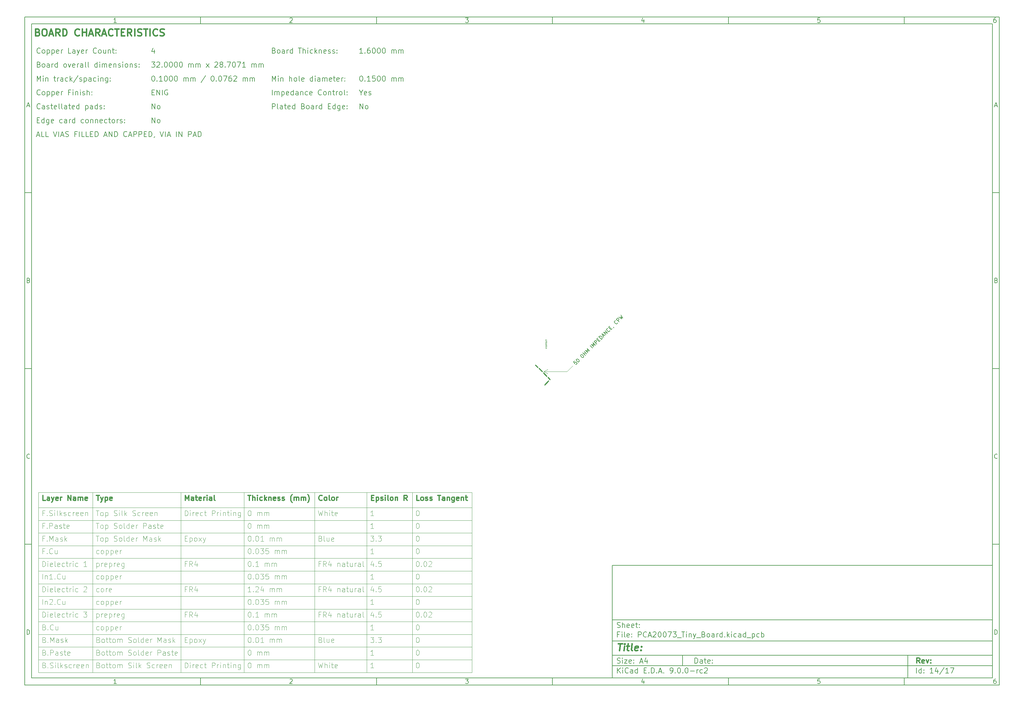
<source format=gbr>
G04 #@! TF.GenerationSoftware,KiCad,Pcbnew,9.0.0-rc2-3baa6cd791~182~ubuntu24.04.1*
G04 #@! TF.CreationDate,2025-02-06T23:09:27-05:00*
G04 #@! TF.ProjectId,PCA20073_Tiny_Board,50434132-3030-4373-935f-54696e795f42,rev?*
G04 #@! TF.SameCoordinates,PX82a22f1PY713a4f2*
G04 #@! TF.FileFunction,Other,Comment*
%FSLAX46Y46*%
G04 Gerber Fmt 4.6, Leading zero omitted, Abs format (unit mm)*
G04 Created by KiCad (PCBNEW 9.0.0-rc2-3baa6cd791~182~ubuntu24.04.1) date 2025-02-06 23:09:27*
%MOMM*%
%LPD*%
G01*
G04 APERTURE LIST*
%ADD10C,0.100000*%
%ADD11C,0.150000*%
%ADD12C,0.300000*%
%ADD13C,0.400000*%
%ADD14C,0.200000*%
%ADD15C,0.070000*%
G04 APERTURE END LIST*
D10*
D11*
X40023015Y-47279278D02*
X148023015Y-47279278D01*
X148023015Y-79279278D01*
X40023015Y-79279278D01*
X40023015Y-47279278D01*
D10*
D11*
X-126979185Y108727922D02*
X150023015Y108727922D01*
X150023015Y-81279278D01*
X-126979185Y-81279278D01*
X-126979185Y108727922D01*
D10*
D11*
X-124979185Y106727922D02*
X148023015Y106727922D01*
X148023015Y-79279278D01*
X-124979185Y-79279278D01*
X-124979185Y106727922D01*
D10*
D11*
X-76979185Y106727922D02*
X-76979185Y108727922D01*
D10*
D11*
X-26979185Y106727922D02*
X-26979185Y108727922D01*
D10*
D11*
X23020815Y106727922D02*
X23020815Y108727922D01*
D10*
D11*
X73020815Y106727922D02*
X73020815Y108727922D01*
D10*
D11*
X123020815Y106727922D02*
X123020815Y108727922D01*
D10*
D11*
X-100890025Y107134318D02*
X-101632882Y107134318D01*
X-101261454Y107134318D02*
X-101261454Y108434318D01*
X-101261454Y108434318D02*
X-101385263Y108248603D01*
X-101385263Y108248603D02*
X-101509073Y108124794D01*
X-101509073Y108124794D02*
X-101632882Y108062889D01*
D10*
D11*
X-51632882Y108310508D02*
X-51570978Y108372413D01*
X-51570978Y108372413D02*
X-51447168Y108434318D01*
X-51447168Y108434318D02*
X-51137644Y108434318D01*
X-51137644Y108434318D02*
X-51013835Y108372413D01*
X-51013835Y108372413D02*
X-50951930Y108310508D01*
X-50951930Y108310508D02*
X-50890025Y108186699D01*
X-50890025Y108186699D02*
X-50890025Y108062889D01*
X-50890025Y108062889D02*
X-50951930Y107877175D01*
X-50951930Y107877175D02*
X-51694787Y107134318D01*
X-51694787Y107134318D02*
X-50890025Y107134318D01*
D10*
D11*
X-1694787Y108434318D02*
X-890025Y108434318D01*
X-890025Y108434318D02*
X-1323359Y107939080D01*
X-1323359Y107939080D02*
X-1137644Y107939080D01*
X-1137644Y107939080D02*
X-1013835Y107877175D01*
X-1013835Y107877175D02*
X-951930Y107815270D01*
X-951930Y107815270D02*
X-890025Y107691461D01*
X-890025Y107691461D02*
X-890025Y107381937D01*
X-890025Y107381937D02*
X-951930Y107258127D01*
X-951930Y107258127D02*
X-1013835Y107196222D01*
X-1013835Y107196222D02*
X-1137644Y107134318D01*
X-1137644Y107134318D02*
X-1509073Y107134318D01*
X-1509073Y107134318D02*
X-1632882Y107196222D01*
X-1632882Y107196222D02*
X-1694787Y107258127D01*
D10*
D11*
X48986165Y108000984D02*
X48986165Y107134318D01*
X48676641Y108496222D02*
X48367118Y107567651D01*
X48367118Y107567651D02*
X49171879Y107567651D01*
D10*
D11*
X99048070Y108434318D02*
X98429022Y108434318D01*
X98429022Y108434318D02*
X98367118Y107815270D01*
X98367118Y107815270D02*
X98429022Y107877175D01*
X98429022Y107877175D02*
X98552832Y107939080D01*
X98552832Y107939080D02*
X98862356Y107939080D01*
X98862356Y107939080D02*
X98986165Y107877175D01*
X98986165Y107877175D02*
X99048070Y107815270D01*
X99048070Y107815270D02*
X99109975Y107691461D01*
X99109975Y107691461D02*
X99109975Y107381937D01*
X99109975Y107381937D02*
X99048070Y107258127D01*
X99048070Y107258127D02*
X98986165Y107196222D01*
X98986165Y107196222D02*
X98862356Y107134318D01*
X98862356Y107134318D02*
X98552832Y107134318D01*
X98552832Y107134318D02*
X98429022Y107196222D01*
X98429022Y107196222D02*
X98367118Y107258127D01*
D10*
D11*
X148986165Y108434318D02*
X148738546Y108434318D01*
X148738546Y108434318D02*
X148614737Y108372413D01*
X148614737Y108372413D02*
X148552832Y108310508D01*
X148552832Y108310508D02*
X148429022Y108124794D01*
X148429022Y108124794D02*
X148367118Y107877175D01*
X148367118Y107877175D02*
X148367118Y107381937D01*
X148367118Y107381937D02*
X148429022Y107258127D01*
X148429022Y107258127D02*
X148490927Y107196222D01*
X148490927Y107196222D02*
X148614737Y107134318D01*
X148614737Y107134318D02*
X148862356Y107134318D01*
X148862356Y107134318D02*
X148986165Y107196222D01*
X148986165Y107196222D02*
X149048070Y107258127D01*
X149048070Y107258127D02*
X149109975Y107381937D01*
X149109975Y107381937D02*
X149109975Y107691461D01*
X149109975Y107691461D02*
X149048070Y107815270D01*
X149048070Y107815270D02*
X148986165Y107877175D01*
X148986165Y107877175D02*
X148862356Y107939080D01*
X148862356Y107939080D02*
X148614737Y107939080D01*
X148614737Y107939080D02*
X148490927Y107877175D01*
X148490927Y107877175D02*
X148429022Y107815270D01*
X148429022Y107815270D02*
X148367118Y107691461D01*
D10*
D11*
X-76979185Y-79279278D02*
X-76979185Y-81279278D01*
D10*
D11*
X-26979185Y-79279278D02*
X-26979185Y-81279278D01*
D10*
D11*
X23020815Y-79279278D02*
X23020815Y-81279278D01*
D10*
D11*
X73020815Y-79279278D02*
X73020815Y-81279278D01*
D10*
D11*
X123020815Y-79279278D02*
X123020815Y-81279278D01*
D10*
D11*
X-100890025Y-80872882D02*
X-101632882Y-80872882D01*
X-101261454Y-80872882D02*
X-101261454Y-79572882D01*
X-101261454Y-79572882D02*
X-101385263Y-79758597D01*
X-101385263Y-79758597D02*
X-101509073Y-79882406D01*
X-101509073Y-79882406D02*
X-101632882Y-79944311D01*
D10*
D11*
X-51632882Y-79696692D02*
X-51570978Y-79634787D01*
X-51570978Y-79634787D02*
X-51447168Y-79572882D01*
X-51447168Y-79572882D02*
X-51137644Y-79572882D01*
X-51137644Y-79572882D02*
X-51013835Y-79634787D01*
X-51013835Y-79634787D02*
X-50951930Y-79696692D01*
X-50951930Y-79696692D02*
X-50890025Y-79820501D01*
X-50890025Y-79820501D02*
X-50890025Y-79944311D01*
X-50890025Y-79944311D02*
X-50951930Y-80130025D01*
X-50951930Y-80130025D02*
X-51694787Y-80872882D01*
X-51694787Y-80872882D02*
X-50890025Y-80872882D01*
D10*
D11*
X-1694787Y-79572882D02*
X-890025Y-79572882D01*
X-890025Y-79572882D02*
X-1323359Y-80068120D01*
X-1323359Y-80068120D02*
X-1137644Y-80068120D01*
X-1137644Y-80068120D02*
X-1013835Y-80130025D01*
X-1013835Y-80130025D02*
X-951930Y-80191930D01*
X-951930Y-80191930D02*
X-890025Y-80315739D01*
X-890025Y-80315739D02*
X-890025Y-80625263D01*
X-890025Y-80625263D02*
X-951930Y-80749073D01*
X-951930Y-80749073D02*
X-1013835Y-80810978D01*
X-1013835Y-80810978D02*
X-1137644Y-80872882D01*
X-1137644Y-80872882D02*
X-1509073Y-80872882D01*
X-1509073Y-80872882D02*
X-1632882Y-80810978D01*
X-1632882Y-80810978D02*
X-1694787Y-80749073D01*
D10*
D11*
X48986165Y-80006216D02*
X48986165Y-80872882D01*
X48676641Y-79510978D02*
X48367118Y-80439549D01*
X48367118Y-80439549D02*
X49171879Y-80439549D01*
D10*
D11*
X99048070Y-79572882D02*
X98429022Y-79572882D01*
X98429022Y-79572882D02*
X98367118Y-80191930D01*
X98367118Y-80191930D02*
X98429022Y-80130025D01*
X98429022Y-80130025D02*
X98552832Y-80068120D01*
X98552832Y-80068120D02*
X98862356Y-80068120D01*
X98862356Y-80068120D02*
X98986165Y-80130025D01*
X98986165Y-80130025D02*
X99048070Y-80191930D01*
X99048070Y-80191930D02*
X99109975Y-80315739D01*
X99109975Y-80315739D02*
X99109975Y-80625263D01*
X99109975Y-80625263D02*
X99048070Y-80749073D01*
X99048070Y-80749073D02*
X98986165Y-80810978D01*
X98986165Y-80810978D02*
X98862356Y-80872882D01*
X98862356Y-80872882D02*
X98552832Y-80872882D01*
X98552832Y-80872882D02*
X98429022Y-80810978D01*
X98429022Y-80810978D02*
X98367118Y-80749073D01*
D10*
D11*
X148986165Y-79572882D02*
X148738546Y-79572882D01*
X148738546Y-79572882D02*
X148614737Y-79634787D01*
X148614737Y-79634787D02*
X148552832Y-79696692D01*
X148552832Y-79696692D02*
X148429022Y-79882406D01*
X148429022Y-79882406D02*
X148367118Y-80130025D01*
X148367118Y-80130025D02*
X148367118Y-80625263D01*
X148367118Y-80625263D02*
X148429022Y-80749073D01*
X148429022Y-80749073D02*
X148490927Y-80810978D01*
X148490927Y-80810978D02*
X148614737Y-80872882D01*
X148614737Y-80872882D02*
X148862356Y-80872882D01*
X148862356Y-80872882D02*
X148986165Y-80810978D01*
X148986165Y-80810978D02*
X149048070Y-80749073D01*
X149048070Y-80749073D02*
X149109975Y-80625263D01*
X149109975Y-80625263D02*
X149109975Y-80315739D01*
X149109975Y-80315739D02*
X149048070Y-80191930D01*
X149048070Y-80191930D02*
X148986165Y-80130025D01*
X148986165Y-80130025D02*
X148862356Y-80068120D01*
X148862356Y-80068120D02*
X148614737Y-80068120D01*
X148614737Y-80068120D02*
X148490927Y-80130025D01*
X148490927Y-80130025D02*
X148429022Y-80191930D01*
X148429022Y-80191930D02*
X148367118Y-80315739D01*
D10*
D11*
X-126979185Y58727922D02*
X-124979185Y58727922D01*
D10*
D11*
X-126979185Y8727922D02*
X-124979185Y8727922D01*
D10*
D11*
X-126979185Y-41272078D02*
X-124979185Y-41272078D01*
D10*
D11*
X-126288709Y83505746D02*
X-125669662Y83505746D01*
X-126412519Y83134318D02*
X-125979186Y84434318D01*
X-125979186Y84434318D02*
X-125545852Y83134318D01*
D10*
D11*
X-125886328Y33815270D02*
X-125700614Y33753365D01*
X-125700614Y33753365D02*
X-125638709Y33691461D01*
X-125638709Y33691461D02*
X-125576805Y33567651D01*
X-125576805Y33567651D02*
X-125576805Y33381937D01*
X-125576805Y33381937D02*
X-125638709Y33258127D01*
X-125638709Y33258127D02*
X-125700614Y33196222D01*
X-125700614Y33196222D02*
X-125824424Y33134318D01*
X-125824424Y33134318D02*
X-126319662Y33134318D01*
X-126319662Y33134318D02*
X-126319662Y34434318D01*
X-126319662Y34434318D02*
X-125886328Y34434318D01*
X-125886328Y34434318D02*
X-125762519Y34372413D01*
X-125762519Y34372413D02*
X-125700614Y34310508D01*
X-125700614Y34310508D02*
X-125638709Y34186699D01*
X-125638709Y34186699D02*
X-125638709Y34062889D01*
X-125638709Y34062889D02*
X-125700614Y33939080D01*
X-125700614Y33939080D02*
X-125762519Y33877175D01*
X-125762519Y33877175D02*
X-125886328Y33815270D01*
X-125886328Y33815270D02*
X-126319662Y33815270D01*
D10*
D11*
X-125576805Y-16741873D02*
X-125638709Y-16803778D01*
X-125638709Y-16803778D02*
X-125824424Y-16865682D01*
X-125824424Y-16865682D02*
X-125948233Y-16865682D01*
X-125948233Y-16865682D02*
X-126133947Y-16803778D01*
X-126133947Y-16803778D02*
X-126257757Y-16679968D01*
X-126257757Y-16679968D02*
X-126319662Y-16556158D01*
X-126319662Y-16556158D02*
X-126381566Y-16308539D01*
X-126381566Y-16308539D02*
X-126381566Y-16122825D01*
X-126381566Y-16122825D02*
X-126319662Y-15875206D01*
X-126319662Y-15875206D02*
X-126257757Y-15751397D01*
X-126257757Y-15751397D02*
X-126133947Y-15627587D01*
X-126133947Y-15627587D02*
X-125948233Y-15565682D01*
X-125948233Y-15565682D02*
X-125824424Y-15565682D01*
X-125824424Y-15565682D02*
X-125638709Y-15627587D01*
X-125638709Y-15627587D02*
X-125576805Y-15689492D01*
D10*
D11*
X-126319662Y-66865682D02*
X-126319662Y-65565682D01*
X-126319662Y-65565682D02*
X-126010138Y-65565682D01*
X-126010138Y-65565682D02*
X-125824424Y-65627587D01*
X-125824424Y-65627587D02*
X-125700614Y-65751397D01*
X-125700614Y-65751397D02*
X-125638709Y-65875206D01*
X-125638709Y-65875206D02*
X-125576805Y-66122825D01*
X-125576805Y-66122825D02*
X-125576805Y-66308539D01*
X-125576805Y-66308539D02*
X-125638709Y-66556158D01*
X-125638709Y-66556158D02*
X-125700614Y-66679968D01*
X-125700614Y-66679968D02*
X-125824424Y-66803778D01*
X-125824424Y-66803778D02*
X-126010138Y-66865682D01*
X-126010138Y-66865682D02*
X-126319662Y-66865682D01*
D10*
D11*
X150023015Y58727922D02*
X148023015Y58727922D01*
D10*
D11*
X150023015Y8727922D02*
X148023015Y8727922D01*
D10*
D11*
X150023015Y-41272078D02*
X148023015Y-41272078D01*
D10*
D11*
X148713491Y83505746D02*
X149332538Y83505746D01*
X148589681Y83134318D02*
X149023014Y84434318D01*
X149023014Y84434318D02*
X149456348Y83134318D01*
D10*
D11*
X149115872Y33815270D02*
X149301586Y33753365D01*
X149301586Y33753365D02*
X149363491Y33691461D01*
X149363491Y33691461D02*
X149425395Y33567651D01*
X149425395Y33567651D02*
X149425395Y33381937D01*
X149425395Y33381937D02*
X149363491Y33258127D01*
X149363491Y33258127D02*
X149301586Y33196222D01*
X149301586Y33196222D02*
X149177776Y33134318D01*
X149177776Y33134318D02*
X148682538Y33134318D01*
X148682538Y33134318D02*
X148682538Y34434318D01*
X148682538Y34434318D02*
X149115872Y34434318D01*
X149115872Y34434318D02*
X149239681Y34372413D01*
X149239681Y34372413D02*
X149301586Y34310508D01*
X149301586Y34310508D02*
X149363491Y34186699D01*
X149363491Y34186699D02*
X149363491Y34062889D01*
X149363491Y34062889D02*
X149301586Y33939080D01*
X149301586Y33939080D02*
X149239681Y33877175D01*
X149239681Y33877175D02*
X149115872Y33815270D01*
X149115872Y33815270D02*
X148682538Y33815270D01*
D10*
D11*
X149425395Y-16741873D02*
X149363491Y-16803778D01*
X149363491Y-16803778D02*
X149177776Y-16865682D01*
X149177776Y-16865682D02*
X149053967Y-16865682D01*
X149053967Y-16865682D02*
X148868253Y-16803778D01*
X148868253Y-16803778D02*
X148744443Y-16679968D01*
X148744443Y-16679968D02*
X148682538Y-16556158D01*
X148682538Y-16556158D02*
X148620634Y-16308539D01*
X148620634Y-16308539D02*
X148620634Y-16122825D01*
X148620634Y-16122825D02*
X148682538Y-15875206D01*
X148682538Y-15875206D02*
X148744443Y-15751397D01*
X148744443Y-15751397D02*
X148868253Y-15627587D01*
X148868253Y-15627587D02*
X149053967Y-15565682D01*
X149053967Y-15565682D02*
X149177776Y-15565682D01*
X149177776Y-15565682D02*
X149363491Y-15627587D01*
X149363491Y-15627587D02*
X149425395Y-15689492D01*
D10*
D11*
X148682538Y-66865682D02*
X148682538Y-65565682D01*
X148682538Y-65565682D02*
X148992062Y-65565682D01*
X148992062Y-65565682D02*
X149177776Y-65627587D01*
X149177776Y-65627587D02*
X149301586Y-65751397D01*
X149301586Y-65751397D02*
X149363491Y-65875206D01*
X149363491Y-65875206D02*
X149425395Y-66122825D01*
X149425395Y-66122825D02*
X149425395Y-66308539D01*
X149425395Y-66308539D02*
X149363491Y-66556158D01*
X149363491Y-66556158D02*
X149301586Y-66679968D01*
X149301586Y-66679968D02*
X149177776Y-66803778D01*
X149177776Y-66803778D02*
X148992062Y-66865682D01*
X148992062Y-66865682D02*
X148682538Y-66865682D01*
D10*
D11*
X63478841Y-75065406D02*
X63478841Y-73565406D01*
X63478841Y-73565406D02*
X63835984Y-73565406D01*
X63835984Y-73565406D02*
X64050270Y-73636835D01*
X64050270Y-73636835D02*
X64193127Y-73779692D01*
X64193127Y-73779692D02*
X64264556Y-73922549D01*
X64264556Y-73922549D02*
X64335984Y-74208263D01*
X64335984Y-74208263D02*
X64335984Y-74422549D01*
X64335984Y-74422549D02*
X64264556Y-74708263D01*
X64264556Y-74708263D02*
X64193127Y-74851120D01*
X64193127Y-74851120D02*
X64050270Y-74993978D01*
X64050270Y-74993978D02*
X63835984Y-75065406D01*
X63835984Y-75065406D02*
X63478841Y-75065406D01*
X65621699Y-75065406D02*
X65621699Y-74279692D01*
X65621699Y-74279692D02*
X65550270Y-74136835D01*
X65550270Y-74136835D02*
X65407413Y-74065406D01*
X65407413Y-74065406D02*
X65121699Y-74065406D01*
X65121699Y-74065406D02*
X64978841Y-74136835D01*
X65621699Y-74993978D02*
X65478841Y-75065406D01*
X65478841Y-75065406D02*
X65121699Y-75065406D01*
X65121699Y-75065406D02*
X64978841Y-74993978D01*
X64978841Y-74993978D02*
X64907413Y-74851120D01*
X64907413Y-74851120D02*
X64907413Y-74708263D01*
X64907413Y-74708263D02*
X64978841Y-74565406D01*
X64978841Y-74565406D02*
X65121699Y-74493978D01*
X65121699Y-74493978D02*
X65478841Y-74493978D01*
X65478841Y-74493978D02*
X65621699Y-74422549D01*
X66121699Y-74065406D02*
X66693127Y-74065406D01*
X66335984Y-73565406D02*
X66335984Y-74851120D01*
X66335984Y-74851120D02*
X66407413Y-74993978D01*
X66407413Y-74993978D02*
X66550270Y-75065406D01*
X66550270Y-75065406D02*
X66693127Y-75065406D01*
X67764556Y-74993978D02*
X67621699Y-75065406D01*
X67621699Y-75065406D02*
X67335985Y-75065406D01*
X67335985Y-75065406D02*
X67193127Y-74993978D01*
X67193127Y-74993978D02*
X67121699Y-74851120D01*
X67121699Y-74851120D02*
X67121699Y-74279692D01*
X67121699Y-74279692D02*
X67193127Y-74136835D01*
X67193127Y-74136835D02*
X67335985Y-74065406D01*
X67335985Y-74065406D02*
X67621699Y-74065406D01*
X67621699Y-74065406D02*
X67764556Y-74136835D01*
X67764556Y-74136835D02*
X67835985Y-74279692D01*
X67835985Y-74279692D02*
X67835985Y-74422549D01*
X67835985Y-74422549D02*
X67121699Y-74565406D01*
X68478841Y-74922549D02*
X68550270Y-74993978D01*
X68550270Y-74993978D02*
X68478841Y-75065406D01*
X68478841Y-75065406D02*
X68407413Y-74993978D01*
X68407413Y-74993978D02*
X68478841Y-74922549D01*
X68478841Y-74922549D02*
X68478841Y-75065406D01*
X68478841Y-74136835D02*
X68550270Y-74208263D01*
X68550270Y-74208263D02*
X68478841Y-74279692D01*
X68478841Y-74279692D02*
X68407413Y-74208263D01*
X68407413Y-74208263D02*
X68478841Y-74136835D01*
X68478841Y-74136835D02*
X68478841Y-74279692D01*
D10*
D11*
X40023015Y-75779278D02*
X148023015Y-75779278D01*
D10*
D11*
X41478841Y-77865406D02*
X41478841Y-76365406D01*
X42335984Y-77865406D02*
X41693127Y-77008263D01*
X42335984Y-76365406D02*
X41478841Y-77222549D01*
X42978841Y-77865406D02*
X42978841Y-76865406D01*
X42978841Y-76365406D02*
X42907413Y-76436835D01*
X42907413Y-76436835D02*
X42978841Y-76508263D01*
X42978841Y-76508263D02*
X43050270Y-76436835D01*
X43050270Y-76436835D02*
X42978841Y-76365406D01*
X42978841Y-76365406D02*
X42978841Y-76508263D01*
X44550270Y-77722549D02*
X44478842Y-77793978D01*
X44478842Y-77793978D02*
X44264556Y-77865406D01*
X44264556Y-77865406D02*
X44121699Y-77865406D01*
X44121699Y-77865406D02*
X43907413Y-77793978D01*
X43907413Y-77793978D02*
X43764556Y-77651120D01*
X43764556Y-77651120D02*
X43693127Y-77508263D01*
X43693127Y-77508263D02*
X43621699Y-77222549D01*
X43621699Y-77222549D02*
X43621699Y-77008263D01*
X43621699Y-77008263D02*
X43693127Y-76722549D01*
X43693127Y-76722549D02*
X43764556Y-76579692D01*
X43764556Y-76579692D02*
X43907413Y-76436835D01*
X43907413Y-76436835D02*
X44121699Y-76365406D01*
X44121699Y-76365406D02*
X44264556Y-76365406D01*
X44264556Y-76365406D02*
X44478842Y-76436835D01*
X44478842Y-76436835D02*
X44550270Y-76508263D01*
X45835985Y-77865406D02*
X45835985Y-77079692D01*
X45835985Y-77079692D02*
X45764556Y-76936835D01*
X45764556Y-76936835D02*
X45621699Y-76865406D01*
X45621699Y-76865406D02*
X45335985Y-76865406D01*
X45335985Y-76865406D02*
X45193127Y-76936835D01*
X45835985Y-77793978D02*
X45693127Y-77865406D01*
X45693127Y-77865406D02*
X45335985Y-77865406D01*
X45335985Y-77865406D02*
X45193127Y-77793978D01*
X45193127Y-77793978D02*
X45121699Y-77651120D01*
X45121699Y-77651120D02*
X45121699Y-77508263D01*
X45121699Y-77508263D02*
X45193127Y-77365406D01*
X45193127Y-77365406D02*
X45335985Y-77293978D01*
X45335985Y-77293978D02*
X45693127Y-77293978D01*
X45693127Y-77293978D02*
X45835985Y-77222549D01*
X47193128Y-77865406D02*
X47193128Y-76365406D01*
X47193128Y-77793978D02*
X47050270Y-77865406D01*
X47050270Y-77865406D02*
X46764556Y-77865406D01*
X46764556Y-77865406D02*
X46621699Y-77793978D01*
X46621699Y-77793978D02*
X46550270Y-77722549D01*
X46550270Y-77722549D02*
X46478842Y-77579692D01*
X46478842Y-77579692D02*
X46478842Y-77151120D01*
X46478842Y-77151120D02*
X46550270Y-77008263D01*
X46550270Y-77008263D02*
X46621699Y-76936835D01*
X46621699Y-76936835D02*
X46764556Y-76865406D01*
X46764556Y-76865406D02*
X47050270Y-76865406D01*
X47050270Y-76865406D02*
X47193128Y-76936835D01*
X49050270Y-77079692D02*
X49550270Y-77079692D01*
X49764556Y-77865406D02*
X49050270Y-77865406D01*
X49050270Y-77865406D02*
X49050270Y-76365406D01*
X49050270Y-76365406D02*
X49764556Y-76365406D01*
X50407413Y-77722549D02*
X50478842Y-77793978D01*
X50478842Y-77793978D02*
X50407413Y-77865406D01*
X50407413Y-77865406D02*
X50335985Y-77793978D01*
X50335985Y-77793978D02*
X50407413Y-77722549D01*
X50407413Y-77722549D02*
X50407413Y-77865406D01*
X51121699Y-77865406D02*
X51121699Y-76365406D01*
X51121699Y-76365406D02*
X51478842Y-76365406D01*
X51478842Y-76365406D02*
X51693128Y-76436835D01*
X51693128Y-76436835D02*
X51835985Y-76579692D01*
X51835985Y-76579692D02*
X51907414Y-76722549D01*
X51907414Y-76722549D02*
X51978842Y-77008263D01*
X51978842Y-77008263D02*
X51978842Y-77222549D01*
X51978842Y-77222549D02*
X51907414Y-77508263D01*
X51907414Y-77508263D02*
X51835985Y-77651120D01*
X51835985Y-77651120D02*
X51693128Y-77793978D01*
X51693128Y-77793978D02*
X51478842Y-77865406D01*
X51478842Y-77865406D02*
X51121699Y-77865406D01*
X52621699Y-77722549D02*
X52693128Y-77793978D01*
X52693128Y-77793978D02*
X52621699Y-77865406D01*
X52621699Y-77865406D02*
X52550271Y-77793978D01*
X52550271Y-77793978D02*
X52621699Y-77722549D01*
X52621699Y-77722549D02*
X52621699Y-77865406D01*
X53264557Y-77436835D02*
X53978843Y-77436835D01*
X53121700Y-77865406D02*
X53621700Y-76365406D01*
X53621700Y-76365406D02*
X54121700Y-77865406D01*
X54621699Y-77722549D02*
X54693128Y-77793978D01*
X54693128Y-77793978D02*
X54621699Y-77865406D01*
X54621699Y-77865406D02*
X54550271Y-77793978D01*
X54550271Y-77793978D02*
X54621699Y-77722549D01*
X54621699Y-77722549D02*
X54621699Y-77865406D01*
X56550271Y-77865406D02*
X56835985Y-77865406D01*
X56835985Y-77865406D02*
X56978842Y-77793978D01*
X56978842Y-77793978D02*
X57050271Y-77722549D01*
X57050271Y-77722549D02*
X57193128Y-77508263D01*
X57193128Y-77508263D02*
X57264557Y-77222549D01*
X57264557Y-77222549D02*
X57264557Y-76651120D01*
X57264557Y-76651120D02*
X57193128Y-76508263D01*
X57193128Y-76508263D02*
X57121700Y-76436835D01*
X57121700Y-76436835D02*
X56978842Y-76365406D01*
X56978842Y-76365406D02*
X56693128Y-76365406D01*
X56693128Y-76365406D02*
X56550271Y-76436835D01*
X56550271Y-76436835D02*
X56478842Y-76508263D01*
X56478842Y-76508263D02*
X56407414Y-76651120D01*
X56407414Y-76651120D02*
X56407414Y-77008263D01*
X56407414Y-77008263D02*
X56478842Y-77151120D01*
X56478842Y-77151120D02*
X56550271Y-77222549D01*
X56550271Y-77222549D02*
X56693128Y-77293978D01*
X56693128Y-77293978D02*
X56978842Y-77293978D01*
X56978842Y-77293978D02*
X57121700Y-77222549D01*
X57121700Y-77222549D02*
X57193128Y-77151120D01*
X57193128Y-77151120D02*
X57264557Y-77008263D01*
X57907413Y-77722549D02*
X57978842Y-77793978D01*
X57978842Y-77793978D02*
X57907413Y-77865406D01*
X57907413Y-77865406D02*
X57835985Y-77793978D01*
X57835985Y-77793978D02*
X57907413Y-77722549D01*
X57907413Y-77722549D02*
X57907413Y-77865406D01*
X58907414Y-76365406D02*
X59050271Y-76365406D01*
X59050271Y-76365406D02*
X59193128Y-76436835D01*
X59193128Y-76436835D02*
X59264557Y-76508263D01*
X59264557Y-76508263D02*
X59335985Y-76651120D01*
X59335985Y-76651120D02*
X59407414Y-76936835D01*
X59407414Y-76936835D02*
X59407414Y-77293978D01*
X59407414Y-77293978D02*
X59335985Y-77579692D01*
X59335985Y-77579692D02*
X59264557Y-77722549D01*
X59264557Y-77722549D02*
X59193128Y-77793978D01*
X59193128Y-77793978D02*
X59050271Y-77865406D01*
X59050271Y-77865406D02*
X58907414Y-77865406D01*
X58907414Y-77865406D02*
X58764557Y-77793978D01*
X58764557Y-77793978D02*
X58693128Y-77722549D01*
X58693128Y-77722549D02*
X58621699Y-77579692D01*
X58621699Y-77579692D02*
X58550271Y-77293978D01*
X58550271Y-77293978D02*
X58550271Y-76936835D01*
X58550271Y-76936835D02*
X58621699Y-76651120D01*
X58621699Y-76651120D02*
X58693128Y-76508263D01*
X58693128Y-76508263D02*
X58764557Y-76436835D01*
X58764557Y-76436835D02*
X58907414Y-76365406D01*
X60050270Y-77722549D02*
X60121699Y-77793978D01*
X60121699Y-77793978D02*
X60050270Y-77865406D01*
X60050270Y-77865406D02*
X59978842Y-77793978D01*
X59978842Y-77793978D02*
X60050270Y-77722549D01*
X60050270Y-77722549D02*
X60050270Y-77865406D01*
X61050271Y-76365406D02*
X61193128Y-76365406D01*
X61193128Y-76365406D02*
X61335985Y-76436835D01*
X61335985Y-76436835D02*
X61407414Y-76508263D01*
X61407414Y-76508263D02*
X61478842Y-76651120D01*
X61478842Y-76651120D02*
X61550271Y-76936835D01*
X61550271Y-76936835D02*
X61550271Y-77293978D01*
X61550271Y-77293978D02*
X61478842Y-77579692D01*
X61478842Y-77579692D02*
X61407414Y-77722549D01*
X61407414Y-77722549D02*
X61335985Y-77793978D01*
X61335985Y-77793978D02*
X61193128Y-77865406D01*
X61193128Y-77865406D02*
X61050271Y-77865406D01*
X61050271Y-77865406D02*
X60907414Y-77793978D01*
X60907414Y-77793978D02*
X60835985Y-77722549D01*
X60835985Y-77722549D02*
X60764556Y-77579692D01*
X60764556Y-77579692D02*
X60693128Y-77293978D01*
X60693128Y-77293978D02*
X60693128Y-76936835D01*
X60693128Y-76936835D02*
X60764556Y-76651120D01*
X60764556Y-76651120D02*
X60835985Y-76508263D01*
X60835985Y-76508263D02*
X60907414Y-76436835D01*
X60907414Y-76436835D02*
X61050271Y-76365406D01*
X62193127Y-77293978D02*
X63335985Y-77293978D01*
X64050270Y-77865406D02*
X64050270Y-76865406D01*
X64050270Y-77151120D02*
X64121699Y-77008263D01*
X64121699Y-77008263D02*
X64193128Y-76936835D01*
X64193128Y-76936835D02*
X64335985Y-76865406D01*
X64335985Y-76865406D02*
X64478842Y-76865406D01*
X65621699Y-77793978D02*
X65478841Y-77865406D01*
X65478841Y-77865406D02*
X65193127Y-77865406D01*
X65193127Y-77865406D02*
X65050270Y-77793978D01*
X65050270Y-77793978D02*
X64978841Y-77722549D01*
X64978841Y-77722549D02*
X64907413Y-77579692D01*
X64907413Y-77579692D02*
X64907413Y-77151120D01*
X64907413Y-77151120D02*
X64978841Y-77008263D01*
X64978841Y-77008263D02*
X65050270Y-76936835D01*
X65050270Y-76936835D02*
X65193127Y-76865406D01*
X65193127Y-76865406D02*
X65478841Y-76865406D01*
X65478841Y-76865406D02*
X65621699Y-76936835D01*
X66193127Y-76508263D02*
X66264555Y-76436835D01*
X66264555Y-76436835D02*
X66407413Y-76365406D01*
X66407413Y-76365406D02*
X66764555Y-76365406D01*
X66764555Y-76365406D02*
X66907413Y-76436835D01*
X66907413Y-76436835D02*
X66978841Y-76508263D01*
X66978841Y-76508263D02*
X67050270Y-76651120D01*
X67050270Y-76651120D02*
X67050270Y-76793978D01*
X67050270Y-76793978D02*
X66978841Y-77008263D01*
X66978841Y-77008263D02*
X66121698Y-77865406D01*
X66121698Y-77865406D02*
X67050270Y-77865406D01*
D10*
D11*
X40023015Y-72779278D02*
X148023015Y-72779278D01*
D10*
D12*
X127434668Y-75057606D02*
X126934668Y-74343320D01*
X126577525Y-75057606D02*
X126577525Y-73557606D01*
X126577525Y-73557606D02*
X127148954Y-73557606D01*
X127148954Y-73557606D02*
X127291811Y-73629035D01*
X127291811Y-73629035D02*
X127363240Y-73700463D01*
X127363240Y-73700463D02*
X127434668Y-73843320D01*
X127434668Y-73843320D02*
X127434668Y-74057606D01*
X127434668Y-74057606D02*
X127363240Y-74200463D01*
X127363240Y-74200463D02*
X127291811Y-74271892D01*
X127291811Y-74271892D02*
X127148954Y-74343320D01*
X127148954Y-74343320D02*
X126577525Y-74343320D01*
X128648954Y-74986178D02*
X128506097Y-75057606D01*
X128506097Y-75057606D02*
X128220383Y-75057606D01*
X128220383Y-75057606D02*
X128077525Y-74986178D01*
X128077525Y-74986178D02*
X128006097Y-74843320D01*
X128006097Y-74843320D02*
X128006097Y-74271892D01*
X128006097Y-74271892D02*
X128077525Y-74129035D01*
X128077525Y-74129035D02*
X128220383Y-74057606D01*
X128220383Y-74057606D02*
X128506097Y-74057606D01*
X128506097Y-74057606D02*
X128648954Y-74129035D01*
X128648954Y-74129035D02*
X128720383Y-74271892D01*
X128720383Y-74271892D02*
X128720383Y-74414749D01*
X128720383Y-74414749D02*
X128006097Y-74557606D01*
X129220382Y-74057606D02*
X129577525Y-75057606D01*
X129577525Y-75057606D02*
X129934668Y-74057606D01*
X130506096Y-74914749D02*
X130577525Y-74986178D01*
X130577525Y-74986178D02*
X130506096Y-75057606D01*
X130506096Y-75057606D02*
X130434668Y-74986178D01*
X130434668Y-74986178D02*
X130506096Y-74914749D01*
X130506096Y-74914749D02*
X130506096Y-75057606D01*
X130506096Y-74129035D02*
X130577525Y-74200463D01*
X130577525Y-74200463D02*
X130506096Y-74271892D01*
X130506096Y-74271892D02*
X130434668Y-74200463D01*
X130434668Y-74200463D02*
X130506096Y-74129035D01*
X130506096Y-74129035D02*
X130506096Y-74271892D01*
D10*
D11*
X41407413Y-74993978D02*
X41621699Y-75065406D01*
X41621699Y-75065406D02*
X41978841Y-75065406D01*
X41978841Y-75065406D02*
X42121699Y-74993978D01*
X42121699Y-74993978D02*
X42193127Y-74922549D01*
X42193127Y-74922549D02*
X42264556Y-74779692D01*
X42264556Y-74779692D02*
X42264556Y-74636835D01*
X42264556Y-74636835D02*
X42193127Y-74493978D01*
X42193127Y-74493978D02*
X42121699Y-74422549D01*
X42121699Y-74422549D02*
X41978841Y-74351120D01*
X41978841Y-74351120D02*
X41693127Y-74279692D01*
X41693127Y-74279692D02*
X41550270Y-74208263D01*
X41550270Y-74208263D02*
X41478841Y-74136835D01*
X41478841Y-74136835D02*
X41407413Y-73993978D01*
X41407413Y-73993978D02*
X41407413Y-73851120D01*
X41407413Y-73851120D02*
X41478841Y-73708263D01*
X41478841Y-73708263D02*
X41550270Y-73636835D01*
X41550270Y-73636835D02*
X41693127Y-73565406D01*
X41693127Y-73565406D02*
X42050270Y-73565406D01*
X42050270Y-73565406D02*
X42264556Y-73636835D01*
X42907412Y-75065406D02*
X42907412Y-74065406D01*
X42907412Y-73565406D02*
X42835984Y-73636835D01*
X42835984Y-73636835D02*
X42907412Y-73708263D01*
X42907412Y-73708263D02*
X42978841Y-73636835D01*
X42978841Y-73636835D02*
X42907412Y-73565406D01*
X42907412Y-73565406D02*
X42907412Y-73708263D01*
X43478841Y-74065406D02*
X44264556Y-74065406D01*
X44264556Y-74065406D02*
X43478841Y-75065406D01*
X43478841Y-75065406D02*
X44264556Y-75065406D01*
X45407413Y-74993978D02*
X45264556Y-75065406D01*
X45264556Y-75065406D02*
X44978842Y-75065406D01*
X44978842Y-75065406D02*
X44835984Y-74993978D01*
X44835984Y-74993978D02*
X44764556Y-74851120D01*
X44764556Y-74851120D02*
X44764556Y-74279692D01*
X44764556Y-74279692D02*
X44835984Y-74136835D01*
X44835984Y-74136835D02*
X44978842Y-74065406D01*
X44978842Y-74065406D02*
X45264556Y-74065406D01*
X45264556Y-74065406D02*
X45407413Y-74136835D01*
X45407413Y-74136835D02*
X45478842Y-74279692D01*
X45478842Y-74279692D02*
X45478842Y-74422549D01*
X45478842Y-74422549D02*
X44764556Y-74565406D01*
X46121698Y-74922549D02*
X46193127Y-74993978D01*
X46193127Y-74993978D02*
X46121698Y-75065406D01*
X46121698Y-75065406D02*
X46050270Y-74993978D01*
X46050270Y-74993978D02*
X46121698Y-74922549D01*
X46121698Y-74922549D02*
X46121698Y-75065406D01*
X46121698Y-74136835D02*
X46193127Y-74208263D01*
X46193127Y-74208263D02*
X46121698Y-74279692D01*
X46121698Y-74279692D02*
X46050270Y-74208263D01*
X46050270Y-74208263D02*
X46121698Y-74136835D01*
X46121698Y-74136835D02*
X46121698Y-74279692D01*
X47907413Y-74636835D02*
X48621699Y-74636835D01*
X47764556Y-75065406D02*
X48264556Y-73565406D01*
X48264556Y-73565406D02*
X48764556Y-75065406D01*
X49907413Y-74065406D02*
X49907413Y-75065406D01*
X49550270Y-73493978D02*
X49193127Y-74565406D01*
X49193127Y-74565406D02*
X50121698Y-74565406D01*
D10*
D11*
X126478841Y-77865406D02*
X126478841Y-76365406D01*
X127835985Y-77865406D02*
X127835985Y-76365406D01*
X127835985Y-77793978D02*
X127693127Y-77865406D01*
X127693127Y-77865406D02*
X127407413Y-77865406D01*
X127407413Y-77865406D02*
X127264556Y-77793978D01*
X127264556Y-77793978D02*
X127193127Y-77722549D01*
X127193127Y-77722549D02*
X127121699Y-77579692D01*
X127121699Y-77579692D02*
X127121699Y-77151120D01*
X127121699Y-77151120D02*
X127193127Y-77008263D01*
X127193127Y-77008263D02*
X127264556Y-76936835D01*
X127264556Y-76936835D02*
X127407413Y-76865406D01*
X127407413Y-76865406D02*
X127693127Y-76865406D01*
X127693127Y-76865406D02*
X127835985Y-76936835D01*
X128550270Y-77722549D02*
X128621699Y-77793978D01*
X128621699Y-77793978D02*
X128550270Y-77865406D01*
X128550270Y-77865406D02*
X128478842Y-77793978D01*
X128478842Y-77793978D02*
X128550270Y-77722549D01*
X128550270Y-77722549D02*
X128550270Y-77865406D01*
X128550270Y-76936835D02*
X128621699Y-77008263D01*
X128621699Y-77008263D02*
X128550270Y-77079692D01*
X128550270Y-77079692D02*
X128478842Y-77008263D01*
X128478842Y-77008263D02*
X128550270Y-76936835D01*
X128550270Y-76936835D02*
X128550270Y-77079692D01*
X131193128Y-77865406D02*
X130335985Y-77865406D01*
X130764556Y-77865406D02*
X130764556Y-76365406D01*
X130764556Y-76365406D02*
X130621699Y-76579692D01*
X130621699Y-76579692D02*
X130478842Y-76722549D01*
X130478842Y-76722549D02*
X130335985Y-76793978D01*
X132478842Y-76865406D02*
X132478842Y-77865406D01*
X132121699Y-76293978D02*
X131764556Y-77365406D01*
X131764556Y-77365406D02*
X132693127Y-77365406D01*
X134335984Y-76293978D02*
X133050270Y-78222549D01*
X135621699Y-77865406D02*
X134764556Y-77865406D01*
X135193127Y-77865406D02*
X135193127Y-76365406D01*
X135193127Y-76365406D02*
X135050270Y-76579692D01*
X135050270Y-76579692D02*
X134907413Y-76722549D01*
X134907413Y-76722549D02*
X134764556Y-76793978D01*
X136121698Y-76365406D02*
X137121698Y-76365406D01*
X137121698Y-76365406D02*
X136478841Y-77865406D01*
D10*
D11*
X40023015Y-68779278D02*
X148023015Y-68779278D01*
D10*
D13*
X41714743Y-69483716D02*
X42857600Y-69483716D01*
X42036172Y-71483716D02*
X42286172Y-69483716D01*
X43274267Y-71483716D02*
X43440934Y-70150382D01*
X43524267Y-69483716D02*
X43417124Y-69578954D01*
X43417124Y-69578954D02*
X43500458Y-69674192D01*
X43500458Y-69674192D02*
X43607601Y-69578954D01*
X43607601Y-69578954D02*
X43524267Y-69483716D01*
X43524267Y-69483716D02*
X43500458Y-69674192D01*
X44107601Y-70150382D02*
X44869505Y-70150382D01*
X44476648Y-69483716D02*
X44262363Y-71198001D01*
X44262363Y-71198001D02*
X44333791Y-71388478D01*
X44333791Y-71388478D02*
X44512363Y-71483716D01*
X44512363Y-71483716D02*
X44702839Y-71483716D01*
X45655220Y-71483716D02*
X45476648Y-71388478D01*
X45476648Y-71388478D02*
X45405220Y-71198001D01*
X45405220Y-71198001D02*
X45619505Y-69483716D01*
X47190934Y-71388478D02*
X46988553Y-71483716D01*
X46988553Y-71483716D02*
X46607600Y-71483716D01*
X46607600Y-71483716D02*
X46429029Y-71388478D01*
X46429029Y-71388478D02*
X46357600Y-71198001D01*
X46357600Y-71198001D02*
X46452839Y-70436097D01*
X46452839Y-70436097D02*
X46571886Y-70245620D01*
X46571886Y-70245620D02*
X46774267Y-70150382D01*
X46774267Y-70150382D02*
X47155219Y-70150382D01*
X47155219Y-70150382D02*
X47333791Y-70245620D01*
X47333791Y-70245620D02*
X47405219Y-70436097D01*
X47405219Y-70436097D02*
X47381410Y-70626573D01*
X47381410Y-70626573D02*
X46405219Y-70817049D01*
X48155220Y-71293239D02*
X48238553Y-71388478D01*
X48238553Y-71388478D02*
X48131410Y-71483716D01*
X48131410Y-71483716D02*
X48048077Y-71388478D01*
X48048077Y-71388478D02*
X48155220Y-71293239D01*
X48155220Y-71293239D02*
X48131410Y-71483716D01*
X48286172Y-70245620D02*
X48369505Y-70340858D01*
X48369505Y-70340858D02*
X48262363Y-70436097D01*
X48262363Y-70436097D02*
X48179029Y-70340858D01*
X48179029Y-70340858D02*
X48286172Y-70245620D01*
X48286172Y-70245620D02*
X48262363Y-70436097D01*
D10*
D11*
X41978841Y-66879692D02*
X41478841Y-66879692D01*
X41478841Y-67665406D02*
X41478841Y-66165406D01*
X41478841Y-66165406D02*
X42193127Y-66165406D01*
X42764555Y-67665406D02*
X42764555Y-66665406D01*
X42764555Y-66165406D02*
X42693127Y-66236835D01*
X42693127Y-66236835D02*
X42764555Y-66308263D01*
X42764555Y-66308263D02*
X42835984Y-66236835D01*
X42835984Y-66236835D02*
X42764555Y-66165406D01*
X42764555Y-66165406D02*
X42764555Y-66308263D01*
X43693127Y-67665406D02*
X43550270Y-67593978D01*
X43550270Y-67593978D02*
X43478841Y-67451120D01*
X43478841Y-67451120D02*
X43478841Y-66165406D01*
X44835984Y-67593978D02*
X44693127Y-67665406D01*
X44693127Y-67665406D02*
X44407413Y-67665406D01*
X44407413Y-67665406D02*
X44264555Y-67593978D01*
X44264555Y-67593978D02*
X44193127Y-67451120D01*
X44193127Y-67451120D02*
X44193127Y-66879692D01*
X44193127Y-66879692D02*
X44264555Y-66736835D01*
X44264555Y-66736835D02*
X44407413Y-66665406D01*
X44407413Y-66665406D02*
X44693127Y-66665406D01*
X44693127Y-66665406D02*
X44835984Y-66736835D01*
X44835984Y-66736835D02*
X44907413Y-66879692D01*
X44907413Y-66879692D02*
X44907413Y-67022549D01*
X44907413Y-67022549D02*
X44193127Y-67165406D01*
X45550269Y-67522549D02*
X45621698Y-67593978D01*
X45621698Y-67593978D02*
X45550269Y-67665406D01*
X45550269Y-67665406D02*
X45478841Y-67593978D01*
X45478841Y-67593978D02*
X45550269Y-67522549D01*
X45550269Y-67522549D02*
X45550269Y-67665406D01*
X45550269Y-66736835D02*
X45621698Y-66808263D01*
X45621698Y-66808263D02*
X45550269Y-66879692D01*
X45550269Y-66879692D02*
X45478841Y-66808263D01*
X45478841Y-66808263D02*
X45550269Y-66736835D01*
X45550269Y-66736835D02*
X45550269Y-66879692D01*
X47407412Y-67665406D02*
X47407412Y-66165406D01*
X47407412Y-66165406D02*
X47978841Y-66165406D01*
X47978841Y-66165406D02*
X48121698Y-66236835D01*
X48121698Y-66236835D02*
X48193127Y-66308263D01*
X48193127Y-66308263D02*
X48264555Y-66451120D01*
X48264555Y-66451120D02*
X48264555Y-66665406D01*
X48264555Y-66665406D02*
X48193127Y-66808263D01*
X48193127Y-66808263D02*
X48121698Y-66879692D01*
X48121698Y-66879692D02*
X47978841Y-66951120D01*
X47978841Y-66951120D02*
X47407412Y-66951120D01*
X49764555Y-67522549D02*
X49693127Y-67593978D01*
X49693127Y-67593978D02*
X49478841Y-67665406D01*
X49478841Y-67665406D02*
X49335984Y-67665406D01*
X49335984Y-67665406D02*
X49121698Y-67593978D01*
X49121698Y-67593978D02*
X48978841Y-67451120D01*
X48978841Y-67451120D02*
X48907412Y-67308263D01*
X48907412Y-67308263D02*
X48835984Y-67022549D01*
X48835984Y-67022549D02*
X48835984Y-66808263D01*
X48835984Y-66808263D02*
X48907412Y-66522549D01*
X48907412Y-66522549D02*
X48978841Y-66379692D01*
X48978841Y-66379692D02*
X49121698Y-66236835D01*
X49121698Y-66236835D02*
X49335984Y-66165406D01*
X49335984Y-66165406D02*
X49478841Y-66165406D01*
X49478841Y-66165406D02*
X49693127Y-66236835D01*
X49693127Y-66236835D02*
X49764555Y-66308263D01*
X50335984Y-67236835D02*
X51050270Y-67236835D01*
X50193127Y-67665406D02*
X50693127Y-66165406D01*
X50693127Y-66165406D02*
X51193127Y-67665406D01*
X51621698Y-66308263D02*
X51693126Y-66236835D01*
X51693126Y-66236835D02*
X51835984Y-66165406D01*
X51835984Y-66165406D02*
X52193126Y-66165406D01*
X52193126Y-66165406D02*
X52335984Y-66236835D01*
X52335984Y-66236835D02*
X52407412Y-66308263D01*
X52407412Y-66308263D02*
X52478841Y-66451120D01*
X52478841Y-66451120D02*
X52478841Y-66593978D01*
X52478841Y-66593978D02*
X52407412Y-66808263D01*
X52407412Y-66808263D02*
X51550269Y-67665406D01*
X51550269Y-67665406D02*
X52478841Y-67665406D01*
X53407412Y-66165406D02*
X53550269Y-66165406D01*
X53550269Y-66165406D02*
X53693126Y-66236835D01*
X53693126Y-66236835D02*
X53764555Y-66308263D01*
X53764555Y-66308263D02*
X53835983Y-66451120D01*
X53835983Y-66451120D02*
X53907412Y-66736835D01*
X53907412Y-66736835D02*
X53907412Y-67093978D01*
X53907412Y-67093978D02*
X53835983Y-67379692D01*
X53835983Y-67379692D02*
X53764555Y-67522549D01*
X53764555Y-67522549D02*
X53693126Y-67593978D01*
X53693126Y-67593978D02*
X53550269Y-67665406D01*
X53550269Y-67665406D02*
X53407412Y-67665406D01*
X53407412Y-67665406D02*
X53264555Y-67593978D01*
X53264555Y-67593978D02*
X53193126Y-67522549D01*
X53193126Y-67522549D02*
X53121697Y-67379692D01*
X53121697Y-67379692D02*
X53050269Y-67093978D01*
X53050269Y-67093978D02*
X53050269Y-66736835D01*
X53050269Y-66736835D02*
X53121697Y-66451120D01*
X53121697Y-66451120D02*
X53193126Y-66308263D01*
X53193126Y-66308263D02*
X53264555Y-66236835D01*
X53264555Y-66236835D02*
X53407412Y-66165406D01*
X54835983Y-66165406D02*
X54978840Y-66165406D01*
X54978840Y-66165406D02*
X55121697Y-66236835D01*
X55121697Y-66236835D02*
X55193126Y-66308263D01*
X55193126Y-66308263D02*
X55264554Y-66451120D01*
X55264554Y-66451120D02*
X55335983Y-66736835D01*
X55335983Y-66736835D02*
X55335983Y-67093978D01*
X55335983Y-67093978D02*
X55264554Y-67379692D01*
X55264554Y-67379692D02*
X55193126Y-67522549D01*
X55193126Y-67522549D02*
X55121697Y-67593978D01*
X55121697Y-67593978D02*
X54978840Y-67665406D01*
X54978840Y-67665406D02*
X54835983Y-67665406D01*
X54835983Y-67665406D02*
X54693126Y-67593978D01*
X54693126Y-67593978D02*
X54621697Y-67522549D01*
X54621697Y-67522549D02*
X54550268Y-67379692D01*
X54550268Y-67379692D02*
X54478840Y-67093978D01*
X54478840Y-67093978D02*
X54478840Y-66736835D01*
X54478840Y-66736835D02*
X54550268Y-66451120D01*
X54550268Y-66451120D02*
X54621697Y-66308263D01*
X54621697Y-66308263D02*
X54693126Y-66236835D01*
X54693126Y-66236835D02*
X54835983Y-66165406D01*
X55835982Y-66165406D02*
X56835982Y-66165406D01*
X56835982Y-66165406D02*
X56193125Y-67665406D01*
X57264553Y-66165406D02*
X58193125Y-66165406D01*
X58193125Y-66165406D02*
X57693125Y-66736835D01*
X57693125Y-66736835D02*
X57907410Y-66736835D01*
X57907410Y-66736835D02*
X58050268Y-66808263D01*
X58050268Y-66808263D02*
X58121696Y-66879692D01*
X58121696Y-66879692D02*
X58193125Y-67022549D01*
X58193125Y-67022549D02*
X58193125Y-67379692D01*
X58193125Y-67379692D02*
X58121696Y-67522549D01*
X58121696Y-67522549D02*
X58050268Y-67593978D01*
X58050268Y-67593978D02*
X57907410Y-67665406D01*
X57907410Y-67665406D02*
X57478839Y-67665406D01*
X57478839Y-67665406D02*
X57335982Y-67593978D01*
X57335982Y-67593978D02*
X57264553Y-67522549D01*
X58478839Y-67808263D02*
X59621696Y-67808263D01*
X59764553Y-66165406D02*
X60621696Y-66165406D01*
X60193124Y-67665406D02*
X60193124Y-66165406D01*
X61121695Y-67665406D02*
X61121695Y-66665406D01*
X61121695Y-66165406D02*
X61050267Y-66236835D01*
X61050267Y-66236835D02*
X61121695Y-66308263D01*
X61121695Y-66308263D02*
X61193124Y-66236835D01*
X61193124Y-66236835D02*
X61121695Y-66165406D01*
X61121695Y-66165406D02*
X61121695Y-66308263D01*
X61835981Y-66665406D02*
X61835981Y-67665406D01*
X61835981Y-66808263D02*
X61907410Y-66736835D01*
X61907410Y-66736835D02*
X62050267Y-66665406D01*
X62050267Y-66665406D02*
X62264553Y-66665406D01*
X62264553Y-66665406D02*
X62407410Y-66736835D01*
X62407410Y-66736835D02*
X62478839Y-66879692D01*
X62478839Y-66879692D02*
X62478839Y-67665406D01*
X63050267Y-66665406D02*
X63407410Y-67665406D01*
X63764553Y-66665406D02*
X63407410Y-67665406D01*
X63407410Y-67665406D02*
X63264553Y-68022549D01*
X63264553Y-68022549D02*
X63193124Y-68093978D01*
X63193124Y-68093978D02*
X63050267Y-68165406D01*
X63978839Y-67808263D02*
X65121696Y-67808263D01*
X65978838Y-66879692D02*
X66193124Y-66951120D01*
X66193124Y-66951120D02*
X66264553Y-67022549D01*
X66264553Y-67022549D02*
X66335981Y-67165406D01*
X66335981Y-67165406D02*
X66335981Y-67379692D01*
X66335981Y-67379692D02*
X66264553Y-67522549D01*
X66264553Y-67522549D02*
X66193124Y-67593978D01*
X66193124Y-67593978D02*
X66050267Y-67665406D01*
X66050267Y-67665406D02*
X65478838Y-67665406D01*
X65478838Y-67665406D02*
X65478838Y-66165406D01*
X65478838Y-66165406D02*
X65978838Y-66165406D01*
X65978838Y-66165406D02*
X66121696Y-66236835D01*
X66121696Y-66236835D02*
X66193124Y-66308263D01*
X66193124Y-66308263D02*
X66264553Y-66451120D01*
X66264553Y-66451120D02*
X66264553Y-66593978D01*
X66264553Y-66593978D02*
X66193124Y-66736835D01*
X66193124Y-66736835D02*
X66121696Y-66808263D01*
X66121696Y-66808263D02*
X65978838Y-66879692D01*
X65978838Y-66879692D02*
X65478838Y-66879692D01*
X67193124Y-67665406D02*
X67050267Y-67593978D01*
X67050267Y-67593978D02*
X66978838Y-67522549D01*
X66978838Y-67522549D02*
X66907410Y-67379692D01*
X66907410Y-67379692D02*
X66907410Y-66951120D01*
X66907410Y-66951120D02*
X66978838Y-66808263D01*
X66978838Y-66808263D02*
X67050267Y-66736835D01*
X67050267Y-66736835D02*
X67193124Y-66665406D01*
X67193124Y-66665406D02*
X67407410Y-66665406D01*
X67407410Y-66665406D02*
X67550267Y-66736835D01*
X67550267Y-66736835D02*
X67621696Y-66808263D01*
X67621696Y-66808263D02*
X67693124Y-66951120D01*
X67693124Y-66951120D02*
X67693124Y-67379692D01*
X67693124Y-67379692D02*
X67621696Y-67522549D01*
X67621696Y-67522549D02*
X67550267Y-67593978D01*
X67550267Y-67593978D02*
X67407410Y-67665406D01*
X67407410Y-67665406D02*
X67193124Y-67665406D01*
X68978839Y-67665406D02*
X68978839Y-66879692D01*
X68978839Y-66879692D02*
X68907410Y-66736835D01*
X68907410Y-66736835D02*
X68764553Y-66665406D01*
X68764553Y-66665406D02*
X68478839Y-66665406D01*
X68478839Y-66665406D02*
X68335981Y-66736835D01*
X68978839Y-67593978D02*
X68835981Y-67665406D01*
X68835981Y-67665406D02*
X68478839Y-67665406D01*
X68478839Y-67665406D02*
X68335981Y-67593978D01*
X68335981Y-67593978D02*
X68264553Y-67451120D01*
X68264553Y-67451120D02*
X68264553Y-67308263D01*
X68264553Y-67308263D02*
X68335981Y-67165406D01*
X68335981Y-67165406D02*
X68478839Y-67093978D01*
X68478839Y-67093978D02*
X68835981Y-67093978D01*
X68835981Y-67093978D02*
X68978839Y-67022549D01*
X69693124Y-67665406D02*
X69693124Y-66665406D01*
X69693124Y-66951120D02*
X69764553Y-66808263D01*
X69764553Y-66808263D02*
X69835982Y-66736835D01*
X69835982Y-66736835D02*
X69978839Y-66665406D01*
X69978839Y-66665406D02*
X70121696Y-66665406D01*
X71264553Y-67665406D02*
X71264553Y-66165406D01*
X71264553Y-67593978D02*
X71121695Y-67665406D01*
X71121695Y-67665406D02*
X70835981Y-67665406D01*
X70835981Y-67665406D02*
X70693124Y-67593978D01*
X70693124Y-67593978D02*
X70621695Y-67522549D01*
X70621695Y-67522549D02*
X70550267Y-67379692D01*
X70550267Y-67379692D02*
X70550267Y-66951120D01*
X70550267Y-66951120D02*
X70621695Y-66808263D01*
X70621695Y-66808263D02*
X70693124Y-66736835D01*
X70693124Y-66736835D02*
X70835981Y-66665406D01*
X70835981Y-66665406D02*
X71121695Y-66665406D01*
X71121695Y-66665406D02*
X71264553Y-66736835D01*
X71978838Y-67522549D02*
X72050267Y-67593978D01*
X72050267Y-67593978D02*
X71978838Y-67665406D01*
X71978838Y-67665406D02*
X71907410Y-67593978D01*
X71907410Y-67593978D02*
X71978838Y-67522549D01*
X71978838Y-67522549D02*
X71978838Y-67665406D01*
X72693124Y-67665406D02*
X72693124Y-66165406D01*
X72835982Y-67093978D02*
X73264553Y-67665406D01*
X73264553Y-66665406D02*
X72693124Y-67236835D01*
X73907410Y-67665406D02*
X73907410Y-66665406D01*
X73907410Y-66165406D02*
X73835982Y-66236835D01*
X73835982Y-66236835D02*
X73907410Y-66308263D01*
X73907410Y-66308263D02*
X73978839Y-66236835D01*
X73978839Y-66236835D02*
X73907410Y-66165406D01*
X73907410Y-66165406D02*
X73907410Y-66308263D01*
X75264554Y-67593978D02*
X75121696Y-67665406D01*
X75121696Y-67665406D02*
X74835982Y-67665406D01*
X74835982Y-67665406D02*
X74693125Y-67593978D01*
X74693125Y-67593978D02*
X74621696Y-67522549D01*
X74621696Y-67522549D02*
X74550268Y-67379692D01*
X74550268Y-67379692D02*
X74550268Y-66951120D01*
X74550268Y-66951120D02*
X74621696Y-66808263D01*
X74621696Y-66808263D02*
X74693125Y-66736835D01*
X74693125Y-66736835D02*
X74835982Y-66665406D01*
X74835982Y-66665406D02*
X75121696Y-66665406D01*
X75121696Y-66665406D02*
X75264554Y-66736835D01*
X76550268Y-67665406D02*
X76550268Y-66879692D01*
X76550268Y-66879692D02*
X76478839Y-66736835D01*
X76478839Y-66736835D02*
X76335982Y-66665406D01*
X76335982Y-66665406D02*
X76050268Y-66665406D01*
X76050268Y-66665406D02*
X75907410Y-66736835D01*
X76550268Y-67593978D02*
X76407410Y-67665406D01*
X76407410Y-67665406D02*
X76050268Y-67665406D01*
X76050268Y-67665406D02*
X75907410Y-67593978D01*
X75907410Y-67593978D02*
X75835982Y-67451120D01*
X75835982Y-67451120D02*
X75835982Y-67308263D01*
X75835982Y-67308263D02*
X75907410Y-67165406D01*
X75907410Y-67165406D02*
X76050268Y-67093978D01*
X76050268Y-67093978D02*
X76407410Y-67093978D01*
X76407410Y-67093978D02*
X76550268Y-67022549D01*
X77907411Y-67665406D02*
X77907411Y-66165406D01*
X77907411Y-67593978D02*
X77764553Y-67665406D01*
X77764553Y-67665406D02*
X77478839Y-67665406D01*
X77478839Y-67665406D02*
X77335982Y-67593978D01*
X77335982Y-67593978D02*
X77264553Y-67522549D01*
X77264553Y-67522549D02*
X77193125Y-67379692D01*
X77193125Y-67379692D02*
X77193125Y-66951120D01*
X77193125Y-66951120D02*
X77264553Y-66808263D01*
X77264553Y-66808263D02*
X77335982Y-66736835D01*
X77335982Y-66736835D02*
X77478839Y-66665406D01*
X77478839Y-66665406D02*
X77764553Y-66665406D01*
X77764553Y-66665406D02*
X77907411Y-66736835D01*
X78264554Y-67808263D02*
X79407411Y-67808263D01*
X79764553Y-66665406D02*
X79764553Y-68165406D01*
X79764553Y-66736835D02*
X79907411Y-66665406D01*
X79907411Y-66665406D02*
X80193125Y-66665406D01*
X80193125Y-66665406D02*
X80335982Y-66736835D01*
X80335982Y-66736835D02*
X80407411Y-66808263D01*
X80407411Y-66808263D02*
X80478839Y-66951120D01*
X80478839Y-66951120D02*
X80478839Y-67379692D01*
X80478839Y-67379692D02*
X80407411Y-67522549D01*
X80407411Y-67522549D02*
X80335982Y-67593978D01*
X80335982Y-67593978D02*
X80193125Y-67665406D01*
X80193125Y-67665406D02*
X79907411Y-67665406D01*
X79907411Y-67665406D02*
X79764553Y-67593978D01*
X81764554Y-67593978D02*
X81621696Y-67665406D01*
X81621696Y-67665406D02*
X81335982Y-67665406D01*
X81335982Y-67665406D02*
X81193125Y-67593978D01*
X81193125Y-67593978D02*
X81121696Y-67522549D01*
X81121696Y-67522549D02*
X81050268Y-67379692D01*
X81050268Y-67379692D02*
X81050268Y-66951120D01*
X81050268Y-66951120D02*
X81121696Y-66808263D01*
X81121696Y-66808263D02*
X81193125Y-66736835D01*
X81193125Y-66736835D02*
X81335982Y-66665406D01*
X81335982Y-66665406D02*
X81621696Y-66665406D01*
X81621696Y-66665406D02*
X81764554Y-66736835D01*
X82407410Y-67665406D02*
X82407410Y-66165406D01*
X82407410Y-66736835D02*
X82550268Y-66665406D01*
X82550268Y-66665406D02*
X82835982Y-66665406D01*
X82835982Y-66665406D02*
X82978839Y-66736835D01*
X82978839Y-66736835D02*
X83050268Y-66808263D01*
X83050268Y-66808263D02*
X83121696Y-66951120D01*
X83121696Y-66951120D02*
X83121696Y-67379692D01*
X83121696Y-67379692D02*
X83050268Y-67522549D01*
X83050268Y-67522549D02*
X82978839Y-67593978D01*
X82978839Y-67593978D02*
X82835982Y-67665406D01*
X82835982Y-67665406D02*
X82550268Y-67665406D01*
X82550268Y-67665406D02*
X82407410Y-67593978D01*
D10*
D11*
X40023015Y-62779278D02*
X148023015Y-62779278D01*
D10*
D11*
X41407413Y-64893978D02*
X41621699Y-64965406D01*
X41621699Y-64965406D02*
X41978841Y-64965406D01*
X41978841Y-64965406D02*
X42121699Y-64893978D01*
X42121699Y-64893978D02*
X42193127Y-64822549D01*
X42193127Y-64822549D02*
X42264556Y-64679692D01*
X42264556Y-64679692D02*
X42264556Y-64536835D01*
X42264556Y-64536835D02*
X42193127Y-64393978D01*
X42193127Y-64393978D02*
X42121699Y-64322549D01*
X42121699Y-64322549D02*
X41978841Y-64251120D01*
X41978841Y-64251120D02*
X41693127Y-64179692D01*
X41693127Y-64179692D02*
X41550270Y-64108263D01*
X41550270Y-64108263D02*
X41478841Y-64036835D01*
X41478841Y-64036835D02*
X41407413Y-63893978D01*
X41407413Y-63893978D02*
X41407413Y-63751120D01*
X41407413Y-63751120D02*
X41478841Y-63608263D01*
X41478841Y-63608263D02*
X41550270Y-63536835D01*
X41550270Y-63536835D02*
X41693127Y-63465406D01*
X41693127Y-63465406D02*
X42050270Y-63465406D01*
X42050270Y-63465406D02*
X42264556Y-63536835D01*
X42907412Y-64965406D02*
X42907412Y-63465406D01*
X43550270Y-64965406D02*
X43550270Y-64179692D01*
X43550270Y-64179692D02*
X43478841Y-64036835D01*
X43478841Y-64036835D02*
X43335984Y-63965406D01*
X43335984Y-63965406D02*
X43121698Y-63965406D01*
X43121698Y-63965406D02*
X42978841Y-64036835D01*
X42978841Y-64036835D02*
X42907412Y-64108263D01*
X44835984Y-64893978D02*
X44693127Y-64965406D01*
X44693127Y-64965406D02*
X44407413Y-64965406D01*
X44407413Y-64965406D02*
X44264555Y-64893978D01*
X44264555Y-64893978D02*
X44193127Y-64751120D01*
X44193127Y-64751120D02*
X44193127Y-64179692D01*
X44193127Y-64179692D02*
X44264555Y-64036835D01*
X44264555Y-64036835D02*
X44407413Y-63965406D01*
X44407413Y-63965406D02*
X44693127Y-63965406D01*
X44693127Y-63965406D02*
X44835984Y-64036835D01*
X44835984Y-64036835D02*
X44907413Y-64179692D01*
X44907413Y-64179692D02*
X44907413Y-64322549D01*
X44907413Y-64322549D02*
X44193127Y-64465406D01*
X46121698Y-64893978D02*
X45978841Y-64965406D01*
X45978841Y-64965406D02*
X45693127Y-64965406D01*
X45693127Y-64965406D02*
X45550269Y-64893978D01*
X45550269Y-64893978D02*
X45478841Y-64751120D01*
X45478841Y-64751120D02*
X45478841Y-64179692D01*
X45478841Y-64179692D02*
X45550269Y-64036835D01*
X45550269Y-64036835D02*
X45693127Y-63965406D01*
X45693127Y-63965406D02*
X45978841Y-63965406D01*
X45978841Y-63965406D02*
X46121698Y-64036835D01*
X46121698Y-64036835D02*
X46193127Y-64179692D01*
X46193127Y-64179692D02*
X46193127Y-64322549D01*
X46193127Y-64322549D02*
X45478841Y-64465406D01*
X46621698Y-63965406D02*
X47193126Y-63965406D01*
X46835983Y-63465406D02*
X46835983Y-64751120D01*
X46835983Y-64751120D02*
X46907412Y-64893978D01*
X46907412Y-64893978D02*
X47050269Y-64965406D01*
X47050269Y-64965406D02*
X47193126Y-64965406D01*
X47693126Y-64822549D02*
X47764555Y-64893978D01*
X47764555Y-64893978D02*
X47693126Y-64965406D01*
X47693126Y-64965406D02*
X47621698Y-64893978D01*
X47621698Y-64893978D02*
X47693126Y-64822549D01*
X47693126Y-64822549D02*
X47693126Y-64965406D01*
X47693126Y-64036835D02*
X47764555Y-64108263D01*
X47764555Y-64108263D02*
X47693126Y-64179692D01*
X47693126Y-64179692D02*
X47621698Y-64108263D01*
X47621698Y-64108263D02*
X47693126Y-64036835D01*
X47693126Y-64036835D02*
X47693126Y-64179692D01*
D10*
D11*
X60023015Y-72779278D02*
X60023015Y-75779278D01*
D10*
D11*
X124023015Y-72779278D02*
X124023015Y-79279278D01*
D12*
X21902076Y5129504D02*
X20848487Y4075914D01*
D10*
X-123072043Y-48850078D02*
X113672Y-48850078D01*
X-123072043Y-30820078D02*
X113672Y-30820078D01*
X-123072043Y-41638078D02*
X113672Y-41638078D01*
X-123072043Y-34426078D02*
X113672Y-34426078D01*
X-123072043Y-56062078D02*
X113672Y-56062078D01*
X-44586329Y-26512078D02*
X-44586329Y-77698078D01*
D12*
X19229213Y8679180D02*
X20070670Y7837723D01*
D10*
X-82614901Y-26512078D02*
X-82614901Y-77698078D01*
X-123072043Y-26512078D02*
X113672Y-26512078D01*
X-16843472Y-26512078D02*
X-16843472Y-77698078D01*
X-123072043Y-63274078D02*
X113672Y-63274078D01*
X-107686329Y-26512078D02*
X-107686329Y-77698078D01*
X-123072043Y-45244078D02*
X113672Y-45244078D01*
X-123072043Y-38032078D02*
X113672Y-38032078D01*
X-123072043Y-26512078D02*
X-123072043Y-77698078D01*
X-123072043Y-70486078D02*
X113672Y-70486078D01*
D12*
X21781868Y6140666D02*
X22347553Y5574981D01*
D10*
X113672Y-26512078D02*
X113672Y-77698078D01*
X-123072043Y-66880078D02*
X113672Y-66880078D01*
X-123072043Y-74092078D02*
X113672Y-74092078D01*
X-123072043Y-59668078D02*
X113672Y-59668078D01*
X-64614901Y-26512078D02*
X-64614901Y-77698078D01*
X-123072043Y-77698078D02*
X113672Y-77698078D01*
D12*
X20509076Y7413458D02*
X21378817Y6543717D01*
X18239263Y9683271D02*
X18833233Y9089302D01*
D10*
X-123072043Y-52456078D02*
X113672Y-52456078D01*
X-29729187Y-26512078D02*
X-29729187Y-77698078D01*
D12*
X-14824676Y-28817906D02*
X-15538962Y-28817906D01*
X-15538962Y-28817906D02*
X-15538962Y-27317906D01*
X-14110390Y-28817906D02*
X-14253247Y-28746478D01*
X-14253247Y-28746478D02*
X-14324676Y-28675049D01*
X-14324676Y-28675049D02*
X-14396104Y-28532192D01*
X-14396104Y-28532192D02*
X-14396104Y-28103620D01*
X-14396104Y-28103620D02*
X-14324676Y-27960763D01*
X-14324676Y-27960763D02*
X-14253247Y-27889335D01*
X-14253247Y-27889335D02*
X-14110390Y-27817906D01*
X-14110390Y-27817906D02*
X-13896104Y-27817906D01*
X-13896104Y-27817906D02*
X-13753247Y-27889335D01*
X-13753247Y-27889335D02*
X-13681818Y-27960763D01*
X-13681818Y-27960763D02*
X-13610390Y-28103620D01*
X-13610390Y-28103620D02*
X-13610390Y-28532192D01*
X-13610390Y-28532192D02*
X-13681818Y-28675049D01*
X-13681818Y-28675049D02*
X-13753247Y-28746478D01*
X-13753247Y-28746478D02*
X-13896104Y-28817906D01*
X-13896104Y-28817906D02*
X-14110390Y-28817906D01*
X-13038961Y-28746478D02*
X-12896104Y-28817906D01*
X-12896104Y-28817906D02*
X-12610390Y-28817906D01*
X-12610390Y-28817906D02*
X-12467533Y-28746478D01*
X-12467533Y-28746478D02*
X-12396104Y-28603620D01*
X-12396104Y-28603620D02*
X-12396104Y-28532192D01*
X-12396104Y-28532192D02*
X-12467533Y-28389335D01*
X-12467533Y-28389335D02*
X-12610390Y-28317906D01*
X-12610390Y-28317906D02*
X-12824675Y-28317906D01*
X-12824675Y-28317906D02*
X-12967533Y-28246478D01*
X-12967533Y-28246478D02*
X-13038961Y-28103620D01*
X-13038961Y-28103620D02*
X-13038961Y-28032192D01*
X-13038961Y-28032192D02*
X-12967533Y-27889335D01*
X-12967533Y-27889335D02*
X-12824675Y-27817906D01*
X-12824675Y-27817906D02*
X-12610390Y-27817906D01*
X-12610390Y-27817906D02*
X-12467533Y-27889335D01*
X-11824675Y-28746478D02*
X-11681818Y-28817906D01*
X-11681818Y-28817906D02*
X-11396104Y-28817906D01*
X-11396104Y-28817906D02*
X-11253247Y-28746478D01*
X-11253247Y-28746478D02*
X-11181818Y-28603620D01*
X-11181818Y-28603620D02*
X-11181818Y-28532192D01*
X-11181818Y-28532192D02*
X-11253247Y-28389335D01*
X-11253247Y-28389335D02*
X-11396104Y-28317906D01*
X-11396104Y-28317906D02*
X-11610389Y-28317906D01*
X-11610389Y-28317906D02*
X-11753247Y-28246478D01*
X-11753247Y-28246478D02*
X-11824675Y-28103620D01*
X-11824675Y-28103620D02*
X-11824675Y-28032192D01*
X-11824675Y-28032192D02*
X-11753247Y-27889335D01*
X-11753247Y-27889335D02*
X-11610389Y-27817906D01*
X-11610389Y-27817906D02*
X-11396104Y-27817906D01*
X-11396104Y-27817906D02*
X-11253247Y-27889335D01*
X-9610389Y-27317906D02*
X-8753246Y-27317906D01*
X-9181818Y-28817906D02*
X-9181818Y-27317906D01*
X-7610389Y-28817906D02*
X-7610389Y-28032192D01*
X-7610389Y-28032192D02*
X-7681818Y-27889335D01*
X-7681818Y-27889335D02*
X-7824675Y-27817906D01*
X-7824675Y-27817906D02*
X-8110389Y-27817906D01*
X-8110389Y-27817906D02*
X-8253247Y-27889335D01*
X-7610389Y-28746478D02*
X-7753247Y-28817906D01*
X-7753247Y-28817906D02*
X-8110389Y-28817906D01*
X-8110389Y-28817906D02*
X-8253247Y-28746478D01*
X-8253247Y-28746478D02*
X-8324675Y-28603620D01*
X-8324675Y-28603620D02*
X-8324675Y-28460763D01*
X-8324675Y-28460763D02*
X-8253247Y-28317906D01*
X-8253247Y-28317906D02*
X-8110389Y-28246478D01*
X-8110389Y-28246478D02*
X-7753247Y-28246478D01*
X-7753247Y-28246478D02*
X-7610389Y-28175049D01*
X-6896104Y-27817906D02*
X-6896104Y-28817906D01*
X-6896104Y-27960763D02*
X-6824675Y-27889335D01*
X-6824675Y-27889335D02*
X-6681818Y-27817906D01*
X-6681818Y-27817906D02*
X-6467532Y-27817906D01*
X-6467532Y-27817906D02*
X-6324675Y-27889335D01*
X-6324675Y-27889335D02*
X-6253246Y-28032192D01*
X-6253246Y-28032192D02*
X-6253246Y-28817906D01*
X-4896103Y-27817906D02*
X-4896103Y-29032192D01*
X-4896103Y-29032192D02*
X-4967532Y-29175049D01*
X-4967532Y-29175049D02*
X-5038961Y-29246478D01*
X-5038961Y-29246478D02*
X-5181818Y-29317906D01*
X-5181818Y-29317906D02*
X-5396103Y-29317906D01*
X-5396103Y-29317906D02*
X-5538961Y-29246478D01*
X-4896103Y-28746478D02*
X-5038961Y-28817906D01*
X-5038961Y-28817906D02*
X-5324675Y-28817906D01*
X-5324675Y-28817906D02*
X-5467532Y-28746478D01*
X-5467532Y-28746478D02*
X-5538961Y-28675049D01*
X-5538961Y-28675049D02*
X-5610389Y-28532192D01*
X-5610389Y-28532192D02*
X-5610389Y-28103620D01*
X-5610389Y-28103620D02*
X-5538961Y-27960763D01*
X-5538961Y-27960763D02*
X-5467532Y-27889335D01*
X-5467532Y-27889335D02*
X-5324675Y-27817906D01*
X-5324675Y-27817906D02*
X-5038961Y-27817906D01*
X-5038961Y-27817906D02*
X-4896103Y-27889335D01*
X-3610389Y-28746478D02*
X-3753246Y-28817906D01*
X-3753246Y-28817906D02*
X-4038960Y-28817906D01*
X-4038960Y-28817906D02*
X-4181818Y-28746478D01*
X-4181818Y-28746478D02*
X-4253246Y-28603620D01*
X-4253246Y-28603620D02*
X-4253246Y-28032192D01*
X-4253246Y-28032192D02*
X-4181818Y-27889335D01*
X-4181818Y-27889335D02*
X-4038960Y-27817906D01*
X-4038960Y-27817906D02*
X-3753246Y-27817906D01*
X-3753246Y-27817906D02*
X-3610389Y-27889335D01*
X-3610389Y-27889335D02*
X-3538960Y-28032192D01*
X-3538960Y-28032192D02*
X-3538960Y-28175049D01*
X-3538960Y-28175049D02*
X-4253246Y-28317906D01*
X-2896104Y-27817906D02*
X-2896104Y-28817906D01*
X-2896104Y-27960763D02*
X-2824675Y-27889335D01*
X-2824675Y-27889335D02*
X-2681818Y-27817906D01*
X-2681818Y-27817906D02*
X-2467532Y-27817906D01*
X-2467532Y-27817906D02*
X-2324675Y-27889335D01*
X-2324675Y-27889335D02*
X-2253246Y-28032192D01*
X-2253246Y-28032192D02*
X-2253246Y-28817906D01*
X-1753246Y-27817906D02*
X-1181818Y-27817906D01*
X-1538961Y-27317906D02*
X-1538961Y-28603620D01*
X-1538961Y-28603620D02*
X-1467532Y-28746478D01*
X-1467532Y-28746478D02*
X-1324675Y-28817906D01*
X-1324675Y-28817906D02*
X-1181818Y-28817906D01*
D10*
X-80941970Y-53986592D02*
X-81441970Y-53986592D01*
X-81441970Y-54772306D02*
X-81441970Y-53272306D01*
X-81441970Y-53272306D02*
X-80727684Y-53272306D01*
X-79299113Y-54772306D02*
X-79799113Y-54058020D01*
X-80156256Y-54772306D02*
X-80156256Y-53272306D01*
X-80156256Y-53272306D02*
X-79584827Y-53272306D01*
X-79584827Y-53272306D02*
X-79441970Y-53343735D01*
X-79441970Y-53343735D02*
X-79370541Y-53415163D01*
X-79370541Y-53415163D02*
X-79299113Y-53558020D01*
X-79299113Y-53558020D02*
X-79299113Y-53772306D01*
X-79299113Y-53772306D02*
X-79370541Y-53915163D01*
X-79370541Y-53915163D02*
X-79441970Y-53986592D01*
X-79441970Y-53986592D02*
X-79584827Y-54058020D01*
X-79584827Y-54058020D02*
X-80156256Y-54058020D01*
X-78013398Y-53772306D02*
X-78013398Y-54772306D01*
X-78370541Y-53200878D02*
X-78727684Y-54272306D01*
X-78727684Y-54272306D02*
X-77799113Y-54272306D01*
X-81441970Y-33136306D02*
X-81441970Y-31636306D01*
X-81441970Y-31636306D02*
X-81084827Y-31636306D01*
X-81084827Y-31636306D02*
X-80870541Y-31707735D01*
X-80870541Y-31707735D02*
X-80727684Y-31850592D01*
X-80727684Y-31850592D02*
X-80656255Y-31993449D01*
X-80656255Y-31993449D02*
X-80584827Y-32279163D01*
X-80584827Y-32279163D02*
X-80584827Y-32493449D01*
X-80584827Y-32493449D02*
X-80656255Y-32779163D01*
X-80656255Y-32779163D02*
X-80727684Y-32922020D01*
X-80727684Y-32922020D02*
X-80870541Y-33064878D01*
X-80870541Y-33064878D02*
X-81084827Y-33136306D01*
X-81084827Y-33136306D02*
X-81441970Y-33136306D01*
X-79941970Y-33136306D02*
X-79941970Y-32136306D01*
X-79941970Y-31636306D02*
X-80013398Y-31707735D01*
X-80013398Y-31707735D02*
X-79941970Y-31779163D01*
X-79941970Y-31779163D02*
X-79870541Y-31707735D01*
X-79870541Y-31707735D02*
X-79941970Y-31636306D01*
X-79941970Y-31636306D02*
X-79941970Y-31779163D01*
X-79227684Y-33136306D02*
X-79227684Y-32136306D01*
X-79227684Y-32422020D02*
X-79156255Y-32279163D01*
X-79156255Y-32279163D02*
X-79084826Y-32207735D01*
X-79084826Y-32207735D02*
X-78941969Y-32136306D01*
X-78941969Y-32136306D02*
X-78799112Y-32136306D01*
X-77727684Y-33064878D02*
X-77870541Y-33136306D01*
X-77870541Y-33136306D02*
X-78156255Y-33136306D01*
X-78156255Y-33136306D02*
X-78299113Y-33064878D01*
X-78299113Y-33064878D02*
X-78370541Y-32922020D01*
X-78370541Y-32922020D02*
X-78370541Y-32350592D01*
X-78370541Y-32350592D02*
X-78299113Y-32207735D01*
X-78299113Y-32207735D02*
X-78156255Y-32136306D01*
X-78156255Y-32136306D02*
X-77870541Y-32136306D01*
X-77870541Y-32136306D02*
X-77727684Y-32207735D01*
X-77727684Y-32207735D02*
X-77656255Y-32350592D01*
X-77656255Y-32350592D02*
X-77656255Y-32493449D01*
X-77656255Y-32493449D02*
X-78370541Y-32636306D01*
X-76370541Y-33064878D02*
X-76513399Y-33136306D01*
X-76513399Y-33136306D02*
X-76799113Y-33136306D01*
X-76799113Y-33136306D02*
X-76941970Y-33064878D01*
X-76941970Y-33064878D02*
X-77013399Y-32993449D01*
X-77013399Y-32993449D02*
X-77084827Y-32850592D01*
X-77084827Y-32850592D02*
X-77084827Y-32422020D01*
X-77084827Y-32422020D02*
X-77013399Y-32279163D01*
X-77013399Y-32279163D02*
X-76941970Y-32207735D01*
X-76941970Y-32207735D02*
X-76799113Y-32136306D01*
X-76799113Y-32136306D02*
X-76513399Y-32136306D01*
X-76513399Y-32136306D02*
X-76370541Y-32207735D01*
X-75941970Y-32136306D02*
X-75370542Y-32136306D01*
X-75727685Y-31636306D02*
X-75727685Y-32922020D01*
X-75727685Y-32922020D02*
X-75656256Y-33064878D01*
X-75656256Y-33064878D02*
X-75513399Y-33136306D01*
X-75513399Y-33136306D02*
X-75370542Y-33136306D01*
X-73727685Y-33136306D02*
X-73727685Y-31636306D01*
X-73727685Y-31636306D02*
X-73156256Y-31636306D01*
X-73156256Y-31636306D02*
X-73013399Y-31707735D01*
X-73013399Y-31707735D02*
X-72941970Y-31779163D01*
X-72941970Y-31779163D02*
X-72870542Y-31922020D01*
X-72870542Y-31922020D02*
X-72870542Y-32136306D01*
X-72870542Y-32136306D02*
X-72941970Y-32279163D01*
X-72941970Y-32279163D02*
X-73013399Y-32350592D01*
X-73013399Y-32350592D02*
X-73156256Y-32422020D01*
X-73156256Y-32422020D02*
X-73727685Y-32422020D01*
X-72227685Y-33136306D02*
X-72227685Y-32136306D01*
X-72227685Y-32422020D02*
X-72156256Y-32279163D01*
X-72156256Y-32279163D02*
X-72084827Y-32207735D01*
X-72084827Y-32207735D02*
X-71941970Y-32136306D01*
X-71941970Y-32136306D02*
X-71799113Y-32136306D01*
X-71299114Y-33136306D02*
X-71299114Y-32136306D01*
X-71299114Y-31636306D02*
X-71370542Y-31707735D01*
X-71370542Y-31707735D02*
X-71299114Y-31779163D01*
X-71299114Y-31779163D02*
X-71227685Y-31707735D01*
X-71227685Y-31707735D02*
X-71299114Y-31636306D01*
X-71299114Y-31636306D02*
X-71299114Y-31779163D01*
X-70584828Y-32136306D02*
X-70584828Y-33136306D01*
X-70584828Y-32279163D02*
X-70513399Y-32207735D01*
X-70513399Y-32207735D02*
X-70370542Y-32136306D01*
X-70370542Y-32136306D02*
X-70156256Y-32136306D01*
X-70156256Y-32136306D02*
X-70013399Y-32207735D01*
X-70013399Y-32207735D02*
X-69941970Y-32350592D01*
X-69941970Y-32350592D02*
X-69941970Y-33136306D01*
X-69441970Y-32136306D02*
X-68870542Y-32136306D01*
X-69227685Y-31636306D02*
X-69227685Y-32922020D01*
X-69227685Y-32922020D02*
X-69156256Y-33064878D01*
X-69156256Y-33064878D02*
X-69013399Y-33136306D01*
X-69013399Y-33136306D02*
X-68870542Y-33136306D01*
X-68370542Y-33136306D02*
X-68370542Y-32136306D01*
X-68370542Y-31636306D02*
X-68441970Y-31707735D01*
X-68441970Y-31707735D02*
X-68370542Y-31779163D01*
X-68370542Y-31779163D02*
X-68299113Y-31707735D01*
X-68299113Y-31707735D02*
X-68370542Y-31636306D01*
X-68370542Y-31636306D02*
X-68370542Y-31779163D01*
X-67656256Y-32136306D02*
X-67656256Y-33136306D01*
X-67656256Y-32279163D02*
X-67584827Y-32207735D01*
X-67584827Y-32207735D02*
X-67441970Y-32136306D01*
X-67441970Y-32136306D02*
X-67227684Y-32136306D01*
X-67227684Y-32136306D02*
X-67084827Y-32207735D01*
X-67084827Y-32207735D02*
X-67013398Y-32350592D01*
X-67013398Y-32350592D02*
X-67013398Y-33136306D01*
X-65656255Y-32136306D02*
X-65656255Y-33350592D01*
X-65656255Y-33350592D02*
X-65727684Y-33493449D01*
X-65727684Y-33493449D02*
X-65799113Y-33564878D01*
X-65799113Y-33564878D02*
X-65941970Y-33636306D01*
X-65941970Y-33636306D02*
X-66156255Y-33636306D01*
X-66156255Y-33636306D02*
X-66299113Y-33564878D01*
X-65656255Y-33064878D02*
X-65799113Y-33136306D01*
X-65799113Y-33136306D02*
X-66084827Y-33136306D01*
X-66084827Y-33136306D02*
X-66227684Y-33064878D01*
X-66227684Y-33064878D02*
X-66299113Y-32993449D01*
X-66299113Y-32993449D02*
X-66370541Y-32850592D01*
X-66370541Y-32850592D02*
X-66370541Y-32422020D01*
X-66370541Y-32422020D02*
X-66299113Y-32279163D01*
X-66299113Y-32279163D02*
X-66227684Y-32207735D01*
X-66227684Y-32207735D02*
X-66084827Y-32136306D01*
X-66084827Y-32136306D02*
X-65799113Y-32136306D01*
X-65799113Y-32136306D02*
X-65656255Y-32207735D01*
D14*
X-122583322Y98515751D02*
X-122654750Y98444322D01*
X-122654750Y98444322D02*
X-122869036Y98372894D01*
X-122869036Y98372894D02*
X-123011893Y98372894D01*
X-123011893Y98372894D02*
X-123226179Y98444322D01*
X-123226179Y98444322D02*
X-123369036Y98587180D01*
X-123369036Y98587180D02*
X-123440465Y98730037D01*
X-123440465Y98730037D02*
X-123511893Y99015751D01*
X-123511893Y99015751D02*
X-123511893Y99230037D01*
X-123511893Y99230037D02*
X-123440465Y99515751D01*
X-123440465Y99515751D02*
X-123369036Y99658608D01*
X-123369036Y99658608D02*
X-123226179Y99801465D01*
X-123226179Y99801465D02*
X-123011893Y99872894D01*
X-123011893Y99872894D02*
X-122869036Y99872894D01*
X-122869036Y99872894D02*
X-122654750Y99801465D01*
X-122654750Y99801465D02*
X-122583322Y99730037D01*
X-121726179Y98372894D02*
X-121869036Y98444322D01*
X-121869036Y98444322D02*
X-121940465Y98515751D01*
X-121940465Y98515751D02*
X-122011893Y98658608D01*
X-122011893Y98658608D02*
X-122011893Y99087180D01*
X-122011893Y99087180D02*
X-121940465Y99230037D01*
X-121940465Y99230037D02*
X-121869036Y99301465D01*
X-121869036Y99301465D02*
X-121726179Y99372894D01*
X-121726179Y99372894D02*
X-121511893Y99372894D01*
X-121511893Y99372894D02*
X-121369036Y99301465D01*
X-121369036Y99301465D02*
X-121297607Y99230037D01*
X-121297607Y99230037D02*
X-121226179Y99087180D01*
X-121226179Y99087180D02*
X-121226179Y98658608D01*
X-121226179Y98658608D02*
X-121297607Y98515751D01*
X-121297607Y98515751D02*
X-121369036Y98444322D01*
X-121369036Y98444322D02*
X-121511893Y98372894D01*
X-121511893Y98372894D02*
X-121726179Y98372894D01*
X-120583322Y99372894D02*
X-120583322Y97872894D01*
X-120583322Y99301465D02*
X-120440464Y99372894D01*
X-120440464Y99372894D02*
X-120154750Y99372894D01*
X-120154750Y99372894D02*
X-120011893Y99301465D01*
X-120011893Y99301465D02*
X-119940464Y99230037D01*
X-119940464Y99230037D02*
X-119869036Y99087180D01*
X-119869036Y99087180D02*
X-119869036Y98658608D01*
X-119869036Y98658608D02*
X-119940464Y98515751D01*
X-119940464Y98515751D02*
X-120011893Y98444322D01*
X-120011893Y98444322D02*
X-120154750Y98372894D01*
X-120154750Y98372894D02*
X-120440464Y98372894D01*
X-120440464Y98372894D02*
X-120583322Y98444322D01*
X-119226179Y99372894D02*
X-119226179Y97872894D01*
X-119226179Y99301465D02*
X-119083321Y99372894D01*
X-119083321Y99372894D02*
X-118797607Y99372894D01*
X-118797607Y99372894D02*
X-118654750Y99301465D01*
X-118654750Y99301465D02*
X-118583321Y99230037D01*
X-118583321Y99230037D02*
X-118511893Y99087180D01*
X-118511893Y99087180D02*
X-118511893Y98658608D01*
X-118511893Y98658608D02*
X-118583321Y98515751D01*
X-118583321Y98515751D02*
X-118654750Y98444322D01*
X-118654750Y98444322D02*
X-118797607Y98372894D01*
X-118797607Y98372894D02*
X-119083321Y98372894D01*
X-119083321Y98372894D02*
X-119226179Y98444322D01*
X-117297607Y98444322D02*
X-117440464Y98372894D01*
X-117440464Y98372894D02*
X-117726178Y98372894D01*
X-117726178Y98372894D02*
X-117869036Y98444322D01*
X-117869036Y98444322D02*
X-117940464Y98587180D01*
X-117940464Y98587180D02*
X-117940464Y99158608D01*
X-117940464Y99158608D02*
X-117869036Y99301465D01*
X-117869036Y99301465D02*
X-117726178Y99372894D01*
X-117726178Y99372894D02*
X-117440464Y99372894D01*
X-117440464Y99372894D02*
X-117297607Y99301465D01*
X-117297607Y99301465D02*
X-117226178Y99158608D01*
X-117226178Y99158608D02*
X-117226178Y99015751D01*
X-117226178Y99015751D02*
X-117940464Y98872894D01*
X-116583322Y98372894D02*
X-116583322Y99372894D01*
X-116583322Y99087180D02*
X-116511893Y99230037D01*
X-116511893Y99230037D02*
X-116440464Y99301465D01*
X-116440464Y99301465D02*
X-116297607Y99372894D01*
X-116297607Y99372894D02*
X-116154750Y99372894D01*
X-113797608Y98372894D02*
X-114511894Y98372894D01*
X-114511894Y98372894D02*
X-114511894Y99872894D01*
X-112654750Y98372894D02*
X-112654750Y99158608D01*
X-112654750Y99158608D02*
X-112726179Y99301465D01*
X-112726179Y99301465D02*
X-112869036Y99372894D01*
X-112869036Y99372894D02*
X-113154750Y99372894D01*
X-113154750Y99372894D02*
X-113297608Y99301465D01*
X-112654750Y98444322D02*
X-112797608Y98372894D01*
X-112797608Y98372894D02*
X-113154750Y98372894D01*
X-113154750Y98372894D02*
X-113297608Y98444322D01*
X-113297608Y98444322D02*
X-113369036Y98587180D01*
X-113369036Y98587180D02*
X-113369036Y98730037D01*
X-113369036Y98730037D02*
X-113297608Y98872894D01*
X-113297608Y98872894D02*
X-113154750Y98944322D01*
X-113154750Y98944322D02*
X-112797608Y98944322D01*
X-112797608Y98944322D02*
X-112654750Y99015751D01*
X-112083322Y99372894D02*
X-111726179Y98372894D01*
X-111369036Y99372894D02*
X-111726179Y98372894D01*
X-111726179Y98372894D02*
X-111869036Y98015751D01*
X-111869036Y98015751D02*
X-111940465Y97944322D01*
X-111940465Y97944322D02*
X-112083322Y97872894D01*
X-110226179Y98444322D02*
X-110369036Y98372894D01*
X-110369036Y98372894D02*
X-110654750Y98372894D01*
X-110654750Y98372894D02*
X-110797608Y98444322D01*
X-110797608Y98444322D02*
X-110869036Y98587180D01*
X-110869036Y98587180D02*
X-110869036Y99158608D01*
X-110869036Y99158608D02*
X-110797608Y99301465D01*
X-110797608Y99301465D02*
X-110654750Y99372894D01*
X-110654750Y99372894D02*
X-110369036Y99372894D01*
X-110369036Y99372894D02*
X-110226179Y99301465D01*
X-110226179Y99301465D02*
X-110154750Y99158608D01*
X-110154750Y99158608D02*
X-110154750Y99015751D01*
X-110154750Y99015751D02*
X-110869036Y98872894D01*
X-109511894Y98372894D02*
X-109511894Y99372894D01*
X-109511894Y99087180D02*
X-109440465Y99230037D01*
X-109440465Y99230037D02*
X-109369036Y99301465D01*
X-109369036Y99301465D02*
X-109226179Y99372894D01*
X-109226179Y99372894D02*
X-109083322Y99372894D01*
X-106583323Y98515751D02*
X-106654751Y98444322D01*
X-106654751Y98444322D02*
X-106869037Y98372894D01*
X-106869037Y98372894D02*
X-107011894Y98372894D01*
X-107011894Y98372894D02*
X-107226180Y98444322D01*
X-107226180Y98444322D02*
X-107369037Y98587180D01*
X-107369037Y98587180D02*
X-107440466Y98730037D01*
X-107440466Y98730037D02*
X-107511894Y99015751D01*
X-107511894Y99015751D02*
X-107511894Y99230037D01*
X-107511894Y99230037D02*
X-107440466Y99515751D01*
X-107440466Y99515751D02*
X-107369037Y99658608D01*
X-107369037Y99658608D02*
X-107226180Y99801465D01*
X-107226180Y99801465D02*
X-107011894Y99872894D01*
X-107011894Y99872894D02*
X-106869037Y99872894D01*
X-106869037Y99872894D02*
X-106654751Y99801465D01*
X-106654751Y99801465D02*
X-106583323Y99730037D01*
X-105726180Y98372894D02*
X-105869037Y98444322D01*
X-105869037Y98444322D02*
X-105940466Y98515751D01*
X-105940466Y98515751D02*
X-106011894Y98658608D01*
X-106011894Y98658608D02*
X-106011894Y99087180D01*
X-106011894Y99087180D02*
X-105940466Y99230037D01*
X-105940466Y99230037D02*
X-105869037Y99301465D01*
X-105869037Y99301465D02*
X-105726180Y99372894D01*
X-105726180Y99372894D02*
X-105511894Y99372894D01*
X-105511894Y99372894D02*
X-105369037Y99301465D01*
X-105369037Y99301465D02*
X-105297608Y99230037D01*
X-105297608Y99230037D02*
X-105226180Y99087180D01*
X-105226180Y99087180D02*
X-105226180Y98658608D01*
X-105226180Y98658608D02*
X-105297608Y98515751D01*
X-105297608Y98515751D02*
X-105369037Y98444322D01*
X-105369037Y98444322D02*
X-105511894Y98372894D01*
X-105511894Y98372894D02*
X-105726180Y98372894D01*
X-103940465Y99372894D02*
X-103940465Y98372894D01*
X-104583323Y99372894D02*
X-104583323Y98587180D01*
X-104583323Y98587180D02*
X-104511894Y98444322D01*
X-104511894Y98444322D02*
X-104369037Y98372894D01*
X-104369037Y98372894D02*
X-104154751Y98372894D01*
X-104154751Y98372894D02*
X-104011894Y98444322D01*
X-104011894Y98444322D02*
X-103940465Y98515751D01*
X-103226180Y99372894D02*
X-103226180Y98372894D01*
X-103226180Y99230037D02*
X-103154751Y99301465D01*
X-103154751Y99301465D02*
X-103011894Y99372894D01*
X-103011894Y99372894D02*
X-102797608Y99372894D01*
X-102797608Y99372894D02*
X-102654751Y99301465D01*
X-102654751Y99301465D02*
X-102583322Y99158608D01*
X-102583322Y99158608D02*
X-102583322Y98372894D01*
X-102083322Y99372894D02*
X-101511894Y99372894D01*
X-101869037Y99872894D02*
X-101869037Y98587180D01*
X-101869037Y98587180D02*
X-101797608Y98444322D01*
X-101797608Y98444322D02*
X-101654751Y98372894D01*
X-101654751Y98372894D02*
X-101511894Y98372894D01*
X-101011894Y98515751D02*
X-100940465Y98444322D01*
X-100940465Y98444322D02*
X-101011894Y98372894D01*
X-101011894Y98372894D02*
X-101083322Y98444322D01*
X-101083322Y98444322D02*
X-101011894Y98515751D01*
X-101011894Y98515751D02*
X-101011894Y98372894D01*
X-101011894Y99301465D02*
X-100940465Y99230037D01*
X-100940465Y99230037D02*
X-101011894Y99158608D01*
X-101011894Y99158608D02*
X-101083322Y99230037D01*
X-101083322Y99230037D02*
X-101011894Y99301465D01*
X-101011894Y99301465D02*
X-101011894Y99158608D01*
D10*
X-15384826Y-53272306D02*
X-15241969Y-53272306D01*
X-15241969Y-53272306D02*
X-15099112Y-53343735D01*
X-15099112Y-53343735D02*
X-15027683Y-53415163D01*
X-15027683Y-53415163D02*
X-14956255Y-53558020D01*
X-14956255Y-53558020D02*
X-14884826Y-53843735D01*
X-14884826Y-53843735D02*
X-14884826Y-54200878D01*
X-14884826Y-54200878D02*
X-14956255Y-54486592D01*
X-14956255Y-54486592D02*
X-15027683Y-54629449D01*
X-15027683Y-54629449D02*
X-15099112Y-54700878D01*
X-15099112Y-54700878D02*
X-15241969Y-54772306D01*
X-15241969Y-54772306D02*
X-15384826Y-54772306D01*
X-15384826Y-54772306D02*
X-15527683Y-54700878D01*
X-15527683Y-54700878D02*
X-15599112Y-54629449D01*
X-15599112Y-54629449D02*
X-15670541Y-54486592D01*
X-15670541Y-54486592D02*
X-15741969Y-54200878D01*
X-15741969Y-54200878D02*
X-15741969Y-53843735D01*
X-15741969Y-53843735D02*
X-15670541Y-53558020D01*
X-15670541Y-53558020D02*
X-15599112Y-53415163D01*
X-15599112Y-53415163D02*
X-15527683Y-53343735D01*
X-15527683Y-53343735D02*
X-15384826Y-53272306D01*
X-14241970Y-54629449D02*
X-14170541Y-54700878D01*
X-14170541Y-54700878D02*
X-14241970Y-54772306D01*
X-14241970Y-54772306D02*
X-14313398Y-54700878D01*
X-14313398Y-54700878D02*
X-14241970Y-54629449D01*
X-14241970Y-54629449D02*
X-14241970Y-54772306D01*
X-13241969Y-53272306D02*
X-13099112Y-53272306D01*
X-13099112Y-53272306D02*
X-12956255Y-53343735D01*
X-12956255Y-53343735D02*
X-12884826Y-53415163D01*
X-12884826Y-53415163D02*
X-12813398Y-53558020D01*
X-12813398Y-53558020D02*
X-12741969Y-53843735D01*
X-12741969Y-53843735D02*
X-12741969Y-54200878D01*
X-12741969Y-54200878D02*
X-12813398Y-54486592D01*
X-12813398Y-54486592D02*
X-12884826Y-54629449D01*
X-12884826Y-54629449D02*
X-12956255Y-54700878D01*
X-12956255Y-54700878D02*
X-13099112Y-54772306D01*
X-13099112Y-54772306D02*
X-13241969Y-54772306D01*
X-13241969Y-54772306D02*
X-13384826Y-54700878D01*
X-13384826Y-54700878D02*
X-13456255Y-54629449D01*
X-13456255Y-54629449D02*
X-13527684Y-54486592D01*
X-13527684Y-54486592D02*
X-13599112Y-54200878D01*
X-13599112Y-54200878D02*
X-13599112Y-53843735D01*
X-13599112Y-53843735D02*
X-13527684Y-53558020D01*
X-13527684Y-53558020D02*
X-13456255Y-53415163D01*
X-13456255Y-53415163D02*
X-13384826Y-53343735D01*
X-13384826Y-53343735D02*
X-13241969Y-53272306D01*
X-12170541Y-53415163D02*
X-12099113Y-53343735D01*
X-12099113Y-53343735D02*
X-11956255Y-53272306D01*
X-11956255Y-53272306D02*
X-11599113Y-53272306D01*
X-11599113Y-53272306D02*
X-11456255Y-53343735D01*
X-11456255Y-53343735D02*
X-11384827Y-53415163D01*
X-11384827Y-53415163D02*
X-11313398Y-53558020D01*
X-11313398Y-53558020D02*
X-11313398Y-53700878D01*
X-11313398Y-53700878D02*
X-11384827Y-53915163D01*
X-11384827Y-53915163D02*
X-12241970Y-54772306D01*
X-12241970Y-54772306D02*
X-11313398Y-54772306D01*
X-121399112Y-43168592D02*
X-121899112Y-43168592D01*
X-121899112Y-43954306D02*
X-121899112Y-42454306D01*
X-121899112Y-42454306D02*
X-121184826Y-42454306D01*
X-120613398Y-43811449D02*
X-120541969Y-43882878D01*
X-120541969Y-43882878D02*
X-120613398Y-43954306D01*
X-120613398Y-43954306D02*
X-120684826Y-43882878D01*
X-120684826Y-43882878D02*
X-120613398Y-43811449D01*
X-120613398Y-43811449D02*
X-120613398Y-43954306D01*
X-119041969Y-43811449D02*
X-119113397Y-43882878D01*
X-119113397Y-43882878D02*
X-119327683Y-43954306D01*
X-119327683Y-43954306D02*
X-119470540Y-43954306D01*
X-119470540Y-43954306D02*
X-119684826Y-43882878D01*
X-119684826Y-43882878D02*
X-119827683Y-43740020D01*
X-119827683Y-43740020D02*
X-119899112Y-43597163D01*
X-119899112Y-43597163D02*
X-119970540Y-43311449D01*
X-119970540Y-43311449D02*
X-119970540Y-43097163D01*
X-119970540Y-43097163D02*
X-119899112Y-42811449D01*
X-119899112Y-42811449D02*
X-119827683Y-42668592D01*
X-119827683Y-42668592D02*
X-119684826Y-42525735D01*
X-119684826Y-42525735D02*
X-119470540Y-42454306D01*
X-119470540Y-42454306D02*
X-119327683Y-42454306D01*
X-119327683Y-42454306D02*
X-119113397Y-42525735D01*
X-119113397Y-42525735D02*
X-119041969Y-42597163D01*
X-117756254Y-42954306D02*
X-117756254Y-43954306D01*
X-118399112Y-42954306D02*
X-118399112Y-43740020D01*
X-118399112Y-43740020D02*
X-118327683Y-43882878D01*
X-118327683Y-43882878D02*
X-118184826Y-43954306D01*
X-118184826Y-43954306D02*
X-117970540Y-43954306D01*
X-117970540Y-43954306D02*
X-117827683Y-43882878D01*
X-117827683Y-43882878D02*
X-117756254Y-43811449D01*
X-15384826Y-46060306D02*
X-15241969Y-46060306D01*
X-15241969Y-46060306D02*
X-15099112Y-46131735D01*
X-15099112Y-46131735D02*
X-15027683Y-46203163D01*
X-15027683Y-46203163D02*
X-14956255Y-46346020D01*
X-14956255Y-46346020D02*
X-14884826Y-46631735D01*
X-14884826Y-46631735D02*
X-14884826Y-46988878D01*
X-14884826Y-46988878D02*
X-14956255Y-47274592D01*
X-14956255Y-47274592D02*
X-15027683Y-47417449D01*
X-15027683Y-47417449D02*
X-15099112Y-47488878D01*
X-15099112Y-47488878D02*
X-15241969Y-47560306D01*
X-15241969Y-47560306D02*
X-15384826Y-47560306D01*
X-15384826Y-47560306D02*
X-15527683Y-47488878D01*
X-15527683Y-47488878D02*
X-15599112Y-47417449D01*
X-15599112Y-47417449D02*
X-15670541Y-47274592D01*
X-15670541Y-47274592D02*
X-15741969Y-46988878D01*
X-15741969Y-46988878D02*
X-15741969Y-46631735D01*
X-15741969Y-46631735D02*
X-15670541Y-46346020D01*
X-15670541Y-46346020D02*
X-15599112Y-46203163D01*
X-15599112Y-46203163D02*
X-15527683Y-46131735D01*
X-15527683Y-46131735D02*
X-15384826Y-46060306D01*
X-14241970Y-47417449D02*
X-14170541Y-47488878D01*
X-14170541Y-47488878D02*
X-14241970Y-47560306D01*
X-14241970Y-47560306D02*
X-14313398Y-47488878D01*
X-14313398Y-47488878D02*
X-14241970Y-47417449D01*
X-14241970Y-47417449D02*
X-14241970Y-47560306D01*
X-13241969Y-46060306D02*
X-13099112Y-46060306D01*
X-13099112Y-46060306D02*
X-12956255Y-46131735D01*
X-12956255Y-46131735D02*
X-12884826Y-46203163D01*
X-12884826Y-46203163D02*
X-12813398Y-46346020D01*
X-12813398Y-46346020D02*
X-12741969Y-46631735D01*
X-12741969Y-46631735D02*
X-12741969Y-46988878D01*
X-12741969Y-46988878D02*
X-12813398Y-47274592D01*
X-12813398Y-47274592D02*
X-12884826Y-47417449D01*
X-12884826Y-47417449D02*
X-12956255Y-47488878D01*
X-12956255Y-47488878D02*
X-13099112Y-47560306D01*
X-13099112Y-47560306D02*
X-13241969Y-47560306D01*
X-13241969Y-47560306D02*
X-13384826Y-47488878D01*
X-13384826Y-47488878D02*
X-13456255Y-47417449D01*
X-13456255Y-47417449D02*
X-13527684Y-47274592D01*
X-13527684Y-47274592D02*
X-13599112Y-46988878D01*
X-13599112Y-46988878D02*
X-13599112Y-46631735D01*
X-13599112Y-46631735D02*
X-13527684Y-46346020D01*
X-13527684Y-46346020D02*
X-13456255Y-46203163D01*
X-13456255Y-46203163D02*
X-13384826Y-46131735D01*
X-13384826Y-46131735D02*
X-13241969Y-46060306D01*
X-12170541Y-46203163D02*
X-12099113Y-46131735D01*
X-12099113Y-46131735D02*
X-11956255Y-46060306D01*
X-11956255Y-46060306D02*
X-11599113Y-46060306D01*
X-11599113Y-46060306D02*
X-11456255Y-46131735D01*
X-11456255Y-46131735D02*
X-11384827Y-46203163D01*
X-11384827Y-46203163D02*
X-11313398Y-46346020D01*
X-11313398Y-46346020D02*
X-11313398Y-46488878D01*
X-11313398Y-46488878D02*
X-11384827Y-46703163D01*
X-11384827Y-46703163D02*
X-12241970Y-47560306D01*
X-12241970Y-47560306D02*
X-11313398Y-47560306D01*
X-63156255Y-42454306D02*
X-63013398Y-42454306D01*
X-63013398Y-42454306D02*
X-62870541Y-42525735D01*
X-62870541Y-42525735D02*
X-62799112Y-42597163D01*
X-62799112Y-42597163D02*
X-62727684Y-42740020D01*
X-62727684Y-42740020D02*
X-62656255Y-43025735D01*
X-62656255Y-43025735D02*
X-62656255Y-43382878D01*
X-62656255Y-43382878D02*
X-62727684Y-43668592D01*
X-62727684Y-43668592D02*
X-62799112Y-43811449D01*
X-62799112Y-43811449D02*
X-62870541Y-43882878D01*
X-62870541Y-43882878D02*
X-63013398Y-43954306D01*
X-63013398Y-43954306D02*
X-63156255Y-43954306D01*
X-63156255Y-43954306D02*
X-63299112Y-43882878D01*
X-63299112Y-43882878D02*
X-63370541Y-43811449D01*
X-63370541Y-43811449D02*
X-63441970Y-43668592D01*
X-63441970Y-43668592D02*
X-63513398Y-43382878D01*
X-63513398Y-43382878D02*
X-63513398Y-43025735D01*
X-63513398Y-43025735D02*
X-63441970Y-42740020D01*
X-63441970Y-42740020D02*
X-63370541Y-42597163D01*
X-63370541Y-42597163D02*
X-63299112Y-42525735D01*
X-63299112Y-42525735D02*
X-63156255Y-42454306D01*
X-62013399Y-43811449D02*
X-61941970Y-43882878D01*
X-61941970Y-43882878D02*
X-62013399Y-43954306D01*
X-62013399Y-43954306D02*
X-62084827Y-43882878D01*
X-62084827Y-43882878D02*
X-62013399Y-43811449D01*
X-62013399Y-43811449D02*
X-62013399Y-43954306D01*
X-61013398Y-42454306D02*
X-60870541Y-42454306D01*
X-60870541Y-42454306D02*
X-60727684Y-42525735D01*
X-60727684Y-42525735D02*
X-60656255Y-42597163D01*
X-60656255Y-42597163D02*
X-60584827Y-42740020D01*
X-60584827Y-42740020D02*
X-60513398Y-43025735D01*
X-60513398Y-43025735D02*
X-60513398Y-43382878D01*
X-60513398Y-43382878D02*
X-60584827Y-43668592D01*
X-60584827Y-43668592D02*
X-60656255Y-43811449D01*
X-60656255Y-43811449D02*
X-60727684Y-43882878D01*
X-60727684Y-43882878D02*
X-60870541Y-43954306D01*
X-60870541Y-43954306D02*
X-61013398Y-43954306D01*
X-61013398Y-43954306D02*
X-61156255Y-43882878D01*
X-61156255Y-43882878D02*
X-61227684Y-43811449D01*
X-61227684Y-43811449D02*
X-61299113Y-43668592D01*
X-61299113Y-43668592D02*
X-61370541Y-43382878D01*
X-61370541Y-43382878D02*
X-61370541Y-43025735D01*
X-61370541Y-43025735D02*
X-61299113Y-42740020D01*
X-61299113Y-42740020D02*
X-61227684Y-42597163D01*
X-61227684Y-42597163D02*
X-61156255Y-42525735D01*
X-61156255Y-42525735D02*
X-61013398Y-42454306D01*
X-60013399Y-42454306D02*
X-59084827Y-42454306D01*
X-59084827Y-42454306D02*
X-59584827Y-43025735D01*
X-59584827Y-43025735D02*
X-59370542Y-43025735D01*
X-59370542Y-43025735D02*
X-59227684Y-43097163D01*
X-59227684Y-43097163D02*
X-59156256Y-43168592D01*
X-59156256Y-43168592D02*
X-59084827Y-43311449D01*
X-59084827Y-43311449D02*
X-59084827Y-43668592D01*
X-59084827Y-43668592D02*
X-59156256Y-43811449D01*
X-59156256Y-43811449D02*
X-59227684Y-43882878D01*
X-59227684Y-43882878D02*
X-59370542Y-43954306D01*
X-59370542Y-43954306D02*
X-59799113Y-43954306D01*
X-59799113Y-43954306D02*
X-59941970Y-43882878D01*
X-59941970Y-43882878D02*
X-60013399Y-43811449D01*
X-57727685Y-42454306D02*
X-58441971Y-42454306D01*
X-58441971Y-42454306D02*
X-58513399Y-43168592D01*
X-58513399Y-43168592D02*
X-58441971Y-43097163D01*
X-58441971Y-43097163D02*
X-58299113Y-43025735D01*
X-58299113Y-43025735D02*
X-57941971Y-43025735D01*
X-57941971Y-43025735D02*
X-57799113Y-43097163D01*
X-57799113Y-43097163D02*
X-57727685Y-43168592D01*
X-57727685Y-43168592D02*
X-57656256Y-43311449D01*
X-57656256Y-43311449D02*
X-57656256Y-43668592D01*
X-57656256Y-43668592D02*
X-57727685Y-43811449D01*
X-57727685Y-43811449D02*
X-57799113Y-43882878D01*
X-57799113Y-43882878D02*
X-57941971Y-43954306D01*
X-57941971Y-43954306D02*
X-58299113Y-43954306D01*
X-58299113Y-43954306D02*
X-58441971Y-43882878D01*
X-58441971Y-43882878D02*
X-58513399Y-43811449D01*
X-55870543Y-43954306D02*
X-55870543Y-42954306D01*
X-55870543Y-43097163D02*
X-55799114Y-43025735D01*
X-55799114Y-43025735D02*
X-55656257Y-42954306D01*
X-55656257Y-42954306D02*
X-55441971Y-42954306D01*
X-55441971Y-42954306D02*
X-55299114Y-43025735D01*
X-55299114Y-43025735D02*
X-55227685Y-43168592D01*
X-55227685Y-43168592D02*
X-55227685Y-43954306D01*
X-55227685Y-43168592D02*
X-55156257Y-43025735D01*
X-55156257Y-43025735D02*
X-55013400Y-42954306D01*
X-55013400Y-42954306D02*
X-54799114Y-42954306D01*
X-54799114Y-42954306D02*
X-54656257Y-43025735D01*
X-54656257Y-43025735D02*
X-54584828Y-43168592D01*
X-54584828Y-43168592D02*
X-54584828Y-43954306D01*
X-53870543Y-43954306D02*
X-53870543Y-42954306D01*
X-53870543Y-43097163D02*
X-53799114Y-43025735D01*
X-53799114Y-43025735D02*
X-53656257Y-42954306D01*
X-53656257Y-42954306D02*
X-53441971Y-42954306D01*
X-53441971Y-42954306D02*
X-53299114Y-43025735D01*
X-53299114Y-43025735D02*
X-53227685Y-43168592D01*
X-53227685Y-43168592D02*
X-53227685Y-43954306D01*
X-53227685Y-43168592D02*
X-53156257Y-43025735D01*
X-53156257Y-43025735D02*
X-53013400Y-42954306D01*
X-53013400Y-42954306D02*
X-52799114Y-42954306D01*
X-52799114Y-42954306D02*
X-52656257Y-43025735D01*
X-52656257Y-43025735D02*
X-52584828Y-43168592D01*
X-52584828Y-43168592D02*
X-52584828Y-43954306D01*
X-63156255Y-56878306D02*
X-63013398Y-56878306D01*
X-63013398Y-56878306D02*
X-62870541Y-56949735D01*
X-62870541Y-56949735D02*
X-62799112Y-57021163D01*
X-62799112Y-57021163D02*
X-62727684Y-57164020D01*
X-62727684Y-57164020D02*
X-62656255Y-57449735D01*
X-62656255Y-57449735D02*
X-62656255Y-57806878D01*
X-62656255Y-57806878D02*
X-62727684Y-58092592D01*
X-62727684Y-58092592D02*
X-62799112Y-58235449D01*
X-62799112Y-58235449D02*
X-62870541Y-58306878D01*
X-62870541Y-58306878D02*
X-63013398Y-58378306D01*
X-63013398Y-58378306D02*
X-63156255Y-58378306D01*
X-63156255Y-58378306D02*
X-63299112Y-58306878D01*
X-63299112Y-58306878D02*
X-63370541Y-58235449D01*
X-63370541Y-58235449D02*
X-63441970Y-58092592D01*
X-63441970Y-58092592D02*
X-63513398Y-57806878D01*
X-63513398Y-57806878D02*
X-63513398Y-57449735D01*
X-63513398Y-57449735D02*
X-63441970Y-57164020D01*
X-63441970Y-57164020D02*
X-63370541Y-57021163D01*
X-63370541Y-57021163D02*
X-63299112Y-56949735D01*
X-63299112Y-56949735D02*
X-63156255Y-56878306D01*
X-62013399Y-58235449D02*
X-61941970Y-58306878D01*
X-61941970Y-58306878D02*
X-62013399Y-58378306D01*
X-62013399Y-58378306D02*
X-62084827Y-58306878D01*
X-62084827Y-58306878D02*
X-62013399Y-58235449D01*
X-62013399Y-58235449D02*
X-62013399Y-58378306D01*
X-61013398Y-56878306D02*
X-60870541Y-56878306D01*
X-60870541Y-56878306D02*
X-60727684Y-56949735D01*
X-60727684Y-56949735D02*
X-60656255Y-57021163D01*
X-60656255Y-57021163D02*
X-60584827Y-57164020D01*
X-60584827Y-57164020D02*
X-60513398Y-57449735D01*
X-60513398Y-57449735D02*
X-60513398Y-57806878D01*
X-60513398Y-57806878D02*
X-60584827Y-58092592D01*
X-60584827Y-58092592D02*
X-60656255Y-58235449D01*
X-60656255Y-58235449D02*
X-60727684Y-58306878D01*
X-60727684Y-58306878D02*
X-60870541Y-58378306D01*
X-60870541Y-58378306D02*
X-61013398Y-58378306D01*
X-61013398Y-58378306D02*
X-61156255Y-58306878D01*
X-61156255Y-58306878D02*
X-61227684Y-58235449D01*
X-61227684Y-58235449D02*
X-61299113Y-58092592D01*
X-61299113Y-58092592D02*
X-61370541Y-57806878D01*
X-61370541Y-57806878D02*
X-61370541Y-57449735D01*
X-61370541Y-57449735D02*
X-61299113Y-57164020D01*
X-61299113Y-57164020D02*
X-61227684Y-57021163D01*
X-61227684Y-57021163D02*
X-61156255Y-56949735D01*
X-61156255Y-56949735D02*
X-61013398Y-56878306D01*
X-60013399Y-56878306D02*
X-59084827Y-56878306D01*
X-59084827Y-56878306D02*
X-59584827Y-57449735D01*
X-59584827Y-57449735D02*
X-59370542Y-57449735D01*
X-59370542Y-57449735D02*
X-59227684Y-57521163D01*
X-59227684Y-57521163D02*
X-59156256Y-57592592D01*
X-59156256Y-57592592D02*
X-59084827Y-57735449D01*
X-59084827Y-57735449D02*
X-59084827Y-58092592D01*
X-59084827Y-58092592D02*
X-59156256Y-58235449D01*
X-59156256Y-58235449D02*
X-59227684Y-58306878D01*
X-59227684Y-58306878D02*
X-59370542Y-58378306D01*
X-59370542Y-58378306D02*
X-59799113Y-58378306D01*
X-59799113Y-58378306D02*
X-59941970Y-58306878D01*
X-59941970Y-58306878D02*
X-60013399Y-58235449D01*
X-57727685Y-56878306D02*
X-58441971Y-56878306D01*
X-58441971Y-56878306D02*
X-58513399Y-57592592D01*
X-58513399Y-57592592D02*
X-58441971Y-57521163D01*
X-58441971Y-57521163D02*
X-58299113Y-57449735D01*
X-58299113Y-57449735D02*
X-57941971Y-57449735D01*
X-57941971Y-57449735D02*
X-57799113Y-57521163D01*
X-57799113Y-57521163D02*
X-57727685Y-57592592D01*
X-57727685Y-57592592D02*
X-57656256Y-57735449D01*
X-57656256Y-57735449D02*
X-57656256Y-58092592D01*
X-57656256Y-58092592D02*
X-57727685Y-58235449D01*
X-57727685Y-58235449D02*
X-57799113Y-58306878D01*
X-57799113Y-58306878D02*
X-57941971Y-58378306D01*
X-57941971Y-58378306D02*
X-58299113Y-58378306D01*
X-58299113Y-58378306D02*
X-58441971Y-58306878D01*
X-58441971Y-58306878D02*
X-58513399Y-58235449D01*
X-55870543Y-58378306D02*
X-55870543Y-57378306D01*
X-55870543Y-57521163D02*
X-55799114Y-57449735D01*
X-55799114Y-57449735D02*
X-55656257Y-57378306D01*
X-55656257Y-57378306D02*
X-55441971Y-57378306D01*
X-55441971Y-57378306D02*
X-55299114Y-57449735D01*
X-55299114Y-57449735D02*
X-55227685Y-57592592D01*
X-55227685Y-57592592D02*
X-55227685Y-58378306D01*
X-55227685Y-57592592D02*
X-55156257Y-57449735D01*
X-55156257Y-57449735D02*
X-55013400Y-57378306D01*
X-55013400Y-57378306D02*
X-54799114Y-57378306D01*
X-54799114Y-57378306D02*
X-54656257Y-57449735D01*
X-54656257Y-57449735D02*
X-54584828Y-57592592D01*
X-54584828Y-57592592D02*
X-54584828Y-58378306D01*
X-53870543Y-58378306D02*
X-53870543Y-57378306D01*
X-53870543Y-57521163D02*
X-53799114Y-57449735D01*
X-53799114Y-57449735D02*
X-53656257Y-57378306D01*
X-53656257Y-57378306D02*
X-53441971Y-57378306D01*
X-53441971Y-57378306D02*
X-53299114Y-57449735D01*
X-53299114Y-57449735D02*
X-53227685Y-57592592D01*
X-53227685Y-57592592D02*
X-53227685Y-58378306D01*
X-53227685Y-57592592D02*
X-53156257Y-57449735D01*
X-53156257Y-57449735D02*
X-53013400Y-57378306D01*
X-53013400Y-57378306D02*
X-52799114Y-57378306D01*
X-52799114Y-57378306D02*
X-52656257Y-57449735D01*
X-52656257Y-57449735D02*
X-52584828Y-57592592D01*
X-52584828Y-57592592D02*
X-52584828Y-58378306D01*
X-105870540Y-65518878D02*
X-106013398Y-65590306D01*
X-106013398Y-65590306D02*
X-106299112Y-65590306D01*
X-106299112Y-65590306D02*
X-106441969Y-65518878D01*
X-106441969Y-65518878D02*
X-106513398Y-65447449D01*
X-106513398Y-65447449D02*
X-106584826Y-65304592D01*
X-106584826Y-65304592D02*
X-106584826Y-64876020D01*
X-106584826Y-64876020D02*
X-106513398Y-64733163D01*
X-106513398Y-64733163D02*
X-106441969Y-64661735D01*
X-106441969Y-64661735D02*
X-106299112Y-64590306D01*
X-106299112Y-64590306D02*
X-106013398Y-64590306D01*
X-106013398Y-64590306D02*
X-105870540Y-64661735D01*
X-105013398Y-65590306D02*
X-105156255Y-65518878D01*
X-105156255Y-65518878D02*
X-105227684Y-65447449D01*
X-105227684Y-65447449D02*
X-105299112Y-65304592D01*
X-105299112Y-65304592D02*
X-105299112Y-64876020D01*
X-105299112Y-64876020D02*
X-105227684Y-64733163D01*
X-105227684Y-64733163D02*
X-105156255Y-64661735D01*
X-105156255Y-64661735D02*
X-105013398Y-64590306D01*
X-105013398Y-64590306D02*
X-104799112Y-64590306D01*
X-104799112Y-64590306D02*
X-104656255Y-64661735D01*
X-104656255Y-64661735D02*
X-104584826Y-64733163D01*
X-104584826Y-64733163D02*
X-104513398Y-64876020D01*
X-104513398Y-64876020D02*
X-104513398Y-65304592D01*
X-104513398Y-65304592D02*
X-104584826Y-65447449D01*
X-104584826Y-65447449D02*
X-104656255Y-65518878D01*
X-104656255Y-65518878D02*
X-104799112Y-65590306D01*
X-104799112Y-65590306D02*
X-105013398Y-65590306D01*
X-103870541Y-64590306D02*
X-103870541Y-66090306D01*
X-103870541Y-64661735D02*
X-103727683Y-64590306D01*
X-103727683Y-64590306D02*
X-103441969Y-64590306D01*
X-103441969Y-64590306D02*
X-103299112Y-64661735D01*
X-103299112Y-64661735D02*
X-103227683Y-64733163D01*
X-103227683Y-64733163D02*
X-103156255Y-64876020D01*
X-103156255Y-64876020D02*
X-103156255Y-65304592D01*
X-103156255Y-65304592D02*
X-103227683Y-65447449D01*
X-103227683Y-65447449D02*
X-103299112Y-65518878D01*
X-103299112Y-65518878D02*
X-103441969Y-65590306D01*
X-103441969Y-65590306D02*
X-103727683Y-65590306D01*
X-103727683Y-65590306D02*
X-103870541Y-65518878D01*
X-102513398Y-64590306D02*
X-102513398Y-66090306D01*
X-102513398Y-64661735D02*
X-102370540Y-64590306D01*
X-102370540Y-64590306D02*
X-102084826Y-64590306D01*
X-102084826Y-64590306D02*
X-101941969Y-64661735D01*
X-101941969Y-64661735D02*
X-101870540Y-64733163D01*
X-101870540Y-64733163D02*
X-101799112Y-64876020D01*
X-101799112Y-64876020D02*
X-101799112Y-65304592D01*
X-101799112Y-65304592D02*
X-101870540Y-65447449D01*
X-101870540Y-65447449D02*
X-101941969Y-65518878D01*
X-101941969Y-65518878D02*
X-102084826Y-65590306D01*
X-102084826Y-65590306D02*
X-102370540Y-65590306D01*
X-102370540Y-65590306D02*
X-102513398Y-65518878D01*
X-100584826Y-65518878D02*
X-100727683Y-65590306D01*
X-100727683Y-65590306D02*
X-101013397Y-65590306D01*
X-101013397Y-65590306D02*
X-101156255Y-65518878D01*
X-101156255Y-65518878D02*
X-101227683Y-65376020D01*
X-101227683Y-65376020D02*
X-101227683Y-64804592D01*
X-101227683Y-64804592D02*
X-101156255Y-64661735D01*
X-101156255Y-64661735D02*
X-101013397Y-64590306D01*
X-101013397Y-64590306D02*
X-100727683Y-64590306D01*
X-100727683Y-64590306D02*
X-100584826Y-64661735D01*
X-100584826Y-64661735D02*
X-100513397Y-64804592D01*
X-100513397Y-64804592D02*
X-100513397Y-64947449D01*
X-100513397Y-64947449D02*
X-101227683Y-65090306D01*
X-99870541Y-65590306D02*
X-99870541Y-64590306D01*
X-99870541Y-64876020D02*
X-99799112Y-64733163D01*
X-99799112Y-64733163D02*
X-99727683Y-64661735D01*
X-99727683Y-64661735D02*
X-99584826Y-64590306D01*
X-99584826Y-64590306D02*
X-99441969Y-64590306D01*
X-27770541Y-58378306D02*
X-28627684Y-58378306D01*
X-28199113Y-58378306D02*
X-28199113Y-56878306D01*
X-28199113Y-56878306D02*
X-28341970Y-57092592D01*
X-28341970Y-57092592D02*
X-28484827Y-57235449D01*
X-28484827Y-57235449D02*
X-28627684Y-57306878D01*
D14*
X-122583322Y86644751D02*
X-122654750Y86573322D01*
X-122654750Y86573322D02*
X-122869036Y86501894D01*
X-122869036Y86501894D02*
X-123011893Y86501894D01*
X-123011893Y86501894D02*
X-123226179Y86573322D01*
X-123226179Y86573322D02*
X-123369036Y86716180D01*
X-123369036Y86716180D02*
X-123440465Y86859037D01*
X-123440465Y86859037D02*
X-123511893Y87144751D01*
X-123511893Y87144751D02*
X-123511893Y87359037D01*
X-123511893Y87359037D02*
X-123440465Y87644751D01*
X-123440465Y87644751D02*
X-123369036Y87787608D01*
X-123369036Y87787608D02*
X-123226179Y87930465D01*
X-123226179Y87930465D02*
X-123011893Y88001894D01*
X-123011893Y88001894D02*
X-122869036Y88001894D01*
X-122869036Y88001894D02*
X-122654750Y87930465D01*
X-122654750Y87930465D02*
X-122583322Y87859037D01*
X-121726179Y86501894D02*
X-121869036Y86573322D01*
X-121869036Y86573322D02*
X-121940465Y86644751D01*
X-121940465Y86644751D02*
X-122011893Y86787608D01*
X-122011893Y86787608D02*
X-122011893Y87216180D01*
X-122011893Y87216180D02*
X-121940465Y87359037D01*
X-121940465Y87359037D02*
X-121869036Y87430465D01*
X-121869036Y87430465D02*
X-121726179Y87501894D01*
X-121726179Y87501894D02*
X-121511893Y87501894D01*
X-121511893Y87501894D02*
X-121369036Y87430465D01*
X-121369036Y87430465D02*
X-121297607Y87359037D01*
X-121297607Y87359037D02*
X-121226179Y87216180D01*
X-121226179Y87216180D02*
X-121226179Y86787608D01*
X-121226179Y86787608D02*
X-121297607Y86644751D01*
X-121297607Y86644751D02*
X-121369036Y86573322D01*
X-121369036Y86573322D02*
X-121511893Y86501894D01*
X-121511893Y86501894D02*
X-121726179Y86501894D01*
X-120583322Y87501894D02*
X-120583322Y86001894D01*
X-120583322Y87430465D02*
X-120440464Y87501894D01*
X-120440464Y87501894D02*
X-120154750Y87501894D01*
X-120154750Y87501894D02*
X-120011893Y87430465D01*
X-120011893Y87430465D02*
X-119940464Y87359037D01*
X-119940464Y87359037D02*
X-119869036Y87216180D01*
X-119869036Y87216180D02*
X-119869036Y86787608D01*
X-119869036Y86787608D02*
X-119940464Y86644751D01*
X-119940464Y86644751D02*
X-120011893Y86573322D01*
X-120011893Y86573322D02*
X-120154750Y86501894D01*
X-120154750Y86501894D02*
X-120440464Y86501894D01*
X-120440464Y86501894D02*
X-120583322Y86573322D01*
X-119226179Y87501894D02*
X-119226179Y86001894D01*
X-119226179Y87430465D02*
X-119083321Y87501894D01*
X-119083321Y87501894D02*
X-118797607Y87501894D01*
X-118797607Y87501894D02*
X-118654750Y87430465D01*
X-118654750Y87430465D02*
X-118583321Y87359037D01*
X-118583321Y87359037D02*
X-118511893Y87216180D01*
X-118511893Y87216180D02*
X-118511893Y86787608D01*
X-118511893Y86787608D02*
X-118583321Y86644751D01*
X-118583321Y86644751D02*
X-118654750Y86573322D01*
X-118654750Y86573322D02*
X-118797607Y86501894D01*
X-118797607Y86501894D02*
X-119083321Y86501894D01*
X-119083321Y86501894D02*
X-119226179Y86573322D01*
X-117297607Y86573322D02*
X-117440464Y86501894D01*
X-117440464Y86501894D02*
X-117726178Y86501894D01*
X-117726178Y86501894D02*
X-117869036Y86573322D01*
X-117869036Y86573322D02*
X-117940464Y86716180D01*
X-117940464Y86716180D02*
X-117940464Y87287608D01*
X-117940464Y87287608D02*
X-117869036Y87430465D01*
X-117869036Y87430465D02*
X-117726178Y87501894D01*
X-117726178Y87501894D02*
X-117440464Y87501894D01*
X-117440464Y87501894D02*
X-117297607Y87430465D01*
X-117297607Y87430465D02*
X-117226178Y87287608D01*
X-117226178Y87287608D02*
X-117226178Y87144751D01*
X-117226178Y87144751D02*
X-117940464Y87001894D01*
X-116583322Y86501894D02*
X-116583322Y87501894D01*
X-116583322Y87216180D02*
X-116511893Y87359037D01*
X-116511893Y87359037D02*
X-116440464Y87430465D01*
X-116440464Y87430465D02*
X-116297607Y87501894D01*
X-116297607Y87501894D02*
X-116154750Y87501894D01*
X-114011894Y87287608D02*
X-114511894Y87287608D01*
X-114511894Y86501894D02*
X-114511894Y88001894D01*
X-114511894Y88001894D02*
X-113797608Y88001894D01*
X-113226180Y86501894D02*
X-113226180Y87501894D01*
X-113226180Y88001894D02*
X-113297608Y87930465D01*
X-113297608Y87930465D02*
X-113226180Y87859037D01*
X-113226180Y87859037D02*
X-113154751Y87930465D01*
X-113154751Y87930465D02*
X-113226180Y88001894D01*
X-113226180Y88001894D02*
X-113226180Y87859037D01*
X-112511894Y87501894D02*
X-112511894Y86501894D01*
X-112511894Y87359037D02*
X-112440465Y87430465D01*
X-112440465Y87430465D02*
X-112297608Y87501894D01*
X-112297608Y87501894D02*
X-112083322Y87501894D01*
X-112083322Y87501894D02*
X-111940465Y87430465D01*
X-111940465Y87430465D02*
X-111869036Y87287608D01*
X-111869036Y87287608D02*
X-111869036Y86501894D01*
X-111154751Y86501894D02*
X-111154751Y87501894D01*
X-111154751Y88001894D02*
X-111226179Y87930465D01*
X-111226179Y87930465D02*
X-111154751Y87859037D01*
X-111154751Y87859037D02*
X-111083322Y87930465D01*
X-111083322Y87930465D02*
X-111154751Y88001894D01*
X-111154751Y88001894D02*
X-111154751Y87859037D01*
X-110511893Y86573322D02*
X-110369036Y86501894D01*
X-110369036Y86501894D02*
X-110083322Y86501894D01*
X-110083322Y86501894D02*
X-109940465Y86573322D01*
X-109940465Y86573322D02*
X-109869036Y86716180D01*
X-109869036Y86716180D02*
X-109869036Y86787608D01*
X-109869036Y86787608D02*
X-109940465Y86930465D01*
X-109940465Y86930465D02*
X-110083322Y87001894D01*
X-110083322Y87001894D02*
X-110297607Y87001894D01*
X-110297607Y87001894D02*
X-110440465Y87073322D01*
X-110440465Y87073322D02*
X-110511893Y87216180D01*
X-110511893Y87216180D02*
X-110511893Y87287608D01*
X-110511893Y87287608D02*
X-110440465Y87430465D01*
X-110440465Y87430465D02*
X-110297607Y87501894D01*
X-110297607Y87501894D02*
X-110083322Y87501894D01*
X-110083322Y87501894D02*
X-109940465Y87430465D01*
X-109226179Y86501894D02*
X-109226179Y88001894D01*
X-108583321Y86501894D02*
X-108583321Y87287608D01*
X-108583321Y87287608D02*
X-108654750Y87430465D01*
X-108654750Y87430465D02*
X-108797607Y87501894D01*
X-108797607Y87501894D02*
X-109011893Y87501894D01*
X-109011893Y87501894D02*
X-109154750Y87430465D01*
X-109154750Y87430465D02*
X-109226179Y87359037D01*
X-107869036Y86644751D02*
X-107797607Y86573322D01*
X-107797607Y86573322D02*
X-107869036Y86501894D01*
X-107869036Y86501894D02*
X-107940464Y86573322D01*
X-107940464Y86573322D02*
X-107869036Y86644751D01*
X-107869036Y86644751D02*
X-107869036Y86501894D01*
X-107869036Y87430465D02*
X-107797607Y87359037D01*
X-107797607Y87359037D02*
X-107869036Y87287608D01*
X-107869036Y87287608D02*
X-107940464Y87359037D01*
X-107940464Y87359037D02*
X-107869036Y87430465D01*
X-107869036Y87430465D02*
X-107869036Y87287608D01*
D10*
X-63156255Y-38848306D02*
X-63013398Y-38848306D01*
X-63013398Y-38848306D02*
X-62870541Y-38919735D01*
X-62870541Y-38919735D02*
X-62799112Y-38991163D01*
X-62799112Y-38991163D02*
X-62727684Y-39134020D01*
X-62727684Y-39134020D02*
X-62656255Y-39419735D01*
X-62656255Y-39419735D02*
X-62656255Y-39776878D01*
X-62656255Y-39776878D02*
X-62727684Y-40062592D01*
X-62727684Y-40062592D02*
X-62799112Y-40205449D01*
X-62799112Y-40205449D02*
X-62870541Y-40276878D01*
X-62870541Y-40276878D02*
X-63013398Y-40348306D01*
X-63013398Y-40348306D02*
X-63156255Y-40348306D01*
X-63156255Y-40348306D02*
X-63299112Y-40276878D01*
X-63299112Y-40276878D02*
X-63370541Y-40205449D01*
X-63370541Y-40205449D02*
X-63441970Y-40062592D01*
X-63441970Y-40062592D02*
X-63513398Y-39776878D01*
X-63513398Y-39776878D02*
X-63513398Y-39419735D01*
X-63513398Y-39419735D02*
X-63441970Y-39134020D01*
X-63441970Y-39134020D02*
X-63370541Y-38991163D01*
X-63370541Y-38991163D02*
X-63299112Y-38919735D01*
X-63299112Y-38919735D02*
X-63156255Y-38848306D01*
X-62013399Y-40205449D02*
X-61941970Y-40276878D01*
X-61941970Y-40276878D02*
X-62013399Y-40348306D01*
X-62013399Y-40348306D02*
X-62084827Y-40276878D01*
X-62084827Y-40276878D02*
X-62013399Y-40205449D01*
X-62013399Y-40205449D02*
X-62013399Y-40348306D01*
X-61013398Y-38848306D02*
X-60870541Y-38848306D01*
X-60870541Y-38848306D02*
X-60727684Y-38919735D01*
X-60727684Y-38919735D02*
X-60656255Y-38991163D01*
X-60656255Y-38991163D02*
X-60584827Y-39134020D01*
X-60584827Y-39134020D02*
X-60513398Y-39419735D01*
X-60513398Y-39419735D02*
X-60513398Y-39776878D01*
X-60513398Y-39776878D02*
X-60584827Y-40062592D01*
X-60584827Y-40062592D02*
X-60656255Y-40205449D01*
X-60656255Y-40205449D02*
X-60727684Y-40276878D01*
X-60727684Y-40276878D02*
X-60870541Y-40348306D01*
X-60870541Y-40348306D02*
X-61013398Y-40348306D01*
X-61013398Y-40348306D02*
X-61156255Y-40276878D01*
X-61156255Y-40276878D02*
X-61227684Y-40205449D01*
X-61227684Y-40205449D02*
X-61299113Y-40062592D01*
X-61299113Y-40062592D02*
X-61370541Y-39776878D01*
X-61370541Y-39776878D02*
X-61370541Y-39419735D01*
X-61370541Y-39419735D02*
X-61299113Y-39134020D01*
X-61299113Y-39134020D02*
X-61227684Y-38991163D01*
X-61227684Y-38991163D02*
X-61156255Y-38919735D01*
X-61156255Y-38919735D02*
X-61013398Y-38848306D01*
X-59084827Y-40348306D02*
X-59941970Y-40348306D01*
X-59513399Y-40348306D02*
X-59513399Y-38848306D01*
X-59513399Y-38848306D02*
X-59656256Y-39062592D01*
X-59656256Y-39062592D02*
X-59799113Y-39205449D01*
X-59799113Y-39205449D02*
X-59941970Y-39276878D01*
X-57299114Y-40348306D02*
X-57299114Y-39348306D01*
X-57299114Y-39491163D02*
X-57227685Y-39419735D01*
X-57227685Y-39419735D02*
X-57084828Y-39348306D01*
X-57084828Y-39348306D02*
X-56870542Y-39348306D01*
X-56870542Y-39348306D02*
X-56727685Y-39419735D01*
X-56727685Y-39419735D02*
X-56656256Y-39562592D01*
X-56656256Y-39562592D02*
X-56656256Y-40348306D01*
X-56656256Y-39562592D02*
X-56584828Y-39419735D01*
X-56584828Y-39419735D02*
X-56441971Y-39348306D01*
X-56441971Y-39348306D02*
X-56227685Y-39348306D01*
X-56227685Y-39348306D02*
X-56084828Y-39419735D01*
X-56084828Y-39419735D02*
X-56013399Y-39562592D01*
X-56013399Y-39562592D02*
X-56013399Y-40348306D01*
X-55299114Y-40348306D02*
X-55299114Y-39348306D01*
X-55299114Y-39491163D02*
X-55227685Y-39419735D01*
X-55227685Y-39419735D02*
X-55084828Y-39348306D01*
X-55084828Y-39348306D02*
X-54870542Y-39348306D01*
X-54870542Y-39348306D02*
X-54727685Y-39419735D01*
X-54727685Y-39419735D02*
X-54656256Y-39562592D01*
X-54656256Y-39562592D02*
X-54656256Y-40348306D01*
X-54656256Y-39562592D02*
X-54584828Y-39419735D01*
X-54584828Y-39419735D02*
X-54441971Y-39348306D01*
X-54441971Y-39348306D02*
X-54227685Y-39348306D01*
X-54227685Y-39348306D02*
X-54084828Y-39419735D01*
X-54084828Y-39419735D02*
X-54013399Y-39562592D01*
X-54013399Y-39562592D02*
X-54013399Y-40348306D01*
D14*
X-123440465Y79373608D02*
X-122940465Y79373608D01*
X-122726179Y78587894D02*
X-123440465Y78587894D01*
X-123440465Y78587894D02*
X-123440465Y80087894D01*
X-123440465Y80087894D02*
X-122726179Y80087894D01*
X-121440464Y78587894D02*
X-121440464Y80087894D01*
X-121440464Y78659322D02*
X-121583322Y78587894D01*
X-121583322Y78587894D02*
X-121869036Y78587894D01*
X-121869036Y78587894D02*
X-122011893Y78659322D01*
X-122011893Y78659322D02*
X-122083322Y78730751D01*
X-122083322Y78730751D02*
X-122154750Y78873608D01*
X-122154750Y78873608D02*
X-122154750Y79302180D01*
X-122154750Y79302180D02*
X-122083322Y79445037D01*
X-122083322Y79445037D02*
X-122011893Y79516465D01*
X-122011893Y79516465D02*
X-121869036Y79587894D01*
X-121869036Y79587894D02*
X-121583322Y79587894D01*
X-121583322Y79587894D02*
X-121440464Y79516465D01*
X-120083321Y79587894D02*
X-120083321Y78373608D01*
X-120083321Y78373608D02*
X-120154750Y78230751D01*
X-120154750Y78230751D02*
X-120226179Y78159322D01*
X-120226179Y78159322D02*
X-120369036Y78087894D01*
X-120369036Y78087894D02*
X-120583321Y78087894D01*
X-120583321Y78087894D02*
X-120726179Y78159322D01*
X-120083321Y78659322D02*
X-120226179Y78587894D01*
X-120226179Y78587894D02*
X-120511893Y78587894D01*
X-120511893Y78587894D02*
X-120654750Y78659322D01*
X-120654750Y78659322D02*
X-120726179Y78730751D01*
X-120726179Y78730751D02*
X-120797607Y78873608D01*
X-120797607Y78873608D02*
X-120797607Y79302180D01*
X-120797607Y79302180D02*
X-120726179Y79445037D01*
X-120726179Y79445037D02*
X-120654750Y79516465D01*
X-120654750Y79516465D02*
X-120511893Y79587894D01*
X-120511893Y79587894D02*
X-120226179Y79587894D01*
X-120226179Y79587894D02*
X-120083321Y79516465D01*
X-118797607Y78659322D02*
X-118940464Y78587894D01*
X-118940464Y78587894D02*
X-119226178Y78587894D01*
X-119226178Y78587894D02*
X-119369036Y78659322D01*
X-119369036Y78659322D02*
X-119440464Y78802180D01*
X-119440464Y78802180D02*
X-119440464Y79373608D01*
X-119440464Y79373608D02*
X-119369036Y79516465D01*
X-119369036Y79516465D02*
X-119226178Y79587894D01*
X-119226178Y79587894D02*
X-118940464Y79587894D01*
X-118940464Y79587894D02*
X-118797607Y79516465D01*
X-118797607Y79516465D02*
X-118726178Y79373608D01*
X-118726178Y79373608D02*
X-118726178Y79230751D01*
X-118726178Y79230751D02*
X-119440464Y79087894D01*
X-116297607Y78659322D02*
X-116440465Y78587894D01*
X-116440465Y78587894D02*
X-116726179Y78587894D01*
X-116726179Y78587894D02*
X-116869036Y78659322D01*
X-116869036Y78659322D02*
X-116940465Y78730751D01*
X-116940465Y78730751D02*
X-117011893Y78873608D01*
X-117011893Y78873608D02*
X-117011893Y79302180D01*
X-117011893Y79302180D02*
X-116940465Y79445037D01*
X-116940465Y79445037D02*
X-116869036Y79516465D01*
X-116869036Y79516465D02*
X-116726179Y79587894D01*
X-116726179Y79587894D02*
X-116440465Y79587894D01*
X-116440465Y79587894D02*
X-116297607Y79516465D01*
X-115011893Y78587894D02*
X-115011893Y79373608D01*
X-115011893Y79373608D02*
X-115083322Y79516465D01*
X-115083322Y79516465D02*
X-115226179Y79587894D01*
X-115226179Y79587894D02*
X-115511893Y79587894D01*
X-115511893Y79587894D02*
X-115654751Y79516465D01*
X-115011893Y78659322D02*
X-115154751Y78587894D01*
X-115154751Y78587894D02*
X-115511893Y78587894D01*
X-115511893Y78587894D02*
X-115654751Y78659322D01*
X-115654751Y78659322D02*
X-115726179Y78802180D01*
X-115726179Y78802180D02*
X-115726179Y78945037D01*
X-115726179Y78945037D02*
X-115654751Y79087894D01*
X-115654751Y79087894D02*
X-115511893Y79159322D01*
X-115511893Y79159322D02*
X-115154751Y79159322D01*
X-115154751Y79159322D02*
X-115011893Y79230751D01*
X-114297608Y78587894D02*
X-114297608Y79587894D01*
X-114297608Y79302180D02*
X-114226179Y79445037D01*
X-114226179Y79445037D02*
X-114154750Y79516465D01*
X-114154750Y79516465D02*
X-114011893Y79587894D01*
X-114011893Y79587894D02*
X-113869036Y79587894D01*
X-112726179Y78587894D02*
X-112726179Y80087894D01*
X-112726179Y78659322D02*
X-112869037Y78587894D01*
X-112869037Y78587894D02*
X-113154751Y78587894D01*
X-113154751Y78587894D02*
X-113297608Y78659322D01*
X-113297608Y78659322D02*
X-113369037Y78730751D01*
X-113369037Y78730751D02*
X-113440465Y78873608D01*
X-113440465Y78873608D02*
X-113440465Y79302180D01*
X-113440465Y79302180D02*
X-113369037Y79445037D01*
X-113369037Y79445037D02*
X-113297608Y79516465D01*
X-113297608Y79516465D02*
X-113154751Y79587894D01*
X-113154751Y79587894D02*
X-112869037Y79587894D01*
X-112869037Y79587894D02*
X-112726179Y79516465D01*
X-110226179Y78659322D02*
X-110369037Y78587894D01*
X-110369037Y78587894D02*
X-110654751Y78587894D01*
X-110654751Y78587894D02*
X-110797608Y78659322D01*
X-110797608Y78659322D02*
X-110869037Y78730751D01*
X-110869037Y78730751D02*
X-110940465Y78873608D01*
X-110940465Y78873608D02*
X-110940465Y79302180D01*
X-110940465Y79302180D02*
X-110869037Y79445037D01*
X-110869037Y79445037D02*
X-110797608Y79516465D01*
X-110797608Y79516465D02*
X-110654751Y79587894D01*
X-110654751Y79587894D02*
X-110369037Y79587894D01*
X-110369037Y79587894D02*
X-110226179Y79516465D01*
X-109369037Y78587894D02*
X-109511894Y78659322D01*
X-109511894Y78659322D02*
X-109583323Y78730751D01*
X-109583323Y78730751D02*
X-109654751Y78873608D01*
X-109654751Y78873608D02*
X-109654751Y79302180D01*
X-109654751Y79302180D02*
X-109583323Y79445037D01*
X-109583323Y79445037D02*
X-109511894Y79516465D01*
X-109511894Y79516465D02*
X-109369037Y79587894D01*
X-109369037Y79587894D02*
X-109154751Y79587894D01*
X-109154751Y79587894D02*
X-109011894Y79516465D01*
X-109011894Y79516465D02*
X-108940465Y79445037D01*
X-108940465Y79445037D02*
X-108869037Y79302180D01*
X-108869037Y79302180D02*
X-108869037Y78873608D01*
X-108869037Y78873608D02*
X-108940465Y78730751D01*
X-108940465Y78730751D02*
X-109011894Y78659322D01*
X-109011894Y78659322D02*
X-109154751Y78587894D01*
X-109154751Y78587894D02*
X-109369037Y78587894D01*
X-108226180Y79587894D02*
X-108226180Y78587894D01*
X-108226180Y79445037D02*
X-108154751Y79516465D01*
X-108154751Y79516465D02*
X-108011894Y79587894D01*
X-108011894Y79587894D02*
X-107797608Y79587894D01*
X-107797608Y79587894D02*
X-107654751Y79516465D01*
X-107654751Y79516465D02*
X-107583322Y79373608D01*
X-107583322Y79373608D02*
X-107583322Y78587894D01*
X-106869037Y79587894D02*
X-106869037Y78587894D01*
X-106869037Y79445037D02*
X-106797608Y79516465D01*
X-106797608Y79516465D02*
X-106654751Y79587894D01*
X-106654751Y79587894D02*
X-106440465Y79587894D01*
X-106440465Y79587894D02*
X-106297608Y79516465D01*
X-106297608Y79516465D02*
X-106226179Y79373608D01*
X-106226179Y79373608D02*
X-106226179Y78587894D01*
X-104940465Y78659322D02*
X-105083322Y78587894D01*
X-105083322Y78587894D02*
X-105369036Y78587894D01*
X-105369036Y78587894D02*
X-105511894Y78659322D01*
X-105511894Y78659322D02*
X-105583322Y78802180D01*
X-105583322Y78802180D02*
X-105583322Y79373608D01*
X-105583322Y79373608D02*
X-105511894Y79516465D01*
X-105511894Y79516465D02*
X-105369036Y79587894D01*
X-105369036Y79587894D02*
X-105083322Y79587894D01*
X-105083322Y79587894D02*
X-104940465Y79516465D01*
X-104940465Y79516465D02*
X-104869036Y79373608D01*
X-104869036Y79373608D02*
X-104869036Y79230751D01*
X-104869036Y79230751D02*
X-105583322Y79087894D01*
X-103583322Y78659322D02*
X-103726180Y78587894D01*
X-103726180Y78587894D02*
X-104011894Y78587894D01*
X-104011894Y78587894D02*
X-104154751Y78659322D01*
X-104154751Y78659322D02*
X-104226180Y78730751D01*
X-104226180Y78730751D02*
X-104297608Y78873608D01*
X-104297608Y78873608D02*
X-104297608Y79302180D01*
X-104297608Y79302180D02*
X-104226180Y79445037D01*
X-104226180Y79445037D02*
X-104154751Y79516465D01*
X-104154751Y79516465D02*
X-104011894Y79587894D01*
X-104011894Y79587894D02*
X-103726180Y79587894D01*
X-103726180Y79587894D02*
X-103583322Y79516465D01*
X-103154751Y79587894D02*
X-102583323Y79587894D01*
X-102940466Y80087894D02*
X-102940466Y78802180D01*
X-102940466Y78802180D02*
X-102869037Y78659322D01*
X-102869037Y78659322D02*
X-102726180Y78587894D01*
X-102726180Y78587894D02*
X-102583323Y78587894D01*
X-101869037Y78587894D02*
X-102011894Y78659322D01*
X-102011894Y78659322D02*
X-102083323Y78730751D01*
X-102083323Y78730751D02*
X-102154751Y78873608D01*
X-102154751Y78873608D02*
X-102154751Y79302180D01*
X-102154751Y79302180D02*
X-102083323Y79445037D01*
X-102083323Y79445037D02*
X-102011894Y79516465D01*
X-102011894Y79516465D02*
X-101869037Y79587894D01*
X-101869037Y79587894D02*
X-101654751Y79587894D01*
X-101654751Y79587894D02*
X-101511894Y79516465D01*
X-101511894Y79516465D02*
X-101440465Y79445037D01*
X-101440465Y79445037D02*
X-101369037Y79302180D01*
X-101369037Y79302180D02*
X-101369037Y78873608D01*
X-101369037Y78873608D02*
X-101440465Y78730751D01*
X-101440465Y78730751D02*
X-101511894Y78659322D01*
X-101511894Y78659322D02*
X-101654751Y78587894D01*
X-101654751Y78587894D02*
X-101869037Y78587894D01*
X-100726180Y78587894D02*
X-100726180Y79587894D01*
X-100726180Y79302180D02*
X-100654751Y79445037D01*
X-100654751Y79445037D02*
X-100583322Y79516465D01*
X-100583322Y79516465D02*
X-100440465Y79587894D01*
X-100440465Y79587894D02*
X-100297608Y79587894D01*
X-99869037Y78659322D02*
X-99726180Y78587894D01*
X-99726180Y78587894D02*
X-99440466Y78587894D01*
X-99440466Y78587894D02*
X-99297609Y78659322D01*
X-99297609Y78659322D02*
X-99226180Y78802180D01*
X-99226180Y78802180D02*
X-99226180Y78873608D01*
X-99226180Y78873608D02*
X-99297609Y79016465D01*
X-99297609Y79016465D02*
X-99440466Y79087894D01*
X-99440466Y79087894D02*
X-99654751Y79087894D01*
X-99654751Y79087894D02*
X-99797609Y79159322D01*
X-99797609Y79159322D02*
X-99869037Y79302180D01*
X-99869037Y79302180D02*
X-99869037Y79373608D01*
X-99869037Y79373608D02*
X-99797609Y79516465D01*
X-99797609Y79516465D02*
X-99654751Y79587894D01*
X-99654751Y79587894D02*
X-99440466Y79587894D01*
X-99440466Y79587894D02*
X-99297609Y79516465D01*
X-98583323Y78730751D02*
X-98511894Y78659322D01*
X-98511894Y78659322D02*
X-98583323Y78587894D01*
X-98583323Y78587894D02*
X-98654751Y78659322D01*
X-98654751Y78659322D02*
X-98583323Y78730751D01*
X-98583323Y78730751D02*
X-98583323Y78587894D01*
X-98583323Y79516465D02*
X-98511894Y79445037D01*
X-98511894Y79445037D02*
X-98583323Y79373608D01*
X-98583323Y79373608D02*
X-98654751Y79445037D01*
X-98654751Y79445037D02*
X-98583323Y79516465D01*
X-98583323Y79516465D02*
X-98583323Y79373608D01*
X-90783322Y87287608D02*
X-90283322Y87287608D01*
X-90069036Y86501894D02*
X-90783322Y86501894D01*
X-90783322Y86501894D02*
X-90783322Y88001894D01*
X-90783322Y88001894D02*
X-90069036Y88001894D01*
X-89426179Y86501894D02*
X-89426179Y88001894D01*
X-89426179Y88001894D02*
X-88569036Y86501894D01*
X-88569036Y86501894D02*
X-88569036Y88001894D01*
X-87854750Y86501894D02*
X-87854750Y88001894D01*
X-86354749Y87930465D02*
X-86497606Y88001894D01*
X-86497606Y88001894D02*
X-86711892Y88001894D01*
X-86711892Y88001894D02*
X-86926178Y87930465D01*
X-86926178Y87930465D02*
X-87069035Y87787608D01*
X-87069035Y87787608D02*
X-87140464Y87644751D01*
X-87140464Y87644751D02*
X-87211892Y87359037D01*
X-87211892Y87359037D02*
X-87211892Y87144751D01*
X-87211892Y87144751D02*
X-87140464Y86859037D01*
X-87140464Y86859037D02*
X-87069035Y86716180D01*
X-87069035Y86716180D02*
X-86926178Y86573322D01*
X-86926178Y86573322D02*
X-86711892Y86501894D01*
X-86711892Y86501894D02*
X-86569035Y86501894D01*
X-86569035Y86501894D02*
X-86354749Y86573322D01*
X-86354749Y86573322D02*
X-86283321Y86644751D01*
X-86283321Y86644751D02*
X-86283321Y87144751D01*
X-86283321Y87144751D02*
X-86569035Y87144751D01*
X-122940465Y95201608D02*
X-122726179Y95130180D01*
X-122726179Y95130180D02*
X-122654750Y95058751D01*
X-122654750Y95058751D02*
X-122583322Y94915894D01*
X-122583322Y94915894D02*
X-122583322Y94701608D01*
X-122583322Y94701608D02*
X-122654750Y94558751D01*
X-122654750Y94558751D02*
X-122726179Y94487322D01*
X-122726179Y94487322D02*
X-122869036Y94415894D01*
X-122869036Y94415894D02*
X-123440465Y94415894D01*
X-123440465Y94415894D02*
X-123440465Y95915894D01*
X-123440465Y95915894D02*
X-122940465Y95915894D01*
X-122940465Y95915894D02*
X-122797607Y95844465D01*
X-122797607Y95844465D02*
X-122726179Y95773037D01*
X-122726179Y95773037D02*
X-122654750Y95630180D01*
X-122654750Y95630180D02*
X-122654750Y95487322D01*
X-122654750Y95487322D02*
X-122726179Y95344465D01*
X-122726179Y95344465D02*
X-122797607Y95273037D01*
X-122797607Y95273037D02*
X-122940465Y95201608D01*
X-122940465Y95201608D02*
X-123440465Y95201608D01*
X-121726179Y94415894D02*
X-121869036Y94487322D01*
X-121869036Y94487322D02*
X-121940465Y94558751D01*
X-121940465Y94558751D02*
X-122011893Y94701608D01*
X-122011893Y94701608D02*
X-122011893Y95130180D01*
X-122011893Y95130180D02*
X-121940465Y95273037D01*
X-121940465Y95273037D02*
X-121869036Y95344465D01*
X-121869036Y95344465D02*
X-121726179Y95415894D01*
X-121726179Y95415894D02*
X-121511893Y95415894D01*
X-121511893Y95415894D02*
X-121369036Y95344465D01*
X-121369036Y95344465D02*
X-121297607Y95273037D01*
X-121297607Y95273037D02*
X-121226179Y95130180D01*
X-121226179Y95130180D02*
X-121226179Y94701608D01*
X-121226179Y94701608D02*
X-121297607Y94558751D01*
X-121297607Y94558751D02*
X-121369036Y94487322D01*
X-121369036Y94487322D02*
X-121511893Y94415894D01*
X-121511893Y94415894D02*
X-121726179Y94415894D01*
X-119940464Y94415894D02*
X-119940464Y95201608D01*
X-119940464Y95201608D02*
X-120011893Y95344465D01*
X-120011893Y95344465D02*
X-120154750Y95415894D01*
X-120154750Y95415894D02*
X-120440464Y95415894D01*
X-120440464Y95415894D02*
X-120583322Y95344465D01*
X-119940464Y94487322D02*
X-120083322Y94415894D01*
X-120083322Y94415894D02*
X-120440464Y94415894D01*
X-120440464Y94415894D02*
X-120583322Y94487322D01*
X-120583322Y94487322D02*
X-120654750Y94630180D01*
X-120654750Y94630180D02*
X-120654750Y94773037D01*
X-120654750Y94773037D02*
X-120583322Y94915894D01*
X-120583322Y94915894D02*
X-120440464Y94987322D01*
X-120440464Y94987322D02*
X-120083322Y94987322D01*
X-120083322Y94987322D02*
X-119940464Y95058751D01*
X-119226179Y94415894D02*
X-119226179Y95415894D01*
X-119226179Y95130180D02*
X-119154750Y95273037D01*
X-119154750Y95273037D02*
X-119083321Y95344465D01*
X-119083321Y95344465D02*
X-118940464Y95415894D01*
X-118940464Y95415894D02*
X-118797607Y95415894D01*
X-117654750Y94415894D02*
X-117654750Y95915894D01*
X-117654750Y94487322D02*
X-117797608Y94415894D01*
X-117797608Y94415894D02*
X-118083322Y94415894D01*
X-118083322Y94415894D02*
X-118226179Y94487322D01*
X-118226179Y94487322D02*
X-118297608Y94558751D01*
X-118297608Y94558751D02*
X-118369036Y94701608D01*
X-118369036Y94701608D02*
X-118369036Y95130180D01*
X-118369036Y95130180D02*
X-118297608Y95273037D01*
X-118297608Y95273037D02*
X-118226179Y95344465D01*
X-118226179Y95344465D02*
X-118083322Y95415894D01*
X-118083322Y95415894D02*
X-117797608Y95415894D01*
X-117797608Y95415894D02*
X-117654750Y95344465D01*
X-115583322Y94415894D02*
X-115726179Y94487322D01*
X-115726179Y94487322D02*
X-115797608Y94558751D01*
X-115797608Y94558751D02*
X-115869036Y94701608D01*
X-115869036Y94701608D02*
X-115869036Y95130180D01*
X-115869036Y95130180D02*
X-115797608Y95273037D01*
X-115797608Y95273037D02*
X-115726179Y95344465D01*
X-115726179Y95344465D02*
X-115583322Y95415894D01*
X-115583322Y95415894D02*
X-115369036Y95415894D01*
X-115369036Y95415894D02*
X-115226179Y95344465D01*
X-115226179Y95344465D02*
X-115154750Y95273037D01*
X-115154750Y95273037D02*
X-115083322Y95130180D01*
X-115083322Y95130180D02*
X-115083322Y94701608D01*
X-115083322Y94701608D02*
X-115154750Y94558751D01*
X-115154750Y94558751D02*
X-115226179Y94487322D01*
X-115226179Y94487322D02*
X-115369036Y94415894D01*
X-115369036Y94415894D02*
X-115583322Y94415894D01*
X-114583322Y95415894D02*
X-114226179Y94415894D01*
X-114226179Y94415894D02*
X-113869036Y95415894D01*
X-112726179Y94487322D02*
X-112869036Y94415894D01*
X-112869036Y94415894D02*
X-113154750Y94415894D01*
X-113154750Y94415894D02*
X-113297608Y94487322D01*
X-113297608Y94487322D02*
X-113369036Y94630180D01*
X-113369036Y94630180D02*
X-113369036Y95201608D01*
X-113369036Y95201608D02*
X-113297608Y95344465D01*
X-113297608Y95344465D02*
X-113154750Y95415894D01*
X-113154750Y95415894D02*
X-112869036Y95415894D01*
X-112869036Y95415894D02*
X-112726179Y95344465D01*
X-112726179Y95344465D02*
X-112654750Y95201608D01*
X-112654750Y95201608D02*
X-112654750Y95058751D01*
X-112654750Y95058751D02*
X-113369036Y94915894D01*
X-112011894Y94415894D02*
X-112011894Y95415894D01*
X-112011894Y95130180D02*
X-111940465Y95273037D01*
X-111940465Y95273037D02*
X-111869036Y95344465D01*
X-111869036Y95344465D02*
X-111726179Y95415894D01*
X-111726179Y95415894D02*
X-111583322Y95415894D01*
X-110440465Y94415894D02*
X-110440465Y95201608D01*
X-110440465Y95201608D02*
X-110511894Y95344465D01*
X-110511894Y95344465D02*
X-110654751Y95415894D01*
X-110654751Y95415894D02*
X-110940465Y95415894D01*
X-110940465Y95415894D02*
X-111083323Y95344465D01*
X-110440465Y94487322D02*
X-110583323Y94415894D01*
X-110583323Y94415894D02*
X-110940465Y94415894D01*
X-110940465Y94415894D02*
X-111083323Y94487322D01*
X-111083323Y94487322D02*
X-111154751Y94630180D01*
X-111154751Y94630180D02*
X-111154751Y94773037D01*
X-111154751Y94773037D02*
X-111083323Y94915894D01*
X-111083323Y94915894D02*
X-110940465Y94987322D01*
X-110940465Y94987322D02*
X-110583323Y94987322D01*
X-110583323Y94987322D02*
X-110440465Y95058751D01*
X-109511894Y94415894D02*
X-109654751Y94487322D01*
X-109654751Y94487322D02*
X-109726180Y94630180D01*
X-109726180Y94630180D02*
X-109726180Y95915894D01*
X-108726180Y94415894D02*
X-108869037Y94487322D01*
X-108869037Y94487322D02*
X-108940466Y94630180D01*
X-108940466Y94630180D02*
X-108940466Y95915894D01*
X-106369037Y94415894D02*
X-106369037Y95915894D01*
X-106369037Y94487322D02*
X-106511895Y94415894D01*
X-106511895Y94415894D02*
X-106797609Y94415894D01*
X-106797609Y94415894D02*
X-106940466Y94487322D01*
X-106940466Y94487322D02*
X-107011895Y94558751D01*
X-107011895Y94558751D02*
X-107083323Y94701608D01*
X-107083323Y94701608D02*
X-107083323Y95130180D01*
X-107083323Y95130180D02*
X-107011895Y95273037D01*
X-107011895Y95273037D02*
X-106940466Y95344465D01*
X-106940466Y95344465D02*
X-106797609Y95415894D01*
X-106797609Y95415894D02*
X-106511895Y95415894D01*
X-106511895Y95415894D02*
X-106369037Y95344465D01*
X-105654752Y94415894D02*
X-105654752Y95415894D01*
X-105654752Y95915894D02*
X-105726180Y95844465D01*
X-105726180Y95844465D02*
X-105654752Y95773037D01*
X-105654752Y95773037D02*
X-105583323Y95844465D01*
X-105583323Y95844465D02*
X-105654752Y95915894D01*
X-105654752Y95915894D02*
X-105654752Y95773037D01*
X-104940466Y94415894D02*
X-104940466Y95415894D01*
X-104940466Y95273037D02*
X-104869037Y95344465D01*
X-104869037Y95344465D02*
X-104726180Y95415894D01*
X-104726180Y95415894D02*
X-104511894Y95415894D01*
X-104511894Y95415894D02*
X-104369037Y95344465D01*
X-104369037Y95344465D02*
X-104297608Y95201608D01*
X-104297608Y95201608D02*
X-104297608Y94415894D01*
X-104297608Y95201608D02*
X-104226180Y95344465D01*
X-104226180Y95344465D02*
X-104083323Y95415894D01*
X-104083323Y95415894D02*
X-103869037Y95415894D01*
X-103869037Y95415894D02*
X-103726180Y95344465D01*
X-103726180Y95344465D02*
X-103654751Y95201608D01*
X-103654751Y95201608D02*
X-103654751Y94415894D01*
X-102369037Y94487322D02*
X-102511894Y94415894D01*
X-102511894Y94415894D02*
X-102797608Y94415894D01*
X-102797608Y94415894D02*
X-102940466Y94487322D01*
X-102940466Y94487322D02*
X-103011894Y94630180D01*
X-103011894Y94630180D02*
X-103011894Y95201608D01*
X-103011894Y95201608D02*
X-102940466Y95344465D01*
X-102940466Y95344465D02*
X-102797608Y95415894D01*
X-102797608Y95415894D02*
X-102511894Y95415894D01*
X-102511894Y95415894D02*
X-102369037Y95344465D01*
X-102369037Y95344465D02*
X-102297608Y95201608D01*
X-102297608Y95201608D02*
X-102297608Y95058751D01*
X-102297608Y95058751D02*
X-103011894Y94915894D01*
X-101654752Y95415894D02*
X-101654752Y94415894D01*
X-101654752Y95273037D02*
X-101583323Y95344465D01*
X-101583323Y95344465D02*
X-101440466Y95415894D01*
X-101440466Y95415894D02*
X-101226180Y95415894D01*
X-101226180Y95415894D02*
X-101083323Y95344465D01*
X-101083323Y95344465D02*
X-101011894Y95201608D01*
X-101011894Y95201608D02*
X-101011894Y94415894D01*
X-100369037Y94487322D02*
X-100226180Y94415894D01*
X-100226180Y94415894D02*
X-99940466Y94415894D01*
X-99940466Y94415894D02*
X-99797609Y94487322D01*
X-99797609Y94487322D02*
X-99726180Y94630180D01*
X-99726180Y94630180D02*
X-99726180Y94701608D01*
X-99726180Y94701608D02*
X-99797609Y94844465D01*
X-99797609Y94844465D02*
X-99940466Y94915894D01*
X-99940466Y94915894D02*
X-100154751Y94915894D01*
X-100154751Y94915894D02*
X-100297609Y94987322D01*
X-100297609Y94987322D02*
X-100369037Y95130180D01*
X-100369037Y95130180D02*
X-100369037Y95201608D01*
X-100369037Y95201608D02*
X-100297609Y95344465D01*
X-100297609Y95344465D02*
X-100154751Y95415894D01*
X-100154751Y95415894D02*
X-99940466Y95415894D01*
X-99940466Y95415894D02*
X-99797609Y95344465D01*
X-99083323Y94415894D02*
X-99083323Y95415894D01*
X-99083323Y95915894D02*
X-99154751Y95844465D01*
X-99154751Y95844465D02*
X-99083323Y95773037D01*
X-99083323Y95773037D02*
X-99011894Y95844465D01*
X-99011894Y95844465D02*
X-99083323Y95915894D01*
X-99083323Y95915894D02*
X-99083323Y95773037D01*
X-98154751Y94415894D02*
X-98297608Y94487322D01*
X-98297608Y94487322D02*
X-98369037Y94558751D01*
X-98369037Y94558751D02*
X-98440465Y94701608D01*
X-98440465Y94701608D02*
X-98440465Y95130180D01*
X-98440465Y95130180D02*
X-98369037Y95273037D01*
X-98369037Y95273037D02*
X-98297608Y95344465D01*
X-98297608Y95344465D02*
X-98154751Y95415894D01*
X-98154751Y95415894D02*
X-97940465Y95415894D01*
X-97940465Y95415894D02*
X-97797608Y95344465D01*
X-97797608Y95344465D02*
X-97726179Y95273037D01*
X-97726179Y95273037D02*
X-97654751Y95130180D01*
X-97654751Y95130180D02*
X-97654751Y94701608D01*
X-97654751Y94701608D02*
X-97726179Y94558751D01*
X-97726179Y94558751D02*
X-97797608Y94487322D01*
X-97797608Y94487322D02*
X-97940465Y94415894D01*
X-97940465Y94415894D02*
X-98154751Y94415894D01*
X-97011894Y95415894D02*
X-97011894Y94415894D01*
X-97011894Y95273037D02*
X-96940465Y95344465D01*
X-96940465Y95344465D02*
X-96797608Y95415894D01*
X-96797608Y95415894D02*
X-96583322Y95415894D01*
X-96583322Y95415894D02*
X-96440465Y95344465D01*
X-96440465Y95344465D02*
X-96369036Y95201608D01*
X-96369036Y95201608D02*
X-96369036Y94415894D01*
X-95726179Y94487322D02*
X-95583322Y94415894D01*
X-95583322Y94415894D02*
X-95297608Y94415894D01*
X-95297608Y94415894D02*
X-95154751Y94487322D01*
X-95154751Y94487322D02*
X-95083322Y94630180D01*
X-95083322Y94630180D02*
X-95083322Y94701608D01*
X-95083322Y94701608D02*
X-95154751Y94844465D01*
X-95154751Y94844465D02*
X-95297608Y94915894D01*
X-95297608Y94915894D02*
X-95511893Y94915894D01*
X-95511893Y94915894D02*
X-95654751Y94987322D01*
X-95654751Y94987322D02*
X-95726179Y95130180D01*
X-95726179Y95130180D02*
X-95726179Y95201608D01*
X-95726179Y95201608D02*
X-95654751Y95344465D01*
X-95654751Y95344465D02*
X-95511893Y95415894D01*
X-95511893Y95415894D02*
X-95297608Y95415894D01*
X-95297608Y95415894D02*
X-95154751Y95344465D01*
X-94440465Y94558751D02*
X-94369036Y94487322D01*
X-94369036Y94487322D02*
X-94440465Y94415894D01*
X-94440465Y94415894D02*
X-94511893Y94487322D01*
X-94511893Y94487322D02*
X-94440465Y94558751D01*
X-94440465Y94558751D02*
X-94440465Y94415894D01*
X-94440465Y95344465D02*
X-94369036Y95273037D01*
X-94369036Y95273037D02*
X-94440465Y95201608D01*
X-94440465Y95201608D02*
X-94511893Y95273037D01*
X-94511893Y95273037D02*
X-94440465Y95344465D01*
X-94440465Y95344465D02*
X-94440465Y95201608D01*
D10*
X-63156255Y-74908306D02*
X-63013398Y-74908306D01*
X-63013398Y-74908306D02*
X-62870541Y-74979735D01*
X-62870541Y-74979735D02*
X-62799112Y-75051163D01*
X-62799112Y-75051163D02*
X-62727684Y-75194020D01*
X-62727684Y-75194020D02*
X-62656255Y-75479735D01*
X-62656255Y-75479735D02*
X-62656255Y-75836878D01*
X-62656255Y-75836878D02*
X-62727684Y-76122592D01*
X-62727684Y-76122592D02*
X-62799112Y-76265449D01*
X-62799112Y-76265449D02*
X-62870541Y-76336878D01*
X-62870541Y-76336878D02*
X-63013398Y-76408306D01*
X-63013398Y-76408306D02*
X-63156255Y-76408306D01*
X-63156255Y-76408306D02*
X-63299112Y-76336878D01*
X-63299112Y-76336878D02*
X-63370541Y-76265449D01*
X-63370541Y-76265449D02*
X-63441970Y-76122592D01*
X-63441970Y-76122592D02*
X-63513398Y-75836878D01*
X-63513398Y-75836878D02*
X-63513398Y-75479735D01*
X-63513398Y-75479735D02*
X-63441970Y-75194020D01*
X-63441970Y-75194020D02*
X-63370541Y-75051163D01*
X-63370541Y-75051163D02*
X-63299112Y-74979735D01*
X-63299112Y-74979735D02*
X-63156255Y-74908306D01*
X-60870542Y-76408306D02*
X-60870542Y-75408306D01*
X-60870542Y-75551163D02*
X-60799113Y-75479735D01*
X-60799113Y-75479735D02*
X-60656256Y-75408306D01*
X-60656256Y-75408306D02*
X-60441970Y-75408306D01*
X-60441970Y-75408306D02*
X-60299113Y-75479735D01*
X-60299113Y-75479735D02*
X-60227684Y-75622592D01*
X-60227684Y-75622592D02*
X-60227684Y-76408306D01*
X-60227684Y-75622592D02*
X-60156256Y-75479735D01*
X-60156256Y-75479735D02*
X-60013399Y-75408306D01*
X-60013399Y-75408306D02*
X-59799113Y-75408306D01*
X-59799113Y-75408306D02*
X-59656256Y-75479735D01*
X-59656256Y-75479735D02*
X-59584827Y-75622592D01*
X-59584827Y-75622592D02*
X-59584827Y-76408306D01*
X-58870542Y-76408306D02*
X-58870542Y-75408306D01*
X-58870542Y-75551163D02*
X-58799113Y-75479735D01*
X-58799113Y-75479735D02*
X-58656256Y-75408306D01*
X-58656256Y-75408306D02*
X-58441970Y-75408306D01*
X-58441970Y-75408306D02*
X-58299113Y-75479735D01*
X-58299113Y-75479735D02*
X-58227684Y-75622592D01*
X-58227684Y-75622592D02*
X-58227684Y-76408306D01*
X-58227684Y-75622592D02*
X-58156256Y-75479735D01*
X-58156256Y-75479735D02*
X-58013399Y-75408306D01*
X-58013399Y-75408306D02*
X-57799113Y-75408306D01*
X-57799113Y-75408306D02*
X-57656256Y-75479735D01*
X-57656256Y-75479735D02*
X-57584827Y-75622592D01*
X-57584827Y-75622592D02*
X-57584827Y-76408306D01*
D14*
X-31683327Y82544894D02*
X-31683327Y84044894D01*
X-31683327Y84044894D02*
X-30826184Y82544894D01*
X-30826184Y82544894D02*
X-30826184Y84044894D01*
X-29897612Y82544894D02*
X-30040469Y82616322D01*
X-30040469Y82616322D02*
X-30111898Y82687751D01*
X-30111898Y82687751D02*
X-30183326Y82830608D01*
X-30183326Y82830608D02*
X-30183326Y83259180D01*
X-30183326Y83259180D02*
X-30111898Y83402037D01*
X-30111898Y83402037D02*
X-30040469Y83473465D01*
X-30040469Y83473465D02*
X-29897612Y83544894D01*
X-29897612Y83544894D02*
X-29683326Y83544894D01*
X-29683326Y83544894D02*
X-29540469Y83473465D01*
X-29540469Y83473465D02*
X-29469040Y83402037D01*
X-29469040Y83402037D02*
X-29397612Y83259180D01*
X-29397612Y83259180D02*
X-29397612Y82830608D01*
X-29397612Y82830608D02*
X-29469040Y82687751D01*
X-29469040Y82687751D02*
X-29540469Y82616322D01*
X-29540469Y82616322D02*
X-29683326Y82544894D01*
X-29683326Y82544894D02*
X-29897612Y82544894D01*
D12*
X-42424676Y-28675049D02*
X-42496104Y-28746478D01*
X-42496104Y-28746478D02*
X-42710390Y-28817906D01*
X-42710390Y-28817906D02*
X-42853247Y-28817906D01*
X-42853247Y-28817906D02*
X-43067533Y-28746478D01*
X-43067533Y-28746478D02*
X-43210390Y-28603620D01*
X-43210390Y-28603620D02*
X-43281819Y-28460763D01*
X-43281819Y-28460763D02*
X-43353247Y-28175049D01*
X-43353247Y-28175049D02*
X-43353247Y-27960763D01*
X-43353247Y-27960763D02*
X-43281819Y-27675049D01*
X-43281819Y-27675049D02*
X-43210390Y-27532192D01*
X-43210390Y-27532192D02*
X-43067533Y-27389335D01*
X-43067533Y-27389335D02*
X-42853247Y-27317906D01*
X-42853247Y-27317906D02*
X-42710390Y-27317906D01*
X-42710390Y-27317906D02*
X-42496104Y-27389335D01*
X-42496104Y-27389335D02*
X-42424676Y-27460763D01*
X-41567533Y-28817906D02*
X-41710390Y-28746478D01*
X-41710390Y-28746478D02*
X-41781819Y-28675049D01*
X-41781819Y-28675049D02*
X-41853247Y-28532192D01*
X-41853247Y-28532192D02*
X-41853247Y-28103620D01*
X-41853247Y-28103620D02*
X-41781819Y-27960763D01*
X-41781819Y-27960763D02*
X-41710390Y-27889335D01*
X-41710390Y-27889335D02*
X-41567533Y-27817906D01*
X-41567533Y-27817906D02*
X-41353247Y-27817906D01*
X-41353247Y-27817906D02*
X-41210390Y-27889335D01*
X-41210390Y-27889335D02*
X-41138961Y-27960763D01*
X-41138961Y-27960763D02*
X-41067533Y-28103620D01*
X-41067533Y-28103620D02*
X-41067533Y-28532192D01*
X-41067533Y-28532192D02*
X-41138961Y-28675049D01*
X-41138961Y-28675049D02*
X-41210390Y-28746478D01*
X-41210390Y-28746478D02*
X-41353247Y-28817906D01*
X-41353247Y-28817906D02*
X-41567533Y-28817906D01*
X-40210390Y-28817906D02*
X-40353247Y-28746478D01*
X-40353247Y-28746478D02*
X-40424676Y-28603620D01*
X-40424676Y-28603620D02*
X-40424676Y-27317906D01*
X-39424676Y-28817906D02*
X-39567533Y-28746478D01*
X-39567533Y-28746478D02*
X-39638962Y-28675049D01*
X-39638962Y-28675049D02*
X-39710390Y-28532192D01*
X-39710390Y-28532192D02*
X-39710390Y-28103620D01*
X-39710390Y-28103620D02*
X-39638962Y-27960763D01*
X-39638962Y-27960763D02*
X-39567533Y-27889335D01*
X-39567533Y-27889335D02*
X-39424676Y-27817906D01*
X-39424676Y-27817906D02*
X-39210390Y-27817906D01*
X-39210390Y-27817906D02*
X-39067533Y-27889335D01*
X-39067533Y-27889335D02*
X-38996104Y-27960763D01*
X-38996104Y-27960763D02*
X-38924676Y-28103620D01*
X-38924676Y-28103620D02*
X-38924676Y-28532192D01*
X-38924676Y-28532192D02*
X-38996104Y-28675049D01*
X-38996104Y-28675049D02*
X-39067533Y-28746478D01*
X-39067533Y-28746478D02*
X-39210390Y-28817906D01*
X-39210390Y-28817906D02*
X-39424676Y-28817906D01*
X-38281819Y-28817906D02*
X-38281819Y-27817906D01*
X-38281819Y-28103620D02*
X-38210390Y-27960763D01*
X-38210390Y-27960763D02*
X-38138961Y-27889335D01*
X-38138961Y-27889335D02*
X-37996104Y-27817906D01*
X-37996104Y-27817906D02*
X-37853247Y-27817906D01*
D10*
X-121399112Y-64804592D02*
X-121184826Y-64876020D01*
X-121184826Y-64876020D02*
X-121113397Y-64947449D01*
X-121113397Y-64947449D02*
X-121041969Y-65090306D01*
X-121041969Y-65090306D02*
X-121041969Y-65304592D01*
X-121041969Y-65304592D02*
X-121113397Y-65447449D01*
X-121113397Y-65447449D02*
X-121184826Y-65518878D01*
X-121184826Y-65518878D02*
X-121327683Y-65590306D01*
X-121327683Y-65590306D02*
X-121899112Y-65590306D01*
X-121899112Y-65590306D02*
X-121899112Y-64090306D01*
X-121899112Y-64090306D02*
X-121399112Y-64090306D01*
X-121399112Y-64090306D02*
X-121256254Y-64161735D01*
X-121256254Y-64161735D02*
X-121184826Y-64233163D01*
X-121184826Y-64233163D02*
X-121113397Y-64376020D01*
X-121113397Y-64376020D02*
X-121113397Y-64518878D01*
X-121113397Y-64518878D02*
X-121184826Y-64661735D01*
X-121184826Y-64661735D02*
X-121256254Y-64733163D01*
X-121256254Y-64733163D02*
X-121399112Y-64804592D01*
X-121399112Y-64804592D02*
X-121899112Y-64804592D01*
X-120399112Y-65447449D02*
X-120327683Y-65518878D01*
X-120327683Y-65518878D02*
X-120399112Y-65590306D01*
X-120399112Y-65590306D02*
X-120470540Y-65518878D01*
X-120470540Y-65518878D02*
X-120399112Y-65447449D01*
X-120399112Y-65447449D02*
X-120399112Y-65590306D01*
X-118827683Y-65447449D02*
X-118899111Y-65518878D01*
X-118899111Y-65518878D02*
X-119113397Y-65590306D01*
X-119113397Y-65590306D02*
X-119256254Y-65590306D01*
X-119256254Y-65590306D02*
X-119470540Y-65518878D01*
X-119470540Y-65518878D02*
X-119613397Y-65376020D01*
X-119613397Y-65376020D02*
X-119684826Y-65233163D01*
X-119684826Y-65233163D02*
X-119756254Y-64947449D01*
X-119756254Y-64947449D02*
X-119756254Y-64733163D01*
X-119756254Y-64733163D02*
X-119684826Y-64447449D01*
X-119684826Y-64447449D02*
X-119613397Y-64304592D01*
X-119613397Y-64304592D02*
X-119470540Y-64161735D01*
X-119470540Y-64161735D02*
X-119256254Y-64090306D01*
X-119256254Y-64090306D02*
X-119113397Y-64090306D01*
X-119113397Y-64090306D02*
X-118899111Y-64161735D01*
X-118899111Y-64161735D02*
X-118827683Y-64233163D01*
X-117541968Y-64590306D02*
X-117541968Y-65590306D01*
X-118184826Y-64590306D02*
X-118184826Y-65376020D01*
X-118184826Y-65376020D02*
X-118113397Y-65518878D01*
X-118113397Y-65518878D02*
X-117970540Y-65590306D01*
X-117970540Y-65590306D02*
X-117756254Y-65590306D01*
X-117756254Y-65590306D02*
X-117613397Y-65518878D01*
X-117613397Y-65518878D02*
X-117541968Y-65447449D01*
X-15384826Y-35242306D02*
X-15241969Y-35242306D01*
X-15241969Y-35242306D02*
X-15099112Y-35313735D01*
X-15099112Y-35313735D02*
X-15027683Y-35385163D01*
X-15027683Y-35385163D02*
X-14956255Y-35528020D01*
X-14956255Y-35528020D02*
X-14884826Y-35813735D01*
X-14884826Y-35813735D02*
X-14884826Y-36170878D01*
X-14884826Y-36170878D02*
X-14956255Y-36456592D01*
X-14956255Y-36456592D02*
X-15027683Y-36599449D01*
X-15027683Y-36599449D02*
X-15099112Y-36670878D01*
X-15099112Y-36670878D02*
X-15241969Y-36742306D01*
X-15241969Y-36742306D02*
X-15384826Y-36742306D01*
X-15384826Y-36742306D02*
X-15527683Y-36670878D01*
X-15527683Y-36670878D02*
X-15599112Y-36599449D01*
X-15599112Y-36599449D02*
X-15670541Y-36456592D01*
X-15670541Y-36456592D02*
X-15741969Y-36170878D01*
X-15741969Y-36170878D02*
X-15741969Y-35813735D01*
X-15741969Y-35813735D02*
X-15670541Y-35528020D01*
X-15670541Y-35528020D02*
X-15599112Y-35385163D01*
X-15599112Y-35385163D02*
X-15527683Y-35313735D01*
X-15527683Y-35313735D02*
X-15384826Y-35242306D01*
D14*
X-30897612Y98372894D02*
X-31754755Y98372894D01*
X-31326184Y98372894D02*
X-31326184Y99872894D01*
X-31326184Y99872894D02*
X-31469041Y99658608D01*
X-31469041Y99658608D02*
X-31611898Y99515751D01*
X-31611898Y99515751D02*
X-31754755Y99444322D01*
X-30254756Y98515751D02*
X-30183327Y98444322D01*
X-30183327Y98444322D02*
X-30254756Y98372894D01*
X-30254756Y98372894D02*
X-30326184Y98444322D01*
X-30326184Y98444322D02*
X-30254756Y98515751D01*
X-30254756Y98515751D02*
X-30254756Y98372894D01*
X-28897612Y99872894D02*
X-29183327Y99872894D01*
X-29183327Y99872894D02*
X-29326184Y99801465D01*
X-29326184Y99801465D02*
X-29397612Y99730037D01*
X-29397612Y99730037D02*
X-29540470Y99515751D01*
X-29540470Y99515751D02*
X-29611898Y99230037D01*
X-29611898Y99230037D02*
X-29611898Y98658608D01*
X-29611898Y98658608D02*
X-29540470Y98515751D01*
X-29540470Y98515751D02*
X-29469041Y98444322D01*
X-29469041Y98444322D02*
X-29326184Y98372894D01*
X-29326184Y98372894D02*
X-29040470Y98372894D01*
X-29040470Y98372894D02*
X-28897612Y98444322D01*
X-28897612Y98444322D02*
X-28826184Y98515751D01*
X-28826184Y98515751D02*
X-28754755Y98658608D01*
X-28754755Y98658608D02*
X-28754755Y99015751D01*
X-28754755Y99015751D02*
X-28826184Y99158608D01*
X-28826184Y99158608D02*
X-28897612Y99230037D01*
X-28897612Y99230037D02*
X-29040470Y99301465D01*
X-29040470Y99301465D02*
X-29326184Y99301465D01*
X-29326184Y99301465D02*
X-29469041Y99230037D01*
X-29469041Y99230037D02*
X-29540470Y99158608D01*
X-29540470Y99158608D02*
X-29611898Y99015751D01*
X-27826184Y99872894D02*
X-27683327Y99872894D01*
X-27683327Y99872894D02*
X-27540470Y99801465D01*
X-27540470Y99801465D02*
X-27469041Y99730037D01*
X-27469041Y99730037D02*
X-27397613Y99587180D01*
X-27397613Y99587180D02*
X-27326184Y99301465D01*
X-27326184Y99301465D02*
X-27326184Y98944322D01*
X-27326184Y98944322D02*
X-27397613Y98658608D01*
X-27397613Y98658608D02*
X-27469041Y98515751D01*
X-27469041Y98515751D02*
X-27540470Y98444322D01*
X-27540470Y98444322D02*
X-27683327Y98372894D01*
X-27683327Y98372894D02*
X-27826184Y98372894D01*
X-27826184Y98372894D02*
X-27969041Y98444322D01*
X-27969041Y98444322D02*
X-28040470Y98515751D01*
X-28040470Y98515751D02*
X-28111899Y98658608D01*
X-28111899Y98658608D02*
X-28183327Y98944322D01*
X-28183327Y98944322D02*
X-28183327Y99301465D01*
X-28183327Y99301465D02*
X-28111899Y99587180D01*
X-28111899Y99587180D02*
X-28040470Y99730037D01*
X-28040470Y99730037D02*
X-27969041Y99801465D01*
X-27969041Y99801465D02*
X-27826184Y99872894D01*
X-26397613Y99872894D02*
X-26254756Y99872894D01*
X-26254756Y99872894D02*
X-26111899Y99801465D01*
X-26111899Y99801465D02*
X-26040470Y99730037D01*
X-26040470Y99730037D02*
X-25969042Y99587180D01*
X-25969042Y99587180D02*
X-25897613Y99301465D01*
X-25897613Y99301465D02*
X-25897613Y98944322D01*
X-25897613Y98944322D02*
X-25969042Y98658608D01*
X-25969042Y98658608D02*
X-26040470Y98515751D01*
X-26040470Y98515751D02*
X-26111899Y98444322D01*
X-26111899Y98444322D02*
X-26254756Y98372894D01*
X-26254756Y98372894D02*
X-26397613Y98372894D01*
X-26397613Y98372894D02*
X-26540470Y98444322D01*
X-26540470Y98444322D02*
X-26611899Y98515751D01*
X-26611899Y98515751D02*
X-26683328Y98658608D01*
X-26683328Y98658608D02*
X-26754756Y98944322D01*
X-26754756Y98944322D02*
X-26754756Y99301465D01*
X-26754756Y99301465D02*
X-26683328Y99587180D01*
X-26683328Y99587180D02*
X-26611899Y99730037D01*
X-26611899Y99730037D02*
X-26540470Y99801465D01*
X-26540470Y99801465D02*
X-26397613Y99872894D01*
X-24969042Y99872894D02*
X-24826185Y99872894D01*
X-24826185Y99872894D02*
X-24683328Y99801465D01*
X-24683328Y99801465D02*
X-24611899Y99730037D01*
X-24611899Y99730037D02*
X-24540471Y99587180D01*
X-24540471Y99587180D02*
X-24469042Y99301465D01*
X-24469042Y99301465D02*
X-24469042Y98944322D01*
X-24469042Y98944322D02*
X-24540471Y98658608D01*
X-24540471Y98658608D02*
X-24611899Y98515751D01*
X-24611899Y98515751D02*
X-24683328Y98444322D01*
X-24683328Y98444322D02*
X-24826185Y98372894D01*
X-24826185Y98372894D02*
X-24969042Y98372894D01*
X-24969042Y98372894D02*
X-25111899Y98444322D01*
X-25111899Y98444322D02*
X-25183328Y98515751D01*
X-25183328Y98515751D02*
X-25254757Y98658608D01*
X-25254757Y98658608D02*
X-25326185Y98944322D01*
X-25326185Y98944322D02*
X-25326185Y99301465D01*
X-25326185Y99301465D02*
X-25254757Y99587180D01*
X-25254757Y99587180D02*
X-25183328Y99730037D01*
X-25183328Y99730037D02*
X-25111899Y99801465D01*
X-25111899Y99801465D02*
X-24969042Y99872894D01*
X-22683329Y98372894D02*
X-22683329Y99372894D01*
X-22683329Y99230037D02*
X-22611900Y99301465D01*
X-22611900Y99301465D02*
X-22469043Y99372894D01*
X-22469043Y99372894D02*
X-22254757Y99372894D01*
X-22254757Y99372894D02*
X-22111900Y99301465D01*
X-22111900Y99301465D02*
X-22040471Y99158608D01*
X-22040471Y99158608D02*
X-22040471Y98372894D01*
X-22040471Y99158608D02*
X-21969043Y99301465D01*
X-21969043Y99301465D02*
X-21826186Y99372894D01*
X-21826186Y99372894D02*
X-21611900Y99372894D01*
X-21611900Y99372894D02*
X-21469043Y99301465D01*
X-21469043Y99301465D02*
X-21397614Y99158608D01*
X-21397614Y99158608D02*
X-21397614Y98372894D01*
X-20683329Y98372894D02*
X-20683329Y99372894D01*
X-20683329Y99230037D02*
X-20611900Y99301465D01*
X-20611900Y99301465D02*
X-20469043Y99372894D01*
X-20469043Y99372894D02*
X-20254757Y99372894D01*
X-20254757Y99372894D02*
X-20111900Y99301465D01*
X-20111900Y99301465D02*
X-20040471Y99158608D01*
X-20040471Y99158608D02*
X-20040471Y98372894D01*
X-20040471Y99158608D02*
X-19969043Y99301465D01*
X-19969043Y99301465D02*
X-19826186Y99372894D01*
X-19826186Y99372894D02*
X-19611900Y99372894D01*
X-19611900Y99372894D02*
X-19469043Y99301465D01*
X-19469043Y99301465D02*
X-19397614Y99158608D01*
X-19397614Y99158608D02*
X-19397614Y98372894D01*
D10*
X-106727683Y-38848306D02*
X-105870540Y-38848306D01*
X-106299112Y-40348306D02*
X-106299112Y-38848306D01*
X-105156255Y-40348306D02*
X-105299112Y-40276878D01*
X-105299112Y-40276878D02*
X-105370541Y-40205449D01*
X-105370541Y-40205449D02*
X-105441969Y-40062592D01*
X-105441969Y-40062592D02*
X-105441969Y-39634020D01*
X-105441969Y-39634020D02*
X-105370541Y-39491163D01*
X-105370541Y-39491163D02*
X-105299112Y-39419735D01*
X-105299112Y-39419735D02*
X-105156255Y-39348306D01*
X-105156255Y-39348306D02*
X-104941969Y-39348306D01*
X-104941969Y-39348306D02*
X-104799112Y-39419735D01*
X-104799112Y-39419735D02*
X-104727683Y-39491163D01*
X-104727683Y-39491163D02*
X-104656255Y-39634020D01*
X-104656255Y-39634020D02*
X-104656255Y-40062592D01*
X-104656255Y-40062592D02*
X-104727683Y-40205449D01*
X-104727683Y-40205449D02*
X-104799112Y-40276878D01*
X-104799112Y-40276878D02*
X-104941969Y-40348306D01*
X-104941969Y-40348306D02*
X-105156255Y-40348306D01*
X-104013398Y-39348306D02*
X-104013398Y-40848306D01*
X-104013398Y-39419735D02*
X-103870540Y-39348306D01*
X-103870540Y-39348306D02*
X-103584826Y-39348306D01*
X-103584826Y-39348306D02*
X-103441969Y-39419735D01*
X-103441969Y-39419735D02*
X-103370540Y-39491163D01*
X-103370540Y-39491163D02*
X-103299112Y-39634020D01*
X-103299112Y-39634020D02*
X-103299112Y-40062592D01*
X-103299112Y-40062592D02*
X-103370540Y-40205449D01*
X-103370540Y-40205449D02*
X-103441969Y-40276878D01*
X-103441969Y-40276878D02*
X-103584826Y-40348306D01*
X-103584826Y-40348306D02*
X-103870540Y-40348306D01*
X-103870540Y-40348306D02*
X-104013398Y-40276878D01*
X-101584826Y-40276878D02*
X-101370540Y-40348306D01*
X-101370540Y-40348306D02*
X-101013398Y-40348306D01*
X-101013398Y-40348306D02*
X-100870540Y-40276878D01*
X-100870540Y-40276878D02*
X-100799112Y-40205449D01*
X-100799112Y-40205449D02*
X-100727683Y-40062592D01*
X-100727683Y-40062592D02*
X-100727683Y-39919735D01*
X-100727683Y-39919735D02*
X-100799112Y-39776878D01*
X-100799112Y-39776878D02*
X-100870540Y-39705449D01*
X-100870540Y-39705449D02*
X-101013398Y-39634020D01*
X-101013398Y-39634020D02*
X-101299112Y-39562592D01*
X-101299112Y-39562592D02*
X-101441969Y-39491163D01*
X-101441969Y-39491163D02*
X-101513398Y-39419735D01*
X-101513398Y-39419735D02*
X-101584826Y-39276878D01*
X-101584826Y-39276878D02*
X-101584826Y-39134020D01*
X-101584826Y-39134020D02*
X-101513398Y-38991163D01*
X-101513398Y-38991163D02*
X-101441969Y-38919735D01*
X-101441969Y-38919735D02*
X-101299112Y-38848306D01*
X-101299112Y-38848306D02*
X-100941969Y-38848306D01*
X-100941969Y-38848306D02*
X-100727683Y-38919735D01*
X-99870541Y-40348306D02*
X-100013398Y-40276878D01*
X-100013398Y-40276878D02*
X-100084827Y-40205449D01*
X-100084827Y-40205449D02*
X-100156255Y-40062592D01*
X-100156255Y-40062592D02*
X-100156255Y-39634020D01*
X-100156255Y-39634020D02*
X-100084827Y-39491163D01*
X-100084827Y-39491163D02*
X-100013398Y-39419735D01*
X-100013398Y-39419735D02*
X-99870541Y-39348306D01*
X-99870541Y-39348306D02*
X-99656255Y-39348306D01*
X-99656255Y-39348306D02*
X-99513398Y-39419735D01*
X-99513398Y-39419735D02*
X-99441969Y-39491163D01*
X-99441969Y-39491163D02*
X-99370541Y-39634020D01*
X-99370541Y-39634020D02*
X-99370541Y-40062592D01*
X-99370541Y-40062592D02*
X-99441969Y-40205449D01*
X-99441969Y-40205449D02*
X-99513398Y-40276878D01*
X-99513398Y-40276878D02*
X-99656255Y-40348306D01*
X-99656255Y-40348306D02*
X-99870541Y-40348306D01*
X-98513398Y-40348306D02*
X-98656255Y-40276878D01*
X-98656255Y-40276878D02*
X-98727684Y-40134020D01*
X-98727684Y-40134020D02*
X-98727684Y-38848306D01*
X-97299112Y-40348306D02*
X-97299112Y-38848306D01*
X-97299112Y-40276878D02*
X-97441970Y-40348306D01*
X-97441970Y-40348306D02*
X-97727684Y-40348306D01*
X-97727684Y-40348306D02*
X-97870541Y-40276878D01*
X-97870541Y-40276878D02*
X-97941970Y-40205449D01*
X-97941970Y-40205449D02*
X-98013398Y-40062592D01*
X-98013398Y-40062592D02*
X-98013398Y-39634020D01*
X-98013398Y-39634020D02*
X-97941970Y-39491163D01*
X-97941970Y-39491163D02*
X-97870541Y-39419735D01*
X-97870541Y-39419735D02*
X-97727684Y-39348306D01*
X-97727684Y-39348306D02*
X-97441970Y-39348306D01*
X-97441970Y-39348306D02*
X-97299112Y-39419735D01*
X-96013398Y-40276878D02*
X-96156255Y-40348306D01*
X-96156255Y-40348306D02*
X-96441969Y-40348306D01*
X-96441969Y-40348306D02*
X-96584827Y-40276878D01*
X-96584827Y-40276878D02*
X-96656255Y-40134020D01*
X-96656255Y-40134020D02*
X-96656255Y-39562592D01*
X-96656255Y-39562592D02*
X-96584827Y-39419735D01*
X-96584827Y-39419735D02*
X-96441969Y-39348306D01*
X-96441969Y-39348306D02*
X-96156255Y-39348306D01*
X-96156255Y-39348306D02*
X-96013398Y-39419735D01*
X-96013398Y-39419735D02*
X-95941969Y-39562592D01*
X-95941969Y-39562592D02*
X-95941969Y-39705449D01*
X-95941969Y-39705449D02*
X-96656255Y-39848306D01*
X-95299113Y-40348306D02*
X-95299113Y-39348306D01*
X-95299113Y-39634020D02*
X-95227684Y-39491163D01*
X-95227684Y-39491163D02*
X-95156255Y-39419735D01*
X-95156255Y-39419735D02*
X-95013398Y-39348306D01*
X-95013398Y-39348306D02*
X-94870541Y-39348306D01*
X-93227685Y-40348306D02*
X-93227685Y-38848306D01*
X-93227685Y-38848306D02*
X-92727685Y-39919735D01*
X-92727685Y-39919735D02*
X-92227685Y-38848306D01*
X-92227685Y-38848306D02*
X-92227685Y-40348306D01*
X-90870541Y-40348306D02*
X-90870541Y-39562592D01*
X-90870541Y-39562592D02*
X-90941970Y-39419735D01*
X-90941970Y-39419735D02*
X-91084827Y-39348306D01*
X-91084827Y-39348306D02*
X-91370541Y-39348306D01*
X-91370541Y-39348306D02*
X-91513399Y-39419735D01*
X-90870541Y-40276878D02*
X-91013399Y-40348306D01*
X-91013399Y-40348306D02*
X-91370541Y-40348306D01*
X-91370541Y-40348306D02*
X-91513399Y-40276878D01*
X-91513399Y-40276878D02*
X-91584827Y-40134020D01*
X-91584827Y-40134020D02*
X-91584827Y-39991163D01*
X-91584827Y-39991163D02*
X-91513399Y-39848306D01*
X-91513399Y-39848306D02*
X-91370541Y-39776878D01*
X-91370541Y-39776878D02*
X-91013399Y-39776878D01*
X-91013399Y-39776878D02*
X-90870541Y-39705449D01*
X-90227684Y-40276878D02*
X-90084827Y-40348306D01*
X-90084827Y-40348306D02*
X-89799113Y-40348306D01*
X-89799113Y-40348306D02*
X-89656256Y-40276878D01*
X-89656256Y-40276878D02*
X-89584827Y-40134020D01*
X-89584827Y-40134020D02*
X-89584827Y-40062592D01*
X-89584827Y-40062592D02*
X-89656256Y-39919735D01*
X-89656256Y-39919735D02*
X-89799113Y-39848306D01*
X-89799113Y-39848306D02*
X-90013398Y-39848306D01*
X-90013398Y-39848306D02*
X-90156256Y-39776878D01*
X-90156256Y-39776878D02*
X-90227684Y-39634020D01*
X-90227684Y-39634020D02*
X-90227684Y-39562592D01*
X-90227684Y-39562592D02*
X-90156256Y-39419735D01*
X-90156256Y-39419735D02*
X-90013398Y-39348306D01*
X-90013398Y-39348306D02*
X-89799113Y-39348306D01*
X-89799113Y-39348306D02*
X-89656256Y-39419735D01*
X-88941970Y-40348306D02*
X-88941970Y-38848306D01*
X-88799112Y-39776878D02*
X-88370541Y-40348306D01*
X-88370541Y-39348306D02*
X-88941970Y-39919735D01*
X-105870540Y-51094878D02*
X-106013398Y-51166306D01*
X-106013398Y-51166306D02*
X-106299112Y-51166306D01*
X-106299112Y-51166306D02*
X-106441969Y-51094878D01*
X-106441969Y-51094878D02*
X-106513398Y-51023449D01*
X-106513398Y-51023449D02*
X-106584826Y-50880592D01*
X-106584826Y-50880592D02*
X-106584826Y-50452020D01*
X-106584826Y-50452020D02*
X-106513398Y-50309163D01*
X-106513398Y-50309163D02*
X-106441969Y-50237735D01*
X-106441969Y-50237735D02*
X-106299112Y-50166306D01*
X-106299112Y-50166306D02*
X-106013398Y-50166306D01*
X-106013398Y-50166306D02*
X-105870540Y-50237735D01*
X-105013398Y-51166306D02*
X-105156255Y-51094878D01*
X-105156255Y-51094878D02*
X-105227684Y-51023449D01*
X-105227684Y-51023449D02*
X-105299112Y-50880592D01*
X-105299112Y-50880592D02*
X-105299112Y-50452020D01*
X-105299112Y-50452020D02*
X-105227684Y-50309163D01*
X-105227684Y-50309163D02*
X-105156255Y-50237735D01*
X-105156255Y-50237735D02*
X-105013398Y-50166306D01*
X-105013398Y-50166306D02*
X-104799112Y-50166306D01*
X-104799112Y-50166306D02*
X-104656255Y-50237735D01*
X-104656255Y-50237735D02*
X-104584826Y-50309163D01*
X-104584826Y-50309163D02*
X-104513398Y-50452020D01*
X-104513398Y-50452020D02*
X-104513398Y-50880592D01*
X-104513398Y-50880592D02*
X-104584826Y-51023449D01*
X-104584826Y-51023449D02*
X-104656255Y-51094878D01*
X-104656255Y-51094878D02*
X-104799112Y-51166306D01*
X-104799112Y-51166306D02*
X-105013398Y-51166306D01*
X-103870541Y-50166306D02*
X-103870541Y-51666306D01*
X-103870541Y-50237735D02*
X-103727683Y-50166306D01*
X-103727683Y-50166306D02*
X-103441969Y-50166306D01*
X-103441969Y-50166306D02*
X-103299112Y-50237735D01*
X-103299112Y-50237735D02*
X-103227683Y-50309163D01*
X-103227683Y-50309163D02*
X-103156255Y-50452020D01*
X-103156255Y-50452020D02*
X-103156255Y-50880592D01*
X-103156255Y-50880592D02*
X-103227683Y-51023449D01*
X-103227683Y-51023449D02*
X-103299112Y-51094878D01*
X-103299112Y-51094878D02*
X-103441969Y-51166306D01*
X-103441969Y-51166306D02*
X-103727683Y-51166306D01*
X-103727683Y-51166306D02*
X-103870541Y-51094878D01*
X-102513398Y-50166306D02*
X-102513398Y-51666306D01*
X-102513398Y-50237735D02*
X-102370540Y-50166306D01*
X-102370540Y-50166306D02*
X-102084826Y-50166306D01*
X-102084826Y-50166306D02*
X-101941969Y-50237735D01*
X-101941969Y-50237735D02*
X-101870540Y-50309163D01*
X-101870540Y-50309163D02*
X-101799112Y-50452020D01*
X-101799112Y-50452020D02*
X-101799112Y-50880592D01*
X-101799112Y-50880592D02*
X-101870540Y-51023449D01*
X-101870540Y-51023449D02*
X-101941969Y-51094878D01*
X-101941969Y-51094878D02*
X-102084826Y-51166306D01*
X-102084826Y-51166306D02*
X-102370540Y-51166306D01*
X-102370540Y-51166306D02*
X-102513398Y-51094878D01*
X-100584826Y-51094878D02*
X-100727683Y-51166306D01*
X-100727683Y-51166306D02*
X-101013397Y-51166306D01*
X-101013397Y-51166306D02*
X-101156255Y-51094878D01*
X-101156255Y-51094878D02*
X-101227683Y-50952020D01*
X-101227683Y-50952020D02*
X-101227683Y-50380592D01*
X-101227683Y-50380592D02*
X-101156255Y-50237735D01*
X-101156255Y-50237735D02*
X-101013397Y-50166306D01*
X-101013397Y-50166306D02*
X-100727683Y-50166306D01*
X-100727683Y-50166306D02*
X-100584826Y-50237735D01*
X-100584826Y-50237735D02*
X-100513397Y-50380592D01*
X-100513397Y-50380592D02*
X-100513397Y-50523449D01*
X-100513397Y-50523449D02*
X-101227683Y-50666306D01*
X-99870541Y-51166306D02*
X-99870541Y-50166306D01*
X-99870541Y-50452020D02*
X-99799112Y-50309163D01*
X-99799112Y-50309163D02*
X-99727683Y-50237735D01*
X-99727683Y-50237735D02*
X-99584826Y-50166306D01*
X-99584826Y-50166306D02*
X-99441969Y-50166306D01*
D14*
X-90497607Y91958894D02*
X-90354750Y91958894D01*
X-90354750Y91958894D02*
X-90211893Y91887465D01*
X-90211893Y91887465D02*
X-90140464Y91816037D01*
X-90140464Y91816037D02*
X-90069036Y91673180D01*
X-90069036Y91673180D02*
X-89997607Y91387465D01*
X-89997607Y91387465D02*
X-89997607Y91030322D01*
X-89997607Y91030322D02*
X-90069036Y90744608D01*
X-90069036Y90744608D02*
X-90140464Y90601751D01*
X-90140464Y90601751D02*
X-90211893Y90530322D01*
X-90211893Y90530322D02*
X-90354750Y90458894D01*
X-90354750Y90458894D02*
X-90497607Y90458894D01*
X-90497607Y90458894D02*
X-90640464Y90530322D01*
X-90640464Y90530322D02*
X-90711893Y90601751D01*
X-90711893Y90601751D02*
X-90783322Y90744608D01*
X-90783322Y90744608D02*
X-90854750Y91030322D01*
X-90854750Y91030322D02*
X-90854750Y91387465D01*
X-90854750Y91387465D02*
X-90783322Y91673180D01*
X-90783322Y91673180D02*
X-90711893Y91816037D01*
X-90711893Y91816037D02*
X-90640464Y91887465D01*
X-90640464Y91887465D02*
X-90497607Y91958894D01*
X-89354751Y90601751D02*
X-89283322Y90530322D01*
X-89283322Y90530322D02*
X-89354751Y90458894D01*
X-89354751Y90458894D02*
X-89426179Y90530322D01*
X-89426179Y90530322D02*
X-89354751Y90601751D01*
X-89354751Y90601751D02*
X-89354751Y90458894D01*
X-87854750Y90458894D02*
X-88711893Y90458894D01*
X-88283322Y90458894D02*
X-88283322Y91958894D01*
X-88283322Y91958894D02*
X-88426179Y91744608D01*
X-88426179Y91744608D02*
X-88569036Y91601751D01*
X-88569036Y91601751D02*
X-88711893Y91530322D01*
X-86926179Y91958894D02*
X-86783322Y91958894D01*
X-86783322Y91958894D02*
X-86640465Y91887465D01*
X-86640465Y91887465D02*
X-86569036Y91816037D01*
X-86569036Y91816037D02*
X-86497608Y91673180D01*
X-86497608Y91673180D02*
X-86426179Y91387465D01*
X-86426179Y91387465D02*
X-86426179Y91030322D01*
X-86426179Y91030322D02*
X-86497608Y90744608D01*
X-86497608Y90744608D02*
X-86569036Y90601751D01*
X-86569036Y90601751D02*
X-86640465Y90530322D01*
X-86640465Y90530322D02*
X-86783322Y90458894D01*
X-86783322Y90458894D02*
X-86926179Y90458894D01*
X-86926179Y90458894D02*
X-87069036Y90530322D01*
X-87069036Y90530322D02*
X-87140465Y90601751D01*
X-87140465Y90601751D02*
X-87211894Y90744608D01*
X-87211894Y90744608D02*
X-87283322Y91030322D01*
X-87283322Y91030322D02*
X-87283322Y91387465D01*
X-87283322Y91387465D02*
X-87211894Y91673180D01*
X-87211894Y91673180D02*
X-87140465Y91816037D01*
X-87140465Y91816037D02*
X-87069036Y91887465D01*
X-87069036Y91887465D02*
X-86926179Y91958894D01*
X-85497608Y91958894D02*
X-85354751Y91958894D01*
X-85354751Y91958894D02*
X-85211894Y91887465D01*
X-85211894Y91887465D02*
X-85140465Y91816037D01*
X-85140465Y91816037D02*
X-85069037Y91673180D01*
X-85069037Y91673180D02*
X-84997608Y91387465D01*
X-84997608Y91387465D02*
X-84997608Y91030322D01*
X-84997608Y91030322D02*
X-85069037Y90744608D01*
X-85069037Y90744608D02*
X-85140465Y90601751D01*
X-85140465Y90601751D02*
X-85211894Y90530322D01*
X-85211894Y90530322D02*
X-85354751Y90458894D01*
X-85354751Y90458894D02*
X-85497608Y90458894D01*
X-85497608Y90458894D02*
X-85640465Y90530322D01*
X-85640465Y90530322D02*
X-85711894Y90601751D01*
X-85711894Y90601751D02*
X-85783323Y90744608D01*
X-85783323Y90744608D02*
X-85854751Y91030322D01*
X-85854751Y91030322D02*
X-85854751Y91387465D01*
X-85854751Y91387465D02*
X-85783323Y91673180D01*
X-85783323Y91673180D02*
X-85711894Y91816037D01*
X-85711894Y91816037D02*
X-85640465Y91887465D01*
X-85640465Y91887465D02*
X-85497608Y91958894D01*
X-84069037Y91958894D02*
X-83926180Y91958894D01*
X-83926180Y91958894D02*
X-83783323Y91887465D01*
X-83783323Y91887465D02*
X-83711894Y91816037D01*
X-83711894Y91816037D02*
X-83640466Y91673180D01*
X-83640466Y91673180D02*
X-83569037Y91387465D01*
X-83569037Y91387465D02*
X-83569037Y91030322D01*
X-83569037Y91030322D02*
X-83640466Y90744608D01*
X-83640466Y90744608D02*
X-83711894Y90601751D01*
X-83711894Y90601751D02*
X-83783323Y90530322D01*
X-83783323Y90530322D02*
X-83926180Y90458894D01*
X-83926180Y90458894D02*
X-84069037Y90458894D01*
X-84069037Y90458894D02*
X-84211894Y90530322D01*
X-84211894Y90530322D02*
X-84283323Y90601751D01*
X-84283323Y90601751D02*
X-84354752Y90744608D01*
X-84354752Y90744608D02*
X-84426180Y91030322D01*
X-84426180Y91030322D02*
X-84426180Y91387465D01*
X-84426180Y91387465D02*
X-84354752Y91673180D01*
X-84354752Y91673180D02*
X-84283323Y91816037D01*
X-84283323Y91816037D02*
X-84211894Y91887465D01*
X-84211894Y91887465D02*
X-84069037Y91958894D01*
X-81783324Y90458894D02*
X-81783324Y91458894D01*
X-81783324Y91316037D02*
X-81711895Y91387465D01*
X-81711895Y91387465D02*
X-81569038Y91458894D01*
X-81569038Y91458894D02*
X-81354752Y91458894D01*
X-81354752Y91458894D02*
X-81211895Y91387465D01*
X-81211895Y91387465D02*
X-81140466Y91244608D01*
X-81140466Y91244608D02*
X-81140466Y90458894D01*
X-81140466Y91244608D02*
X-81069038Y91387465D01*
X-81069038Y91387465D02*
X-80926181Y91458894D01*
X-80926181Y91458894D02*
X-80711895Y91458894D01*
X-80711895Y91458894D02*
X-80569038Y91387465D01*
X-80569038Y91387465D02*
X-80497609Y91244608D01*
X-80497609Y91244608D02*
X-80497609Y90458894D01*
X-79783324Y90458894D02*
X-79783324Y91458894D01*
X-79783324Y91316037D02*
X-79711895Y91387465D01*
X-79711895Y91387465D02*
X-79569038Y91458894D01*
X-79569038Y91458894D02*
X-79354752Y91458894D01*
X-79354752Y91458894D02*
X-79211895Y91387465D01*
X-79211895Y91387465D02*
X-79140466Y91244608D01*
X-79140466Y91244608D02*
X-79140466Y90458894D01*
X-79140466Y91244608D02*
X-79069038Y91387465D01*
X-79069038Y91387465D02*
X-78926181Y91458894D01*
X-78926181Y91458894D02*
X-78711895Y91458894D01*
X-78711895Y91458894D02*
X-78569038Y91387465D01*
X-78569038Y91387465D02*
X-78497609Y91244608D01*
X-78497609Y91244608D02*
X-78497609Y90458894D01*
X-75569038Y92030322D02*
X-76854752Y90101751D01*
X-73640466Y91958894D02*
X-73497609Y91958894D01*
X-73497609Y91958894D02*
X-73354752Y91887465D01*
X-73354752Y91887465D02*
X-73283323Y91816037D01*
X-73283323Y91816037D02*
X-73211895Y91673180D01*
X-73211895Y91673180D02*
X-73140466Y91387465D01*
X-73140466Y91387465D02*
X-73140466Y91030322D01*
X-73140466Y91030322D02*
X-73211895Y90744608D01*
X-73211895Y90744608D02*
X-73283323Y90601751D01*
X-73283323Y90601751D02*
X-73354752Y90530322D01*
X-73354752Y90530322D02*
X-73497609Y90458894D01*
X-73497609Y90458894D02*
X-73640466Y90458894D01*
X-73640466Y90458894D02*
X-73783323Y90530322D01*
X-73783323Y90530322D02*
X-73854752Y90601751D01*
X-73854752Y90601751D02*
X-73926181Y90744608D01*
X-73926181Y90744608D02*
X-73997609Y91030322D01*
X-73997609Y91030322D02*
X-73997609Y91387465D01*
X-73997609Y91387465D02*
X-73926181Y91673180D01*
X-73926181Y91673180D02*
X-73854752Y91816037D01*
X-73854752Y91816037D02*
X-73783323Y91887465D01*
X-73783323Y91887465D02*
X-73640466Y91958894D01*
X-72497610Y90601751D02*
X-72426181Y90530322D01*
X-72426181Y90530322D02*
X-72497610Y90458894D01*
X-72497610Y90458894D02*
X-72569038Y90530322D01*
X-72569038Y90530322D02*
X-72497610Y90601751D01*
X-72497610Y90601751D02*
X-72497610Y90458894D01*
X-71497609Y91958894D02*
X-71354752Y91958894D01*
X-71354752Y91958894D02*
X-71211895Y91887465D01*
X-71211895Y91887465D02*
X-71140466Y91816037D01*
X-71140466Y91816037D02*
X-71069038Y91673180D01*
X-71069038Y91673180D02*
X-70997609Y91387465D01*
X-70997609Y91387465D02*
X-70997609Y91030322D01*
X-70997609Y91030322D02*
X-71069038Y90744608D01*
X-71069038Y90744608D02*
X-71140466Y90601751D01*
X-71140466Y90601751D02*
X-71211895Y90530322D01*
X-71211895Y90530322D02*
X-71354752Y90458894D01*
X-71354752Y90458894D02*
X-71497609Y90458894D01*
X-71497609Y90458894D02*
X-71640466Y90530322D01*
X-71640466Y90530322D02*
X-71711895Y90601751D01*
X-71711895Y90601751D02*
X-71783324Y90744608D01*
X-71783324Y90744608D02*
X-71854752Y91030322D01*
X-71854752Y91030322D02*
X-71854752Y91387465D01*
X-71854752Y91387465D02*
X-71783324Y91673180D01*
X-71783324Y91673180D02*
X-71711895Y91816037D01*
X-71711895Y91816037D02*
X-71640466Y91887465D01*
X-71640466Y91887465D02*
X-71497609Y91958894D01*
X-70497610Y91958894D02*
X-69497610Y91958894D01*
X-69497610Y91958894D02*
X-70140467Y90458894D01*
X-68283324Y91958894D02*
X-68569039Y91958894D01*
X-68569039Y91958894D02*
X-68711896Y91887465D01*
X-68711896Y91887465D02*
X-68783324Y91816037D01*
X-68783324Y91816037D02*
X-68926182Y91601751D01*
X-68926182Y91601751D02*
X-68997610Y91316037D01*
X-68997610Y91316037D02*
X-68997610Y90744608D01*
X-68997610Y90744608D02*
X-68926182Y90601751D01*
X-68926182Y90601751D02*
X-68854753Y90530322D01*
X-68854753Y90530322D02*
X-68711896Y90458894D01*
X-68711896Y90458894D02*
X-68426182Y90458894D01*
X-68426182Y90458894D02*
X-68283324Y90530322D01*
X-68283324Y90530322D02*
X-68211896Y90601751D01*
X-68211896Y90601751D02*
X-68140467Y90744608D01*
X-68140467Y90744608D02*
X-68140467Y91101751D01*
X-68140467Y91101751D02*
X-68211896Y91244608D01*
X-68211896Y91244608D02*
X-68283324Y91316037D01*
X-68283324Y91316037D02*
X-68426182Y91387465D01*
X-68426182Y91387465D02*
X-68711896Y91387465D01*
X-68711896Y91387465D02*
X-68854753Y91316037D01*
X-68854753Y91316037D02*
X-68926182Y91244608D01*
X-68926182Y91244608D02*
X-68997610Y91101751D01*
X-67569039Y91816037D02*
X-67497611Y91887465D01*
X-67497611Y91887465D02*
X-67354753Y91958894D01*
X-67354753Y91958894D02*
X-66997611Y91958894D01*
X-66997611Y91958894D02*
X-66854753Y91887465D01*
X-66854753Y91887465D02*
X-66783325Y91816037D01*
X-66783325Y91816037D02*
X-66711896Y91673180D01*
X-66711896Y91673180D02*
X-66711896Y91530322D01*
X-66711896Y91530322D02*
X-66783325Y91316037D01*
X-66783325Y91316037D02*
X-67640468Y90458894D01*
X-67640468Y90458894D02*
X-66711896Y90458894D01*
X-64926183Y90458894D02*
X-64926183Y91458894D01*
X-64926183Y91316037D02*
X-64854754Y91387465D01*
X-64854754Y91387465D02*
X-64711897Y91458894D01*
X-64711897Y91458894D02*
X-64497611Y91458894D01*
X-64497611Y91458894D02*
X-64354754Y91387465D01*
X-64354754Y91387465D02*
X-64283325Y91244608D01*
X-64283325Y91244608D02*
X-64283325Y90458894D01*
X-64283325Y91244608D02*
X-64211897Y91387465D01*
X-64211897Y91387465D02*
X-64069040Y91458894D01*
X-64069040Y91458894D02*
X-63854754Y91458894D01*
X-63854754Y91458894D02*
X-63711897Y91387465D01*
X-63711897Y91387465D02*
X-63640468Y91244608D01*
X-63640468Y91244608D02*
X-63640468Y90458894D01*
X-62926183Y90458894D02*
X-62926183Y91458894D01*
X-62926183Y91316037D02*
X-62854754Y91387465D01*
X-62854754Y91387465D02*
X-62711897Y91458894D01*
X-62711897Y91458894D02*
X-62497611Y91458894D01*
X-62497611Y91458894D02*
X-62354754Y91387465D01*
X-62354754Y91387465D02*
X-62283325Y91244608D01*
X-62283325Y91244608D02*
X-62283325Y90458894D01*
X-62283325Y91244608D02*
X-62211897Y91387465D01*
X-62211897Y91387465D02*
X-62069040Y91458894D01*
X-62069040Y91458894D02*
X-61854754Y91458894D01*
X-61854754Y91458894D02*
X-61711897Y91387465D01*
X-61711897Y91387465D02*
X-61640468Y91244608D01*
X-61640468Y91244608D02*
X-61640468Y90458894D01*
D10*
X-62656255Y-54772306D02*
X-63513398Y-54772306D01*
X-63084827Y-54772306D02*
X-63084827Y-53272306D01*
X-63084827Y-53272306D02*
X-63227684Y-53486592D01*
X-63227684Y-53486592D02*
X-63370541Y-53629449D01*
X-63370541Y-53629449D02*
X-63513398Y-53700878D01*
X-62013399Y-54629449D02*
X-61941970Y-54700878D01*
X-61941970Y-54700878D02*
X-62013399Y-54772306D01*
X-62013399Y-54772306D02*
X-62084827Y-54700878D01*
X-62084827Y-54700878D02*
X-62013399Y-54629449D01*
X-62013399Y-54629449D02*
X-62013399Y-54772306D01*
X-61370541Y-53415163D02*
X-61299113Y-53343735D01*
X-61299113Y-53343735D02*
X-61156255Y-53272306D01*
X-61156255Y-53272306D02*
X-60799113Y-53272306D01*
X-60799113Y-53272306D02*
X-60656255Y-53343735D01*
X-60656255Y-53343735D02*
X-60584827Y-53415163D01*
X-60584827Y-53415163D02*
X-60513398Y-53558020D01*
X-60513398Y-53558020D02*
X-60513398Y-53700878D01*
X-60513398Y-53700878D02*
X-60584827Y-53915163D01*
X-60584827Y-53915163D02*
X-61441970Y-54772306D01*
X-61441970Y-54772306D02*
X-60513398Y-54772306D01*
X-59227684Y-53772306D02*
X-59227684Y-54772306D01*
X-59584827Y-53200878D02*
X-59941970Y-54272306D01*
X-59941970Y-54272306D02*
X-59013399Y-54272306D01*
X-57299114Y-54772306D02*
X-57299114Y-53772306D01*
X-57299114Y-53915163D02*
X-57227685Y-53843735D01*
X-57227685Y-53843735D02*
X-57084828Y-53772306D01*
X-57084828Y-53772306D02*
X-56870542Y-53772306D01*
X-56870542Y-53772306D02*
X-56727685Y-53843735D01*
X-56727685Y-53843735D02*
X-56656256Y-53986592D01*
X-56656256Y-53986592D02*
X-56656256Y-54772306D01*
X-56656256Y-53986592D02*
X-56584828Y-53843735D01*
X-56584828Y-53843735D02*
X-56441971Y-53772306D01*
X-56441971Y-53772306D02*
X-56227685Y-53772306D01*
X-56227685Y-53772306D02*
X-56084828Y-53843735D01*
X-56084828Y-53843735D02*
X-56013399Y-53986592D01*
X-56013399Y-53986592D02*
X-56013399Y-54772306D01*
X-55299114Y-54772306D02*
X-55299114Y-53772306D01*
X-55299114Y-53915163D02*
X-55227685Y-53843735D01*
X-55227685Y-53843735D02*
X-55084828Y-53772306D01*
X-55084828Y-53772306D02*
X-54870542Y-53772306D01*
X-54870542Y-53772306D02*
X-54727685Y-53843735D01*
X-54727685Y-53843735D02*
X-54656256Y-53986592D01*
X-54656256Y-53986592D02*
X-54656256Y-54772306D01*
X-54656256Y-53986592D02*
X-54584828Y-53843735D01*
X-54584828Y-53843735D02*
X-54441971Y-53772306D01*
X-54441971Y-53772306D02*
X-54227685Y-53772306D01*
X-54227685Y-53772306D02*
X-54084828Y-53843735D01*
X-54084828Y-53843735D02*
X-54013399Y-53986592D01*
X-54013399Y-53986592D02*
X-54013399Y-54772306D01*
X-27770541Y-51166306D02*
X-28627684Y-51166306D01*
X-28199113Y-51166306D02*
X-28199113Y-49666306D01*
X-28199113Y-49666306D02*
X-28341970Y-49880592D01*
X-28341970Y-49880592D02*
X-28484827Y-50023449D01*
X-28484827Y-50023449D02*
X-28627684Y-50094878D01*
X-15384826Y-38848306D02*
X-15241969Y-38848306D01*
X-15241969Y-38848306D02*
X-15099112Y-38919735D01*
X-15099112Y-38919735D02*
X-15027683Y-38991163D01*
X-15027683Y-38991163D02*
X-14956255Y-39134020D01*
X-14956255Y-39134020D02*
X-14884826Y-39419735D01*
X-14884826Y-39419735D02*
X-14884826Y-39776878D01*
X-14884826Y-39776878D02*
X-14956255Y-40062592D01*
X-14956255Y-40062592D02*
X-15027683Y-40205449D01*
X-15027683Y-40205449D02*
X-15099112Y-40276878D01*
X-15099112Y-40276878D02*
X-15241969Y-40348306D01*
X-15241969Y-40348306D02*
X-15384826Y-40348306D01*
X-15384826Y-40348306D02*
X-15527683Y-40276878D01*
X-15527683Y-40276878D02*
X-15599112Y-40205449D01*
X-15599112Y-40205449D02*
X-15670541Y-40062592D01*
X-15670541Y-40062592D02*
X-15741969Y-39776878D01*
X-15741969Y-39776878D02*
X-15741969Y-39419735D01*
X-15741969Y-39419735D02*
X-15670541Y-39134020D01*
X-15670541Y-39134020D02*
X-15599112Y-38991163D01*
X-15599112Y-38991163D02*
X-15527683Y-38919735D01*
X-15527683Y-38919735D02*
X-15384826Y-38848306D01*
X-43556255Y-31636306D02*
X-43199112Y-33136306D01*
X-43199112Y-33136306D02*
X-42913398Y-32064878D01*
X-42913398Y-32064878D02*
X-42627683Y-33136306D01*
X-42627683Y-33136306D02*
X-42270540Y-31636306D01*
X-41699112Y-33136306D02*
X-41699112Y-31636306D01*
X-41056254Y-33136306D02*
X-41056254Y-32350592D01*
X-41056254Y-32350592D02*
X-41127683Y-32207735D01*
X-41127683Y-32207735D02*
X-41270540Y-32136306D01*
X-41270540Y-32136306D02*
X-41484826Y-32136306D01*
X-41484826Y-32136306D02*
X-41627683Y-32207735D01*
X-41627683Y-32207735D02*
X-41699112Y-32279163D01*
X-40341969Y-33136306D02*
X-40341969Y-32136306D01*
X-40341969Y-31636306D02*
X-40413397Y-31707735D01*
X-40413397Y-31707735D02*
X-40341969Y-31779163D01*
X-40341969Y-31779163D02*
X-40270540Y-31707735D01*
X-40270540Y-31707735D02*
X-40341969Y-31636306D01*
X-40341969Y-31636306D02*
X-40341969Y-31779163D01*
X-39841968Y-32136306D02*
X-39270540Y-32136306D01*
X-39627683Y-31636306D02*
X-39627683Y-32922020D01*
X-39627683Y-32922020D02*
X-39556254Y-33064878D01*
X-39556254Y-33064878D02*
X-39413397Y-33136306D01*
X-39413397Y-33136306D02*
X-39270540Y-33136306D01*
X-38199111Y-33064878D02*
X-38341968Y-33136306D01*
X-38341968Y-33136306D02*
X-38627682Y-33136306D01*
X-38627682Y-33136306D02*
X-38770540Y-33064878D01*
X-38770540Y-33064878D02*
X-38841968Y-32922020D01*
X-38841968Y-32922020D02*
X-38841968Y-32350592D01*
X-38841968Y-32350592D02*
X-38770540Y-32207735D01*
X-38770540Y-32207735D02*
X-38627682Y-32136306D01*
X-38627682Y-32136306D02*
X-38341968Y-32136306D01*
X-38341968Y-32136306D02*
X-38199111Y-32207735D01*
X-38199111Y-32207735D02*
X-38127682Y-32350592D01*
X-38127682Y-32350592D02*
X-38127682Y-32493449D01*
X-38127682Y-32493449D02*
X-38841968Y-32636306D01*
X-106513398Y-46560306D02*
X-106513398Y-48060306D01*
X-106513398Y-46631735D02*
X-106370540Y-46560306D01*
X-106370540Y-46560306D02*
X-106084826Y-46560306D01*
X-106084826Y-46560306D02*
X-105941969Y-46631735D01*
X-105941969Y-46631735D02*
X-105870540Y-46703163D01*
X-105870540Y-46703163D02*
X-105799112Y-46846020D01*
X-105799112Y-46846020D02*
X-105799112Y-47274592D01*
X-105799112Y-47274592D02*
X-105870540Y-47417449D01*
X-105870540Y-47417449D02*
X-105941969Y-47488878D01*
X-105941969Y-47488878D02*
X-106084826Y-47560306D01*
X-106084826Y-47560306D02*
X-106370540Y-47560306D01*
X-106370540Y-47560306D02*
X-106513398Y-47488878D01*
X-105156255Y-47560306D02*
X-105156255Y-46560306D01*
X-105156255Y-46846020D02*
X-105084826Y-46703163D01*
X-105084826Y-46703163D02*
X-105013397Y-46631735D01*
X-105013397Y-46631735D02*
X-104870540Y-46560306D01*
X-104870540Y-46560306D02*
X-104727683Y-46560306D01*
X-103656255Y-47488878D02*
X-103799112Y-47560306D01*
X-103799112Y-47560306D02*
X-104084826Y-47560306D01*
X-104084826Y-47560306D02*
X-104227684Y-47488878D01*
X-104227684Y-47488878D02*
X-104299112Y-47346020D01*
X-104299112Y-47346020D02*
X-104299112Y-46774592D01*
X-104299112Y-46774592D02*
X-104227684Y-46631735D01*
X-104227684Y-46631735D02*
X-104084826Y-46560306D01*
X-104084826Y-46560306D02*
X-103799112Y-46560306D01*
X-103799112Y-46560306D02*
X-103656255Y-46631735D01*
X-103656255Y-46631735D02*
X-103584826Y-46774592D01*
X-103584826Y-46774592D02*
X-103584826Y-46917449D01*
X-103584826Y-46917449D02*
X-104299112Y-47060306D01*
X-102941970Y-46560306D02*
X-102941970Y-48060306D01*
X-102941970Y-46631735D02*
X-102799112Y-46560306D01*
X-102799112Y-46560306D02*
X-102513398Y-46560306D01*
X-102513398Y-46560306D02*
X-102370541Y-46631735D01*
X-102370541Y-46631735D02*
X-102299112Y-46703163D01*
X-102299112Y-46703163D02*
X-102227684Y-46846020D01*
X-102227684Y-46846020D02*
X-102227684Y-47274592D01*
X-102227684Y-47274592D02*
X-102299112Y-47417449D01*
X-102299112Y-47417449D02*
X-102370541Y-47488878D01*
X-102370541Y-47488878D02*
X-102513398Y-47560306D01*
X-102513398Y-47560306D02*
X-102799112Y-47560306D01*
X-102799112Y-47560306D02*
X-102941970Y-47488878D01*
X-101584827Y-47560306D02*
X-101584827Y-46560306D01*
X-101584827Y-46846020D02*
X-101513398Y-46703163D01*
X-101513398Y-46703163D02*
X-101441969Y-46631735D01*
X-101441969Y-46631735D02*
X-101299112Y-46560306D01*
X-101299112Y-46560306D02*
X-101156255Y-46560306D01*
X-100084827Y-47488878D02*
X-100227684Y-47560306D01*
X-100227684Y-47560306D02*
X-100513398Y-47560306D01*
X-100513398Y-47560306D02*
X-100656256Y-47488878D01*
X-100656256Y-47488878D02*
X-100727684Y-47346020D01*
X-100727684Y-47346020D02*
X-100727684Y-46774592D01*
X-100727684Y-46774592D02*
X-100656256Y-46631735D01*
X-100656256Y-46631735D02*
X-100513398Y-46560306D01*
X-100513398Y-46560306D02*
X-100227684Y-46560306D01*
X-100227684Y-46560306D02*
X-100084827Y-46631735D01*
X-100084827Y-46631735D02*
X-100013398Y-46774592D01*
X-100013398Y-46774592D02*
X-100013398Y-46917449D01*
X-100013398Y-46917449D02*
X-100727684Y-47060306D01*
X-98727684Y-46560306D02*
X-98727684Y-47774592D01*
X-98727684Y-47774592D02*
X-98799113Y-47917449D01*
X-98799113Y-47917449D02*
X-98870542Y-47988878D01*
X-98870542Y-47988878D02*
X-99013399Y-48060306D01*
X-99013399Y-48060306D02*
X-99227684Y-48060306D01*
X-99227684Y-48060306D02*
X-99370542Y-47988878D01*
X-98727684Y-47488878D02*
X-98870542Y-47560306D01*
X-98870542Y-47560306D02*
X-99156256Y-47560306D01*
X-99156256Y-47560306D02*
X-99299113Y-47488878D01*
X-99299113Y-47488878D02*
X-99370542Y-47417449D01*
X-99370542Y-47417449D02*
X-99441970Y-47274592D01*
X-99441970Y-47274592D02*
X-99441970Y-46846020D01*
X-99441970Y-46846020D02*
X-99370542Y-46703163D01*
X-99370542Y-46703163D02*
X-99299113Y-46631735D01*
X-99299113Y-46631735D02*
X-99156256Y-46560306D01*
X-99156256Y-46560306D02*
X-98870542Y-46560306D01*
X-98870542Y-46560306D02*
X-98727684Y-46631735D01*
X-15384826Y-31636306D02*
X-15241969Y-31636306D01*
X-15241969Y-31636306D02*
X-15099112Y-31707735D01*
X-15099112Y-31707735D02*
X-15027683Y-31779163D01*
X-15027683Y-31779163D02*
X-14956255Y-31922020D01*
X-14956255Y-31922020D02*
X-14884826Y-32207735D01*
X-14884826Y-32207735D02*
X-14884826Y-32564878D01*
X-14884826Y-32564878D02*
X-14956255Y-32850592D01*
X-14956255Y-32850592D02*
X-15027683Y-32993449D01*
X-15027683Y-32993449D02*
X-15099112Y-33064878D01*
X-15099112Y-33064878D02*
X-15241969Y-33136306D01*
X-15241969Y-33136306D02*
X-15384826Y-33136306D01*
X-15384826Y-33136306D02*
X-15527683Y-33064878D01*
X-15527683Y-33064878D02*
X-15599112Y-32993449D01*
X-15599112Y-32993449D02*
X-15670541Y-32850592D01*
X-15670541Y-32850592D02*
X-15741969Y-32564878D01*
X-15741969Y-32564878D02*
X-15741969Y-32207735D01*
X-15741969Y-32207735D02*
X-15670541Y-31922020D01*
X-15670541Y-31922020D02*
X-15599112Y-31779163D01*
X-15599112Y-31779163D02*
X-15527683Y-31707735D01*
X-15527683Y-31707735D02*
X-15384826Y-31636306D01*
D12*
X-81310391Y-28817906D02*
X-81310391Y-27317906D01*
X-81310391Y-27317906D02*
X-80810391Y-28389335D01*
X-80810391Y-28389335D02*
X-80310391Y-27317906D01*
X-80310391Y-27317906D02*
X-80310391Y-28817906D01*
X-78953247Y-28817906D02*
X-78953247Y-28032192D01*
X-78953247Y-28032192D02*
X-79024676Y-27889335D01*
X-79024676Y-27889335D02*
X-79167533Y-27817906D01*
X-79167533Y-27817906D02*
X-79453247Y-27817906D01*
X-79453247Y-27817906D02*
X-79596105Y-27889335D01*
X-78953247Y-28746478D02*
X-79096105Y-28817906D01*
X-79096105Y-28817906D02*
X-79453247Y-28817906D01*
X-79453247Y-28817906D02*
X-79596105Y-28746478D01*
X-79596105Y-28746478D02*
X-79667533Y-28603620D01*
X-79667533Y-28603620D02*
X-79667533Y-28460763D01*
X-79667533Y-28460763D02*
X-79596105Y-28317906D01*
X-79596105Y-28317906D02*
X-79453247Y-28246478D01*
X-79453247Y-28246478D02*
X-79096105Y-28246478D01*
X-79096105Y-28246478D02*
X-78953247Y-28175049D01*
X-78453247Y-27817906D02*
X-77881819Y-27817906D01*
X-78238962Y-27317906D02*
X-78238962Y-28603620D01*
X-78238962Y-28603620D02*
X-78167533Y-28746478D01*
X-78167533Y-28746478D02*
X-78024676Y-28817906D01*
X-78024676Y-28817906D02*
X-77881819Y-28817906D01*
X-76810390Y-28746478D02*
X-76953247Y-28817906D01*
X-76953247Y-28817906D02*
X-77238961Y-28817906D01*
X-77238961Y-28817906D02*
X-77381819Y-28746478D01*
X-77381819Y-28746478D02*
X-77453247Y-28603620D01*
X-77453247Y-28603620D02*
X-77453247Y-28032192D01*
X-77453247Y-28032192D02*
X-77381819Y-27889335D01*
X-77381819Y-27889335D02*
X-77238961Y-27817906D01*
X-77238961Y-27817906D02*
X-76953247Y-27817906D01*
X-76953247Y-27817906D02*
X-76810390Y-27889335D01*
X-76810390Y-27889335D02*
X-76738961Y-28032192D01*
X-76738961Y-28032192D02*
X-76738961Y-28175049D01*
X-76738961Y-28175049D02*
X-77453247Y-28317906D01*
X-76096105Y-28817906D02*
X-76096105Y-27817906D01*
X-76096105Y-28103620D02*
X-76024676Y-27960763D01*
X-76024676Y-27960763D02*
X-75953247Y-27889335D01*
X-75953247Y-27889335D02*
X-75810390Y-27817906D01*
X-75810390Y-27817906D02*
X-75667533Y-27817906D01*
X-75167534Y-28817906D02*
X-75167534Y-27817906D01*
X-75167534Y-27317906D02*
X-75238962Y-27389335D01*
X-75238962Y-27389335D02*
X-75167534Y-27460763D01*
X-75167534Y-27460763D02*
X-75096105Y-27389335D01*
X-75096105Y-27389335D02*
X-75167534Y-27317906D01*
X-75167534Y-27317906D02*
X-75167534Y-27460763D01*
X-73810390Y-28817906D02*
X-73810390Y-28032192D01*
X-73810390Y-28032192D02*
X-73881819Y-27889335D01*
X-73881819Y-27889335D02*
X-74024676Y-27817906D01*
X-74024676Y-27817906D02*
X-74310390Y-27817906D01*
X-74310390Y-27817906D02*
X-74453248Y-27889335D01*
X-73810390Y-28746478D02*
X-73953248Y-28817906D01*
X-73953248Y-28817906D02*
X-74310390Y-28817906D01*
X-74310390Y-28817906D02*
X-74453248Y-28746478D01*
X-74453248Y-28746478D02*
X-74524676Y-28603620D01*
X-74524676Y-28603620D02*
X-74524676Y-28460763D01*
X-74524676Y-28460763D02*
X-74453248Y-28317906D01*
X-74453248Y-28317906D02*
X-74310390Y-28246478D01*
X-74310390Y-28246478D02*
X-73953248Y-28246478D01*
X-73953248Y-28246478D02*
X-73810390Y-28175049D01*
X-72881819Y-28817906D02*
X-73024676Y-28746478D01*
X-73024676Y-28746478D02*
X-73096105Y-28603620D01*
X-73096105Y-28603620D02*
X-73096105Y-27317906D01*
D10*
X-27770541Y-76408306D02*
X-28627684Y-76408306D01*
X-28199113Y-76408306D02*
X-28199113Y-74908306D01*
X-28199113Y-74908306D02*
X-28341970Y-75122592D01*
X-28341970Y-75122592D02*
X-28484827Y-75265449D01*
X-28484827Y-75265449D02*
X-28627684Y-75336878D01*
D14*
X-31397612Y91958894D02*
X-31254755Y91958894D01*
X-31254755Y91958894D02*
X-31111898Y91887465D01*
X-31111898Y91887465D02*
X-31040469Y91816037D01*
X-31040469Y91816037D02*
X-30969041Y91673180D01*
X-30969041Y91673180D02*
X-30897612Y91387465D01*
X-30897612Y91387465D02*
X-30897612Y91030322D01*
X-30897612Y91030322D02*
X-30969041Y90744608D01*
X-30969041Y90744608D02*
X-31040469Y90601751D01*
X-31040469Y90601751D02*
X-31111898Y90530322D01*
X-31111898Y90530322D02*
X-31254755Y90458894D01*
X-31254755Y90458894D02*
X-31397612Y90458894D01*
X-31397612Y90458894D02*
X-31540469Y90530322D01*
X-31540469Y90530322D02*
X-31611898Y90601751D01*
X-31611898Y90601751D02*
X-31683327Y90744608D01*
X-31683327Y90744608D02*
X-31754755Y91030322D01*
X-31754755Y91030322D02*
X-31754755Y91387465D01*
X-31754755Y91387465D02*
X-31683327Y91673180D01*
X-31683327Y91673180D02*
X-31611898Y91816037D01*
X-31611898Y91816037D02*
X-31540469Y91887465D01*
X-31540469Y91887465D02*
X-31397612Y91958894D01*
X-30254756Y90601751D02*
X-30183327Y90530322D01*
X-30183327Y90530322D02*
X-30254756Y90458894D01*
X-30254756Y90458894D02*
X-30326184Y90530322D01*
X-30326184Y90530322D02*
X-30254756Y90601751D01*
X-30254756Y90601751D02*
X-30254756Y90458894D01*
X-28754755Y90458894D02*
X-29611898Y90458894D01*
X-29183327Y90458894D02*
X-29183327Y91958894D01*
X-29183327Y91958894D02*
X-29326184Y91744608D01*
X-29326184Y91744608D02*
X-29469041Y91601751D01*
X-29469041Y91601751D02*
X-29611898Y91530322D01*
X-27397613Y91958894D02*
X-28111899Y91958894D01*
X-28111899Y91958894D02*
X-28183327Y91244608D01*
X-28183327Y91244608D02*
X-28111899Y91316037D01*
X-28111899Y91316037D02*
X-27969041Y91387465D01*
X-27969041Y91387465D02*
X-27611899Y91387465D01*
X-27611899Y91387465D02*
X-27469041Y91316037D01*
X-27469041Y91316037D02*
X-27397613Y91244608D01*
X-27397613Y91244608D02*
X-27326184Y91101751D01*
X-27326184Y91101751D02*
X-27326184Y90744608D01*
X-27326184Y90744608D02*
X-27397613Y90601751D01*
X-27397613Y90601751D02*
X-27469041Y90530322D01*
X-27469041Y90530322D02*
X-27611899Y90458894D01*
X-27611899Y90458894D02*
X-27969041Y90458894D01*
X-27969041Y90458894D02*
X-28111899Y90530322D01*
X-28111899Y90530322D02*
X-28183327Y90601751D01*
X-26397613Y91958894D02*
X-26254756Y91958894D01*
X-26254756Y91958894D02*
X-26111899Y91887465D01*
X-26111899Y91887465D02*
X-26040470Y91816037D01*
X-26040470Y91816037D02*
X-25969042Y91673180D01*
X-25969042Y91673180D02*
X-25897613Y91387465D01*
X-25897613Y91387465D02*
X-25897613Y91030322D01*
X-25897613Y91030322D02*
X-25969042Y90744608D01*
X-25969042Y90744608D02*
X-26040470Y90601751D01*
X-26040470Y90601751D02*
X-26111899Y90530322D01*
X-26111899Y90530322D02*
X-26254756Y90458894D01*
X-26254756Y90458894D02*
X-26397613Y90458894D01*
X-26397613Y90458894D02*
X-26540470Y90530322D01*
X-26540470Y90530322D02*
X-26611899Y90601751D01*
X-26611899Y90601751D02*
X-26683328Y90744608D01*
X-26683328Y90744608D02*
X-26754756Y91030322D01*
X-26754756Y91030322D02*
X-26754756Y91387465D01*
X-26754756Y91387465D02*
X-26683328Y91673180D01*
X-26683328Y91673180D02*
X-26611899Y91816037D01*
X-26611899Y91816037D02*
X-26540470Y91887465D01*
X-26540470Y91887465D02*
X-26397613Y91958894D01*
X-24969042Y91958894D02*
X-24826185Y91958894D01*
X-24826185Y91958894D02*
X-24683328Y91887465D01*
X-24683328Y91887465D02*
X-24611899Y91816037D01*
X-24611899Y91816037D02*
X-24540471Y91673180D01*
X-24540471Y91673180D02*
X-24469042Y91387465D01*
X-24469042Y91387465D02*
X-24469042Y91030322D01*
X-24469042Y91030322D02*
X-24540471Y90744608D01*
X-24540471Y90744608D02*
X-24611899Y90601751D01*
X-24611899Y90601751D02*
X-24683328Y90530322D01*
X-24683328Y90530322D02*
X-24826185Y90458894D01*
X-24826185Y90458894D02*
X-24969042Y90458894D01*
X-24969042Y90458894D02*
X-25111899Y90530322D01*
X-25111899Y90530322D02*
X-25183328Y90601751D01*
X-25183328Y90601751D02*
X-25254757Y90744608D01*
X-25254757Y90744608D02*
X-25326185Y91030322D01*
X-25326185Y91030322D02*
X-25326185Y91387465D01*
X-25326185Y91387465D02*
X-25254757Y91673180D01*
X-25254757Y91673180D02*
X-25183328Y91816037D01*
X-25183328Y91816037D02*
X-25111899Y91887465D01*
X-25111899Y91887465D02*
X-24969042Y91958894D01*
X-22683329Y90458894D02*
X-22683329Y91458894D01*
X-22683329Y91316037D02*
X-22611900Y91387465D01*
X-22611900Y91387465D02*
X-22469043Y91458894D01*
X-22469043Y91458894D02*
X-22254757Y91458894D01*
X-22254757Y91458894D02*
X-22111900Y91387465D01*
X-22111900Y91387465D02*
X-22040471Y91244608D01*
X-22040471Y91244608D02*
X-22040471Y90458894D01*
X-22040471Y91244608D02*
X-21969043Y91387465D01*
X-21969043Y91387465D02*
X-21826186Y91458894D01*
X-21826186Y91458894D02*
X-21611900Y91458894D01*
X-21611900Y91458894D02*
X-21469043Y91387465D01*
X-21469043Y91387465D02*
X-21397614Y91244608D01*
X-21397614Y91244608D02*
X-21397614Y90458894D01*
X-20683329Y90458894D02*
X-20683329Y91458894D01*
X-20683329Y91316037D02*
X-20611900Y91387465D01*
X-20611900Y91387465D02*
X-20469043Y91458894D01*
X-20469043Y91458894D02*
X-20254757Y91458894D01*
X-20254757Y91458894D02*
X-20111900Y91387465D01*
X-20111900Y91387465D02*
X-20040471Y91244608D01*
X-20040471Y91244608D02*
X-20040471Y90458894D01*
X-20040471Y91244608D02*
X-19969043Y91387465D01*
X-19969043Y91387465D02*
X-19826186Y91458894D01*
X-19826186Y91458894D02*
X-19611900Y91458894D01*
X-19611900Y91458894D02*
X-19469043Y91387465D01*
X-19469043Y91387465D02*
X-19397614Y91244608D01*
X-19397614Y91244608D02*
X-19397614Y90458894D01*
X-56626184Y82544894D02*
X-56626184Y84044894D01*
X-56626184Y84044894D02*
X-56054755Y84044894D01*
X-56054755Y84044894D02*
X-55911898Y83973465D01*
X-55911898Y83973465D02*
X-55840469Y83902037D01*
X-55840469Y83902037D02*
X-55769041Y83759180D01*
X-55769041Y83759180D02*
X-55769041Y83544894D01*
X-55769041Y83544894D02*
X-55840469Y83402037D01*
X-55840469Y83402037D02*
X-55911898Y83330608D01*
X-55911898Y83330608D02*
X-56054755Y83259180D01*
X-56054755Y83259180D02*
X-56626184Y83259180D01*
X-54911898Y82544894D02*
X-55054755Y82616322D01*
X-55054755Y82616322D02*
X-55126184Y82759180D01*
X-55126184Y82759180D02*
X-55126184Y84044894D01*
X-53697612Y82544894D02*
X-53697612Y83330608D01*
X-53697612Y83330608D02*
X-53769041Y83473465D01*
X-53769041Y83473465D02*
X-53911898Y83544894D01*
X-53911898Y83544894D02*
X-54197612Y83544894D01*
X-54197612Y83544894D02*
X-54340470Y83473465D01*
X-53697612Y82616322D02*
X-53840470Y82544894D01*
X-53840470Y82544894D02*
X-54197612Y82544894D01*
X-54197612Y82544894D02*
X-54340470Y82616322D01*
X-54340470Y82616322D02*
X-54411898Y82759180D01*
X-54411898Y82759180D02*
X-54411898Y82902037D01*
X-54411898Y82902037D02*
X-54340470Y83044894D01*
X-54340470Y83044894D02*
X-54197612Y83116322D01*
X-54197612Y83116322D02*
X-53840470Y83116322D01*
X-53840470Y83116322D02*
X-53697612Y83187751D01*
X-53197612Y83544894D02*
X-52626184Y83544894D01*
X-52983327Y84044894D02*
X-52983327Y82759180D01*
X-52983327Y82759180D02*
X-52911898Y82616322D01*
X-52911898Y82616322D02*
X-52769041Y82544894D01*
X-52769041Y82544894D02*
X-52626184Y82544894D01*
X-51554755Y82616322D02*
X-51697612Y82544894D01*
X-51697612Y82544894D02*
X-51983326Y82544894D01*
X-51983326Y82544894D02*
X-52126184Y82616322D01*
X-52126184Y82616322D02*
X-52197612Y82759180D01*
X-52197612Y82759180D02*
X-52197612Y83330608D01*
X-52197612Y83330608D02*
X-52126184Y83473465D01*
X-52126184Y83473465D02*
X-51983326Y83544894D01*
X-51983326Y83544894D02*
X-51697612Y83544894D01*
X-51697612Y83544894D02*
X-51554755Y83473465D01*
X-51554755Y83473465D02*
X-51483326Y83330608D01*
X-51483326Y83330608D02*
X-51483326Y83187751D01*
X-51483326Y83187751D02*
X-52197612Y83044894D01*
X-50197612Y82544894D02*
X-50197612Y84044894D01*
X-50197612Y82616322D02*
X-50340470Y82544894D01*
X-50340470Y82544894D02*
X-50626184Y82544894D01*
X-50626184Y82544894D02*
X-50769041Y82616322D01*
X-50769041Y82616322D02*
X-50840470Y82687751D01*
X-50840470Y82687751D02*
X-50911898Y82830608D01*
X-50911898Y82830608D02*
X-50911898Y83259180D01*
X-50911898Y83259180D02*
X-50840470Y83402037D01*
X-50840470Y83402037D02*
X-50769041Y83473465D01*
X-50769041Y83473465D02*
X-50626184Y83544894D01*
X-50626184Y83544894D02*
X-50340470Y83544894D01*
X-50340470Y83544894D02*
X-50197612Y83473465D01*
X-47840470Y83330608D02*
X-47626184Y83259180D01*
X-47626184Y83259180D02*
X-47554755Y83187751D01*
X-47554755Y83187751D02*
X-47483327Y83044894D01*
X-47483327Y83044894D02*
X-47483327Y82830608D01*
X-47483327Y82830608D02*
X-47554755Y82687751D01*
X-47554755Y82687751D02*
X-47626184Y82616322D01*
X-47626184Y82616322D02*
X-47769041Y82544894D01*
X-47769041Y82544894D02*
X-48340470Y82544894D01*
X-48340470Y82544894D02*
X-48340470Y84044894D01*
X-48340470Y84044894D02*
X-47840470Y84044894D01*
X-47840470Y84044894D02*
X-47697612Y83973465D01*
X-47697612Y83973465D02*
X-47626184Y83902037D01*
X-47626184Y83902037D02*
X-47554755Y83759180D01*
X-47554755Y83759180D02*
X-47554755Y83616322D01*
X-47554755Y83616322D02*
X-47626184Y83473465D01*
X-47626184Y83473465D02*
X-47697612Y83402037D01*
X-47697612Y83402037D02*
X-47840470Y83330608D01*
X-47840470Y83330608D02*
X-48340470Y83330608D01*
X-46626184Y82544894D02*
X-46769041Y82616322D01*
X-46769041Y82616322D02*
X-46840470Y82687751D01*
X-46840470Y82687751D02*
X-46911898Y82830608D01*
X-46911898Y82830608D02*
X-46911898Y83259180D01*
X-46911898Y83259180D02*
X-46840470Y83402037D01*
X-46840470Y83402037D02*
X-46769041Y83473465D01*
X-46769041Y83473465D02*
X-46626184Y83544894D01*
X-46626184Y83544894D02*
X-46411898Y83544894D01*
X-46411898Y83544894D02*
X-46269041Y83473465D01*
X-46269041Y83473465D02*
X-46197612Y83402037D01*
X-46197612Y83402037D02*
X-46126184Y83259180D01*
X-46126184Y83259180D02*
X-46126184Y82830608D01*
X-46126184Y82830608D02*
X-46197612Y82687751D01*
X-46197612Y82687751D02*
X-46269041Y82616322D01*
X-46269041Y82616322D02*
X-46411898Y82544894D01*
X-46411898Y82544894D02*
X-46626184Y82544894D01*
X-44840469Y82544894D02*
X-44840469Y83330608D01*
X-44840469Y83330608D02*
X-44911898Y83473465D01*
X-44911898Y83473465D02*
X-45054755Y83544894D01*
X-45054755Y83544894D02*
X-45340469Y83544894D01*
X-45340469Y83544894D02*
X-45483327Y83473465D01*
X-44840469Y82616322D02*
X-44983327Y82544894D01*
X-44983327Y82544894D02*
X-45340469Y82544894D01*
X-45340469Y82544894D02*
X-45483327Y82616322D01*
X-45483327Y82616322D02*
X-45554755Y82759180D01*
X-45554755Y82759180D02*
X-45554755Y82902037D01*
X-45554755Y82902037D02*
X-45483327Y83044894D01*
X-45483327Y83044894D02*
X-45340469Y83116322D01*
X-45340469Y83116322D02*
X-44983327Y83116322D01*
X-44983327Y83116322D02*
X-44840469Y83187751D01*
X-44126184Y82544894D02*
X-44126184Y83544894D01*
X-44126184Y83259180D02*
X-44054755Y83402037D01*
X-44054755Y83402037D02*
X-43983326Y83473465D01*
X-43983326Y83473465D02*
X-43840469Y83544894D01*
X-43840469Y83544894D02*
X-43697612Y83544894D01*
X-42554755Y82544894D02*
X-42554755Y84044894D01*
X-42554755Y82616322D02*
X-42697613Y82544894D01*
X-42697613Y82544894D02*
X-42983327Y82544894D01*
X-42983327Y82544894D02*
X-43126184Y82616322D01*
X-43126184Y82616322D02*
X-43197613Y82687751D01*
X-43197613Y82687751D02*
X-43269041Y82830608D01*
X-43269041Y82830608D02*
X-43269041Y83259180D01*
X-43269041Y83259180D02*
X-43197613Y83402037D01*
X-43197613Y83402037D02*
X-43126184Y83473465D01*
X-43126184Y83473465D02*
X-42983327Y83544894D01*
X-42983327Y83544894D02*
X-42697613Y83544894D01*
X-42697613Y83544894D02*
X-42554755Y83473465D01*
X-40697613Y83330608D02*
X-40197613Y83330608D01*
X-39983327Y82544894D02*
X-40697613Y82544894D01*
X-40697613Y82544894D02*
X-40697613Y84044894D01*
X-40697613Y84044894D02*
X-39983327Y84044894D01*
X-38697612Y82544894D02*
X-38697612Y84044894D01*
X-38697612Y82616322D02*
X-38840470Y82544894D01*
X-38840470Y82544894D02*
X-39126184Y82544894D01*
X-39126184Y82544894D02*
X-39269041Y82616322D01*
X-39269041Y82616322D02*
X-39340470Y82687751D01*
X-39340470Y82687751D02*
X-39411898Y82830608D01*
X-39411898Y82830608D02*
X-39411898Y83259180D01*
X-39411898Y83259180D02*
X-39340470Y83402037D01*
X-39340470Y83402037D02*
X-39269041Y83473465D01*
X-39269041Y83473465D02*
X-39126184Y83544894D01*
X-39126184Y83544894D02*
X-38840470Y83544894D01*
X-38840470Y83544894D02*
X-38697612Y83473465D01*
X-37340469Y83544894D02*
X-37340469Y82330608D01*
X-37340469Y82330608D02*
X-37411898Y82187751D01*
X-37411898Y82187751D02*
X-37483327Y82116322D01*
X-37483327Y82116322D02*
X-37626184Y82044894D01*
X-37626184Y82044894D02*
X-37840469Y82044894D01*
X-37840469Y82044894D02*
X-37983327Y82116322D01*
X-37340469Y82616322D02*
X-37483327Y82544894D01*
X-37483327Y82544894D02*
X-37769041Y82544894D01*
X-37769041Y82544894D02*
X-37911898Y82616322D01*
X-37911898Y82616322D02*
X-37983327Y82687751D01*
X-37983327Y82687751D02*
X-38054755Y82830608D01*
X-38054755Y82830608D02*
X-38054755Y83259180D01*
X-38054755Y83259180D02*
X-37983327Y83402037D01*
X-37983327Y83402037D02*
X-37911898Y83473465D01*
X-37911898Y83473465D02*
X-37769041Y83544894D01*
X-37769041Y83544894D02*
X-37483327Y83544894D01*
X-37483327Y83544894D02*
X-37340469Y83473465D01*
X-36054755Y82616322D02*
X-36197612Y82544894D01*
X-36197612Y82544894D02*
X-36483326Y82544894D01*
X-36483326Y82544894D02*
X-36626184Y82616322D01*
X-36626184Y82616322D02*
X-36697612Y82759180D01*
X-36697612Y82759180D02*
X-36697612Y83330608D01*
X-36697612Y83330608D02*
X-36626184Y83473465D01*
X-36626184Y83473465D02*
X-36483326Y83544894D01*
X-36483326Y83544894D02*
X-36197612Y83544894D01*
X-36197612Y83544894D02*
X-36054755Y83473465D01*
X-36054755Y83473465D02*
X-35983326Y83330608D01*
X-35983326Y83330608D02*
X-35983326Y83187751D01*
X-35983326Y83187751D02*
X-36697612Y83044894D01*
X-35340470Y82687751D02*
X-35269041Y82616322D01*
X-35269041Y82616322D02*
X-35340470Y82544894D01*
X-35340470Y82544894D02*
X-35411898Y82616322D01*
X-35411898Y82616322D02*
X-35340470Y82687751D01*
X-35340470Y82687751D02*
X-35340470Y82544894D01*
X-35340470Y83473465D02*
X-35269041Y83402037D01*
X-35269041Y83402037D02*
X-35340470Y83330608D01*
X-35340470Y83330608D02*
X-35411898Y83402037D01*
X-35411898Y83402037D02*
X-35340470Y83473465D01*
X-35340470Y83473465D02*
X-35340470Y83330608D01*
D10*
X-121399112Y-32350592D02*
X-121899112Y-32350592D01*
X-121899112Y-33136306D02*
X-121899112Y-31636306D01*
X-121899112Y-31636306D02*
X-121184826Y-31636306D01*
X-120613398Y-32993449D02*
X-120541969Y-33064878D01*
X-120541969Y-33064878D02*
X-120613398Y-33136306D01*
X-120613398Y-33136306D02*
X-120684826Y-33064878D01*
X-120684826Y-33064878D02*
X-120613398Y-32993449D01*
X-120613398Y-32993449D02*
X-120613398Y-33136306D01*
X-119970540Y-33064878D02*
X-119756254Y-33136306D01*
X-119756254Y-33136306D02*
X-119399112Y-33136306D01*
X-119399112Y-33136306D02*
X-119256254Y-33064878D01*
X-119256254Y-33064878D02*
X-119184826Y-32993449D01*
X-119184826Y-32993449D02*
X-119113397Y-32850592D01*
X-119113397Y-32850592D02*
X-119113397Y-32707735D01*
X-119113397Y-32707735D02*
X-119184826Y-32564878D01*
X-119184826Y-32564878D02*
X-119256254Y-32493449D01*
X-119256254Y-32493449D02*
X-119399112Y-32422020D01*
X-119399112Y-32422020D02*
X-119684826Y-32350592D01*
X-119684826Y-32350592D02*
X-119827683Y-32279163D01*
X-119827683Y-32279163D02*
X-119899112Y-32207735D01*
X-119899112Y-32207735D02*
X-119970540Y-32064878D01*
X-119970540Y-32064878D02*
X-119970540Y-31922020D01*
X-119970540Y-31922020D02*
X-119899112Y-31779163D01*
X-119899112Y-31779163D02*
X-119827683Y-31707735D01*
X-119827683Y-31707735D02*
X-119684826Y-31636306D01*
X-119684826Y-31636306D02*
X-119327683Y-31636306D01*
X-119327683Y-31636306D02*
X-119113397Y-31707735D01*
X-118470541Y-33136306D02*
X-118470541Y-32136306D01*
X-118470541Y-31636306D02*
X-118541969Y-31707735D01*
X-118541969Y-31707735D02*
X-118470541Y-31779163D01*
X-118470541Y-31779163D02*
X-118399112Y-31707735D01*
X-118399112Y-31707735D02*
X-118470541Y-31636306D01*
X-118470541Y-31636306D02*
X-118470541Y-31779163D01*
X-117541969Y-33136306D02*
X-117684826Y-33064878D01*
X-117684826Y-33064878D02*
X-117756255Y-32922020D01*
X-117756255Y-32922020D02*
X-117756255Y-31636306D01*
X-116970541Y-33136306D02*
X-116970541Y-31636306D01*
X-116827683Y-32564878D02*
X-116399112Y-33136306D01*
X-116399112Y-32136306D02*
X-116970541Y-32707735D01*
X-115827683Y-33064878D02*
X-115684826Y-33136306D01*
X-115684826Y-33136306D02*
X-115399112Y-33136306D01*
X-115399112Y-33136306D02*
X-115256255Y-33064878D01*
X-115256255Y-33064878D02*
X-115184826Y-32922020D01*
X-115184826Y-32922020D02*
X-115184826Y-32850592D01*
X-115184826Y-32850592D02*
X-115256255Y-32707735D01*
X-115256255Y-32707735D02*
X-115399112Y-32636306D01*
X-115399112Y-32636306D02*
X-115613397Y-32636306D01*
X-115613397Y-32636306D02*
X-115756255Y-32564878D01*
X-115756255Y-32564878D02*
X-115827683Y-32422020D01*
X-115827683Y-32422020D02*
X-115827683Y-32350592D01*
X-115827683Y-32350592D02*
X-115756255Y-32207735D01*
X-115756255Y-32207735D02*
X-115613397Y-32136306D01*
X-115613397Y-32136306D02*
X-115399112Y-32136306D01*
X-115399112Y-32136306D02*
X-115256255Y-32207735D01*
X-113899111Y-33064878D02*
X-114041969Y-33136306D01*
X-114041969Y-33136306D02*
X-114327683Y-33136306D01*
X-114327683Y-33136306D02*
X-114470540Y-33064878D01*
X-114470540Y-33064878D02*
X-114541969Y-32993449D01*
X-114541969Y-32993449D02*
X-114613397Y-32850592D01*
X-114613397Y-32850592D02*
X-114613397Y-32422020D01*
X-114613397Y-32422020D02*
X-114541969Y-32279163D01*
X-114541969Y-32279163D02*
X-114470540Y-32207735D01*
X-114470540Y-32207735D02*
X-114327683Y-32136306D01*
X-114327683Y-32136306D02*
X-114041969Y-32136306D01*
X-114041969Y-32136306D02*
X-113899111Y-32207735D01*
X-113256255Y-33136306D02*
X-113256255Y-32136306D01*
X-113256255Y-32422020D02*
X-113184826Y-32279163D01*
X-113184826Y-32279163D02*
X-113113397Y-32207735D01*
X-113113397Y-32207735D02*
X-112970540Y-32136306D01*
X-112970540Y-32136306D02*
X-112827683Y-32136306D01*
X-111756255Y-33064878D02*
X-111899112Y-33136306D01*
X-111899112Y-33136306D02*
X-112184826Y-33136306D01*
X-112184826Y-33136306D02*
X-112327684Y-33064878D01*
X-112327684Y-33064878D02*
X-112399112Y-32922020D01*
X-112399112Y-32922020D02*
X-112399112Y-32350592D01*
X-112399112Y-32350592D02*
X-112327684Y-32207735D01*
X-112327684Y-32207735D02*
X-112184826Y-32136306D01*
X-112184826Y-32136306D02*
X-111899112Y-32136306D01*
X-111899112Y-32136306D02*
X-111756255Y-32207735D01*
X-111756255Y-32207735D02*
X-111684826Y-32350592D01*
X-111684826Y-32350592D02*
X-111684826Y-32493449D01*
X-111684826Y-32493449D02*
X-112399112Y-32636306D01*
X-110470541Y-33064878D02*
X-110613398Y-33136306D01*
X-110613398Y-33136306D02*
X-110899112Y-33136306D01*
X-110899112Y-33136306D02*
X-111041970Y-33064878D01*
X-111041970Y-33064878D02*
X-111113398Y-32922020D01*
X-111113398Y-32922020D02*
X-111113398Y-32350592D01*
X-111113398Y-32350592D02*
X-111041970Y-32207735D01*
X-111041970Y-32207735D02*
X-110899112Y-32136306D01*
X-110899112Y-32136306D02*
X-110613398Y-32136306D01*
X-110613398Y-32136306D02*
X-110470541Y-32207735D01*
X-110470541Y-32207735D02*
X-110399112Y-32350592D01*
X-110399112Y-32350592D02*
X-110399112Y-32493449D01*
X-110399112Y-32493449D02*
X-111113398Y-32636306D01*
X-109756256Y-32136306D02*
X-109756256Y-33136306D01*
X-109756256Y-32279163D02*
X-109684827Y-32207735D01*
X-109684827Y-32207735D02*
X-109541970Y-32136306D01*
X-109541970Y-32136306D02*
X-109327684Y-32136306D01*
X-109327684Y-32136306D02*
X-109184827Y-32207735D01*
X-109184827Y-32207735D02*
X-109113398Y-32350592D01*
X-109113398Y-32350592D02*
X-109113398Y-33136306D01*
X-15384826Y-60484306D02*
X-15241969Y-60484306D01*
X-15241969Y-60484306D02*
X-15099112Y-60555735D01*
X-15099112Y-60555735D02*
X-15027683Y-60627163D01*
X-15027683Y-60627163D02*
X-14956255Y-60770020D01*
X-14956255Y-60770020D02*
X-14884826Y-61055735D01*
X-14884826Y-61055735D02*
X-14884826Y-61412878D01*
X-14884826Y-61412878D02*
X-14956255Y-61698592D01*
X-14956255Y-61698592D02*
X-15027683Y-61841449D01*
X-15027683Y-61841449D02*
X-15099112Y-61912878D01*
X-15099112Y-61912878D02*
X-15241969Y-61984306D01*
X-15241969Y-61984306D02*
X-15384826Y-61984306D01*
X-15384826Y-61984306D02*
X-15527683Y-61912878D01*
X-15527683Y-61912878D02*
X-15599112Y-61841449D01*
X-15599112Y-61841449D02*
X-15670541Y-61698592D01*
X-15670541Y-61698592D02*
X-15741969Y-61412878D01*
X-15741969Y-61412878D02*
X-15741969Y-61055735D01*
X-15741969Y-61055735D02*
X-15670541Y-60770020D01*
X-15670541Y-60770020D02*
X-15599112Y-60627163D01*
X-15599112Y-60627163D02*
X-15527683Y-60555735D01*
X-15527683Y-60555735D02*
X-15384826Y-60484306D01*
X-14241970Y-61841449D02*
X-14170541Y-61912878D01*
X-14170541Y-61912878D02*
X-14241970Y-61984306D01*
X-14241970Y-61984306D02*
X-14313398Y-61912878D01*
X-14313398Y-61912878D02*
X-14241970Y-61841449D01*
X-14241970Y-61841449D02*
X-14241970Y-61984306D01*
X-13241969Y-60484306D02*
X-13099112Y-60484306D01*
X-13099112Y-60484306D02*
X-12956255Y-60555735D01*
X-12956255Y-60555735D02*
X-12884826Y-60627163D01*
X-12884826Y-60627163D02*
X-12813398Y-60770020D01*
X-12813398Y-60770020D02*
X-12741969Y-61055735D01*
X-12741969Y-61055735D02*
X-12741969Y-61412878D01*
X-12741969Y-61412878D02*
X-12813398Y-61698592D01*
X-12813398Y-61698592D02*
X-12884826Y-61841449D01*
X-12884826Y-61841449D02*
X-12956255Y-61912878D01*
X-12956255Y-61912878D02*
X-13099112Y-61984306D01*
X-13099112Y-61984306D02*
X-13241969Y-61984306D01*
X-13241969Y-61984306D02*
X-13384826Y-61912878D01*
X-13384826Y-61912878D02*
X-13456255Y-61841449D01*
X-13456255Y-61841449D02*
X-13527684Y-61698592D01*
X-13527684Y-61698592D02*
X-13599112Y-61412878D01*
X-13599112Y-61412878D02*
X-13599112Y-61055735D01*
X-13599112Y-61055735D02*
X-13527684Y-60770020D01*
X-13527684Y-60770020D02*
X-13456255Y-60627163D01*
X-13456255Y-60627163D02*
X-13384826Y-60555735D01*
X-13384826Y-60555735D02*
X-13241969Y-60484306D01*
X-12170541Y-60627163D02*
X-12099113Y-60555735D01*
X-12099113Y-60555735D02*
X-11956255Y-60484306D01*
X-11956255Y-60484306D02*
X-11599113Y-60484306D01*
X-11599113Y-60484306D02*
X-11456255Y-60555735D01*
X-11456255Y-60555735D02*
X-11384827Y-60627163D01*
X-11384827Y-60627163D02*
X-11313398Y-60770020D01*
X-11313398Y-60770020D02*
X-11313398Y-60912878D01*
X-11313398Y-60912878D02*
X-11384827Y-61127163D01*
X-11384827Y-61127163D02*
X-12241970Y-61984306D01*
X-12241970Y-61984306D02*
X-11313398Y-61984306D01*
D14*
X-90783322Y82544894D02*
X-90783322Y84044894D01*
X-90783322Y84044894D02*
X-89926179Y82544894D01*
X-89926179Y82544894D02*
X-89926179Y84044894D01*
X-88997607Y82544894D02*
X-89140464Y82616322D01*
X-89140464Y82616322D02*
X-89211893Y82687751D01*
X-89211893Y82687751D02*
X-89283321Y82830608D01*
X-89283321Y82830608D02*
X-89283321Y83259180D01*
X-89283321Y83259180D02*
X-89211893Y83402037D01*
X-89211893Y83402037D02*
X-89140464Y83473465D01*
X-89140464Y83473465D02*
X-88997607Y83544894D01*
X-88997607Y83544894D02*
X-88783321Y83544894D01*
X-88783321Y83544894D02*
X-88640464Y83473465D01*
X-88640464Y83473465D02*
X-88569035Y83402037D01*
X-88569035Y83402037D02*
X-88497607Y83259180D01*
X-88497607Y83259180D02*
X-88497607Y82830608D01*
X-88497607Y82830608D02*
X-88569035Y82687751D01*
X-88569035Y82687751D02*
X-88640464Y82616322D01*
X-88640464Y82616322D02*
X-88783321Y82544894D01*
X-88783321Y82544894D02*
X-88997607Y82544894D01*
D10*
X-80941970Y-46774592D02*
X-81441970Y-46774592D01*
X-81441970Y-47560306D02*
X-81441970Y-46060306D01*
X-81441970Y-46060306D02*
X-80727684Y-46060306D01*
X-79299113Y-47560306D02*
X-79799113Y-46846020D01*
X-80156256Y-47560306D02*
X-80156256Y-46060306D01*
X-80156256Y-46060306D02*
X-79584827Y-46060306D01*
X-79584827Y-46060306D02*
X-79441970Y-46131735D01*
X-79441970Y-46131735D02*
X-79370541Y-46203163D01*
X-79370541Y-46203163D02*
X-79299113Y-46346020D01*
X-79299113Y-46346020D02*
X-79299113Y-46560306D01*
X-79299113Y-46560306D02*
X-79370541Y-46703163D01*
X-79370541Y-46703163D02*
X-79441970Y-46774592D01*
X-79441970Y-46774592D02*
X-79584827Y-46846020D01*
X-79584827Y-46846020D02*
X-80156256Y-46846020D01*
X-78013398Y-46560306D02*
X-78013398Y-47560306D01*
X-78370541Y-45988878D02*
X-78727684Y-47060306D01*
X-78727684Y-47060306D02*
X-77799113Y-47060306D01*
X-121899112Y-61984306D0
... [255618 chars truncated]
</source>
